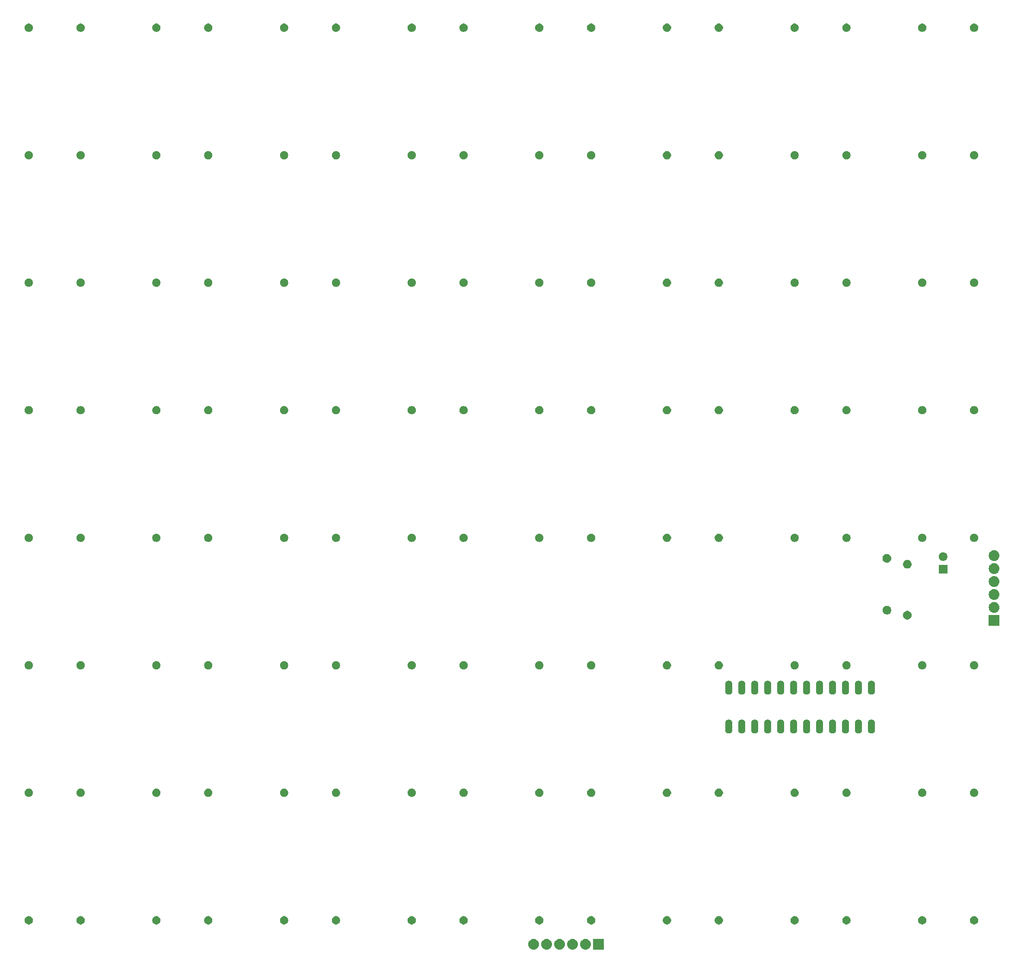
<source format=gbr>
G04 #@! TF.GenerationSoftware,KiCad,Pcbnew,5.0.2-bee76a0~70~ubuntu14.04.1*
G04 #@! TF.CreationDate,2020-01-26T01:40:04+01:00*
G04 #@! TF.ProjectId,wordclock_pcb,776f7264-636c-46f6-936b-5f7063622e6b,rev?*
G04 #@! TF.SameCoordinates,Original*
G04 #@! TF.FileFunction,Soldermask,Top*
G04 #@! TF.FilePolarity,Negative*
%FSLAX46Y46*%
G04 Gerber Fmt 4.6, Leading zero omitted, Abs format (unit mm)*
G04 Created by KiCad (PCBNEW 5.0.2-bee76a0~70~ubuntu14.04.1) date Sun 26 Jan 2020 01:40:04 AM CET*
%MOMM*%
%LPD*%
G01*
G04 APERTURE LIST*
%ADD10C,0.100000*%
G04 APERTURE END LIST*
D10*
G36*
X137550490Y-214550490D02*
X135449510Y-214550490D01*
X135449510Y-212449510D01*
X137550490Y-212449510D01*
X137550490Y-214550490D01*
X137550490Y-214550490D01*
G37*
G36*
X134165928Y-212464710D02*
X134165931Y-212464711D01*
X134165932Y-212464711D01*
X134363950Y-212524779D01*
X134363952Y-212524780D01*
X134363955Y-212524781D01*
X134546445Y-212622323D01*
X134706402Y-212753598D01*
X134837677Y-212913555D01*
X134935219Y-213096045D01*
X134995290Y-213294072D01*
X135015572Y-213500000D01*
X134995290Y-213705928D01*
X134935219Y-213903955D01*
X134837677Y-214086445D01*
X134706402Y-214246402D01*
X134546445Y-214377677D01*
X134363955Y-214475219D01*
X134363952Y-214475220D01*
X134363950Y-214475221D01*
X134165932Y-214535289D01*
X134165931Y-214535289D01*
X134165928Y-214535290D01*
X134011601Y-214550490D01*
X133908399Y-214550490D01*
X133754072Y-214535290D01*
X133754069Y-214535289D01*
X133754068Y-214535289D01*
X133556050Y-214475221D01*
X133556048Y-214475220D01*
X133556045Y-214475219D01*
X133373555Y-214377677D01*
X133213598Y-214246402D01*
X133082323Y-214086445D01*
X132984781Y-213903955D01*
X132924710Y-213705928D01*
X132904428Y-213500000D01*
X132924710Y-213294072D01*
X132984781Y-213096045D01*
X133082323Y-212913555D01*
X133213598Y-212753598D01*
X133373555Y-212622323D01*
X133556045Y-212524781D01*
X133556048Y-212524780D01*
X133556050Y-212524779D01*
X133754068Y-212464711D01*
X133754069Y-212464711D01*
X133754072Y-212464710D01*
X133908399Y-212449510D01*
X134011601Y-212449510D01*
X134165928Y-212464710D01*
X134165928Y-212464710D01*
G37*
G36*
X129085928Y-212464710D02*
X129085931Y-212464711D01*
X129085932Y-212464711D01*
X129283950Y-212524779D01*
X129283952Y-212524780D01*
X129283955Y-212524781D01*
X129466445Y-212622323D01*
X129626402Y-212753598D01*
X129757677Y-212913555D01*
X129855219Y-213096045D01*
X129915290Y-213294072D01*
X129935572Y-213500000D01*
X129915290Y-213705928D01*
X129855219Y-213903955D01*
X129757677Y-214086445D01*
X129626402Y-214246402D01*
X129466445Y-214377677D01*
X129283955Y-214475219D01*
X129283952Y-214475220D01*
X129283950Y-214475221D01*
X129085932Y-214535289D01*
X129085931Y-214535289D01*
X129085928Y-214535290D01*
X128931601Y-214550490D01*
X128828399Y-214550490D01*
X128674072Y-214535290D01*
X128674069Y-214535289D01*
X128674068Y-214535289D01*
X128476050Y-214475221D01*
X128476048Y-214475220D01*
X128476045Y-214475219D01*
X128293555Y-214377677D01*
X128133598Y-214246402D01*
X128002323Y-214086445D01*
X127904781Y-213903955D01*
X127844710Y-213705928D01*
X127824428Y-213500000D01*
X127844710Y-213294072D01*
X127904781Y-213096045D01*
X128002323Y-212913555D01*
X128133598Y-212753598D01*
X128293555Y-212622323D01*
X128476045Y-212524781D01*
X128476048Y-212524780D01*
X128476050Y-212524779D01*
X128674068Y-212464711D01*
X128674069Y-212464711D01*
X128674072Y-212464710D01*
X128828399Y-212449510D01*
X128931601Y-212449510D01*
X129085928Y-212464710D01*
X129085928Y-212464710D01*
G37*
G36*
X131625928Y-212464710D02*
X131625931Y-212464711D01*
X131625932Y-212464711D01*
X131823950Y-212524779D01*
X131823952Y-212524780D01*
X131823955Y-212524781D01*
X132006445Y-212622323D01*
X132166402Y-212753598D01*
X132297677Y-212913555D01*
X132395219Y-213096045D01*
X132455290Y-213294072D01*
X132475572Y-213500000D01*
X132455290Y-213705928D01*
X132395219Y-213903955D01*
X132297677Y-214086445D01*
X132166402Y-214246402D01*
X132006445Y-214377677D01*
X131823955Y-214475219D01*
X131823952Y-214475220D01*
X131823950Y-214475221D01*
X131625932Y-214535289D01*
X131625931Y-214535289D01*
X131625928Y-214535290D01*
X131471601Y-214550490D01*
X131368399Y-214550490D01*
X131214072Y-214535290D01*
X131214069Y-214535289D01*
X131214068Y-214535289D01*
X131016050Y-214475221D01*
X131016048Y-214475220D01*
X131016045Y-214475219D01*
X130833555Y-214377677D01*
X130673598Y-214246402D01*
X130542323Y-214086445D01*
X130444781Y-213903955D01*
X130384710Y-213705928D01*
X130364428Y-213500000D01*
X130384710Y-213294072D01*
X130444781Y-213096045D01*
X130542323Y-212913555D01*
X130673598Y-212753598D01*
X130833555Y-212622323D01*
X131016045Y-212524781D01*
X131016048Y-212524780D01*
X131016050Y-212524779D01*
X131214068Y-212464711D01*
X131214069Y-212464711D01*
X131214072Y-212464710D01*
X131368399Y-212449510D01*
X131471601Y-212449510D01*
X131625928Y-212464710D01*
X131625928Y-212464710D01*
G37*
G36*
X124005928Y-212464710D02*
X124005931Y-212464711D01*
X124005932Y-212464711D01*
X124203950Y-212524779D01*
X124203952Y-212524780D01*
X124203955Y-212524781D01*
X124386445Y-212622323D01*
X124546402Y-212753598D01*
X124677677Y-212913555D01*
X124775219Y-213096045D01*
X124835290Y-213294072D01*
X124855572Y-213500000D01*
X124835290Y-213705928D01*
X124775219Y-213903955D01*
X124677677Y-214086445D01*
X124546402Y-214246402D01*
X124386445Y-214377677D01*
X124203955Y-214475219D01*
X124203952Y-214475220D01*
X124203950Y-214475221D01*
X124005932Y-214535289D01*
X124005931Y-214535289D01*
X124005928Y-214535290D01*
X123851601Y-214550490D01*
X123748399Y-214550490D01*
X123594072Y-214535290D01*
X123594069Y-214535289D01*
X123594068Y-214535289D01*
X123396050Y-214475221D01*
X123396048Y-214475220D01*
X123396045Y-214475219D01*
X123213555Y-214377677D01*
X123053598Y-214246402D01*
X122922323Y-214086445D01*
X122824781Y-213903955D01*
X122764710Y-213705928D01*
X122744428Y-213500000D01*
X122764710Y-213294072D01*
X122824781Y-213096045D01*
X122922323Y-212913555D01*
X123053598Y-212753598D01*
X123213555Y-212622323D01*
X123396045Y-212524781D01*
X123396048Y-212524780D01*
X123396050Y-212524779D01*
X123594068Y-212464711D01*
X123594069Y-212464711D01*
X123594072Y-212464710D01*
X123748399Y-212449510D01*
X123851601Y-212449510D01*
X124005928Y-212464710D01*
X124005928Y-212464710D01*
G37*
G36*
X126545928Y-212464710D02*
X126545931Y-212464711D01*
X126545932Y-212464711D01*
X126743950Y-212524779D01*
X126743952Y-212524780D01*
X126743955Y-212524781D01*
X126926445Y-212622323D01*
X127086402Y-212753598D01*
X127217677Y-212913555D01*
X127315219Y-213096045D01*
X127375290Y-213294072D01*
X127395572Y-213500000D01*
X127375290Y-213705928D01*
X127315219Y-213903955D01*
X127217677Y-214086445D01*
X127086402Y-214246402D01*
X126926445Y-214377677D01*
X126743955Y-214475219D01*
X126743952Y-214475220D01*
X126743950Y-214475221D01*
X126545932Y-214535289D01*
X126545931Y-214535289D01*
X126545928Y-214535290D01*
X126391601Y-214550490D01*
X126288399Y-214550490D01*
X126134072Y-214535290D01*
X126134069Y-214535289D01*
X126134068Y-214535289D01*
X125936050Y-214475221D01*
X125936048Y-214475220D01*
X125936045Y-214475219D01*
X125753555Y-214377677D01*
X125593598Y-214246402D01*
X125462323Y-214086445D01*
X125364781Y-213903955D01*
X125304710Y-213705928D01*
X125284428Y-213500000D01*
X125304710Y-213294072D01*
X125364781Y-213096045D01*
X125462323Y-212913555D01*
X125593598Y-212753598D01*
X125753555Y-212622323D01*
X125936045Y-212524781D01*
X125936048Y-212524780D01*
X125936050Y-212524779D01*
X126134068Y-212464711D01*
X126134069Y-212464711D01*
X126134072Y-212464710D01*
X126288399Y-212449510D01*
X126391601Y-212449510D01*
X126545928Y-212464710D01*
X126545928Y-212464710D01*
G37*
G36*
X125157142Y-208028242D02*
X125305102Y-208089530D01*
X125438258Y-208178502D01*
X125551498Y-208291742D01*
X125640470Y-208424898D01*
X125701758Y-208572858D01*
X125733000Y-208729925D01*
X125733000Y-208890075D01*
X125701758Y-209047142D01*
X125640470Y-209195102D01*
X125551498Y-209328258D01*
X125438258Y-209441498D01*
X125305102Y-209530470D01*
X125157142Y-209591758D01*
X125000075Y-209623000D01*
X124839925Y-209623000D01*
X124682858Y-209591758D01*
X124534898Y-209530470D01*
X124401742Y-209441498D01*
X124288502Y-209328258D01*
X124199530Y-209195102D01*
X124138242Y-209047142D01*
X124107000Y-208890075D01*
X124107000Y-208729925D01*
X124138242Y-208572858D01*
X124199530Y-208424898D01*
X124288502Y-208291742D01*
X124401742Y-208178502D01*
X124534898Y-208089530D01*
X124682858Y-208028242D01*
X124839925Y-207997000D01*
X125000075Y-207997000D01*
X125157142Y-208028242D01*
X125157142Y-208028242D01*
G37*
G36*
X210317142Y-208028242D02*
X210465102Y-208089530D01*
X210598258Y-208178502D01*
X210711498Y-208291742D01*
X210800470Y-208424898D01*
X210861758Y-208572858D01*
X210893000Y-208729925D01*
X210893000Y-208890075D01*
X210861758Y-209047142D01*
X210800470Y-209195102D01*
X210711498Y-209328258D01*
X210598258Y-209441498D01*
X210465102Y-209530470D01*
X210317142Y-209591758D01*
X210160075Y-209623000D01*
X209999925Y-209623000D01*
X209842858Y-209591758D01*
X209694898Y-209530470D01*
X209561742Y-209441498D01*
X209448502Y-209328258D01*
X209359530Y-209195102D01*
X209298242Y-209047142D01*
X209267000Y-208890075D01*
X209267000Y-208729925D01*
X209298242Y-208572858D01*
X209359530Y-208424898D01*
X209448502Y-208291742D01*
X209561742Y-208178502D01*
X209694898Y-208089530D01*
X209842858Y-208028242D01*
X209999925Y-207997000D01*
X210160075Y-207997000D01*
X210317142Y-208028242D01*
X210317142Y-208028242D01*
G37*
G36*
X175157142Y-208028242D02*
X175305102Y-208089530D01*
X175438258Y-208178502D01*
X175551498Y-208291742D01*
X175640470Y-208424898D01*
X175701758Y-208572858D01*
X175733000Y-208729925D01*
X175733000Y-208890075D01*
X175701758Y-209047142D01*
X175640470Y-209195102D01*
X175551498Y-209328258D01*
X175438258Y-209441498D01*
X175305102Y-209530470D01*
X175157142Y-209591758D01*
X175000075Y-209623000D01*
X174839925Y-209623000D01*
X174682858Y-209591758D01*
X174534898Y-209530470D01*
X174401742Y-209441498D01*
X174288502Y-209328258D01*
X174199530Y-209195102D01*
X174138242Y-209047142D01*
X174107000Y-208890075D01*
X174107000Y-208729925D01*
X174138242Y-208572858D01*
X174199530Y-208424898D01*
X174288502Y-208291742D01*
X174401742Y-208178502D01*
X174534898Y-208089530D01*
X174682858Y-208028242D01*
X174839925Y-207997000D01*
X175000075Y-207997000D01*
X175157142Y-208028242D01*
X175157142Y-208028242D01*
G37*
G36*
X150157142Y-208028242D02*
X150305102Y-208089530D01*
X150438258Y-208178502D01*
X150551498Y-208291742D01*
X150640470Y-208424898D01*
X150701758Y-208572858D01*
X150733000Y-208729925D01*
X150733000Y-208890075D01*
X150701758Y-209047142D01*
X150640470Y-209195102D01*
X150551498Y-209328258D01*
X150438258Y-209441498D01*
X150305102Y-209530470D01*
X150157142Y-209591758D01*
X150000075Y-209623000D01*
X149839925Y-209623000D01*
X149682858Y-209591758D01*
X149534898Y-209530470D01*
X149401742Y-209441498D01*
X149288502Y-209328258D01*
X149199530Y-209195102D01*
X149138242Y-209047142D01*
X149107000Y-208890075D01*
X149107000Y-208729925D01*
X149138242Y-208572858D01*
X149199530Y-208424898D01*
X149288502Y-208291742D01*
X149401742Y-208178502D01*
X149534898Y-208089530D01*
X149682858Y-208028242D01*
X149839925Y-207997000D01*
X150000075Y-207997000D01*
X150157142Y-208028242D01*
X150157142Y-208028242D01*
G37*
G36*
X160317142Y-208028242D02*
X160465102Y-208089530D01*
X160598258Y-208178502D01*
X160711498Y-208291742D01*
X160800470Y-208424898D01*
X160861758Y-208572858D01*
X160893000Y-208729925D01*
X160893000Y-208890075D01*
X160861758Y-209047142D01*
X160800470Y-209195102D01*
X160711498Y-209328258D01*
X160598258Y-209441498D01*
X160465102Y-209530470D01*
X160317142Y-209591758D01*
X160160075Y-209623000D01*
X159999925Y-209623000D01*
X159842858Y-209591758D01*
X159694898Y-209530470D01*
X159561742Y-209441498D01*
X159448502Y-209328258D01*
X159359530Y-209195102D01*
X159298242Y-209047142D01*
X159267000Y-208890075D01*
X159267000Y-208729925D01*
X159298242Y-208572858D01*
X159359530Y-208424898D01*
X159448502Y-208291742D01*
X159561742Y-208178502D01*
X159694898Y-208089530D01*
X159842858Y-208028242D01*
X159999925Y-207997000D01*
X160160075Y-207997000D01*
X160317142Y-208028242D01*
X160317142Y-208028242D01*
G37*
G36*
X200157142Y-208028242D02*
X200305102Y-208089530D01*
X200438258Y-208178502D01*
X200551498Y-208291742D01*
X200640470Y-208424898D01*
X200701758Y-208572858D01*
X200733000Y-208729925D01*
X200733000Y-208890075D01*
X200701758Y-209047142D01*
X200640470Y-209195102D01*
X200551498Y-209328258D01*
X200438258Y-209441498D01*
X200305102Y-209530470D01*
X200157142Y-209591758D01*
X200000075Y-209623000D01*
X199839925Y-209623000D01*
X199682858Y-209591758D01*
X199534898Y-209530470D01*
X199401742Y-209441498D01*
X199288502Y-209328258D01*
X199199530Y-209195102D01*
X199138242Y-209047142D01*
X199107000Y-208890075D01*
X199107000Y-208729925D01*
X199138242Y-208572858D01*
X199199530Y-208424898D01*
X199288502Y-208291742D01*
X199401742Y-208178502D01*
X199534898Y-208089530D01*
X199682858Y-208028242D01*
X199839925Y-207997000D01*
X200000075Y-207997000D01*
X200157142Y-208028242D01*
X200157142Y-208028242D01*
G37*
G36*
X100157142Y-208028242D02*
X100305102Y-208089530D01*
X100438258Y-208178502D01*
X100551498Y-208291742D01*
X100640470Y-208424898D01*
X100701758Y-208572858D01*
X100733000Y-208729925D01*
X100733000Y-208890075D01*
X100701758Y-209047142D01*
X100640470Y-209195102D01*
X100551498Y-209328258D01*
X100438258Y-209441498D01*
X100305102Y-209530470D01*
X100157142Y-209591758D01*
X100000075Y-209623000D01*
X99839925Y-209623000D01*
X99682858Y-209591758D01*
X99534898Y-209530470D01*
X99401742Y-209441498D01*
X99288502Y-209328258D01*
X99199530Y-209195102D01*
X99138242Y-209047142D01*
X99107000Y-208890075D01*
X99107000Y-208729925D01*
X99138242Y-208572858D01*
X99199530Y-208424898D01*
X99288502Y-208291742D01*
X99401742Y-208178502D01*
X99534898Y-208089530D01*
X99682858Y-208028242D01*
X99839925Y-207997000D01*
X100000075Y-207997000D01*
X100157142Y-208028242D01*
X100157142Y-208028242D01*
G37*
G36*
X110317142Y-208028242D02*
X110465102Y-208089530D01*
X110598258Y-208178502D01*
X110711498Y-208291742D01*
X110800470Y-208424898D01*
X110861758Y-208572858D01*
X110893000Y-208729925D01*
X110893000Y-208890075D01*
X110861758Y-209047142D01*
X110800470Y-209195102D01*
X110711498Y-209328258D01*
X110598258Y-209441498D01*
X110465102Y-209530470D01*
X110317142Y-209591758D01*
X110160075Y-209623000D01*
X109999925Y-209623000D01*
X109842858Y-209591758D01*
X109694898Y-209530470D01*
X109561742Y-209441498D01*
X109448502Y-209328258D01*
X109359530Y-209195102D01*
X109298242Y-209047142D01*
X109267000Y-208890075D01*
X109267000Y-208729925D01*
X109298242Y-208572858D01*
X109359530Y-208424898D01*
X109448502Y-208291742D01*
X109561742Y-208178502D01*
X109694898Y-208089530D01*
X109842858Y-208028242D01*
X109999925Y-207997000D01*
X110160075Y-207997000D01*
X110317142Y-208028242D01*
X110317142Y-208028242D01*
G37*
G36*
X75157142Y-208028242D02*
X75305102Y-208089530D01*
X75438258Y-208178502D01*
X75551498Y-208291742D01*
X75640470Y-208424898D01*
X75701758Y-208572858D01*
X75733000Y-208729925D01*
X75733000Y-208890075D01*
X75701758Y-209047142D01*
X75640470Y-209195102D01*
X75551498Y-209328258D01*
X75438258Y-209441498D01*
X75305102Y-209530470D01*
X75157142Y-209591758D01*
X75000075Y-209623000D01*
X74839925Y-209623000D01*
X74682858Y-209591758D01*
X74534898Y-209530470D01*
X74401742Y-209441498D01*
X74288502Y-209328258D01*
X74199530Y-209195102D01*
X74138242Y-209047142D01*
X74107000Y-208890075D01*
X74107000Y-208729925D01*
X74138242Y-208572858D01*
X74199530Y-208424898D01*
X74288502Y-208291742D01*
X74401742Y-208178502D01*
X74534898Y-208089530D01*
X74682858Y-208028242D01*
X74839925Y-207997000D01*
X75000075Y-207997000D01*
X75157142Y-208028242D01*
X75157142Y-208028242D01*
G37*
G36*
X85317142Y-208028242D02*
X85465102Y-208089530D01*
X85598258Y-208178502D01*
X85711498Y-208291742D01*
X85800470Y-208424898D01*
X85861758Y-208572858D01*
X85893000Y-208729925D01*
X85893000Y-208890075D01*
X85861758Y-209047142D01*
X85800470Y-209195102D01*
X85711498Y-209328258D01*
X85598258Y-209441498D01*
X85465102Y-209530470D01*
X85317142Y-209591758D01*
X85160075Y-209623000D01*
X84999925Y-209623000D01*
X84842858Y-209591758D01*
X84694898Y-209530470D01*
X84561742Y-209441498D01*
X84448502Y-209328258D01*
X84359530Y-209195102D01*
X84298242Y-209047142D01*
X84267000Y-208890075D01*
X84267000Y-208729925D01*
X84298242Y-208572858D01*
X84359530Y-208424898D01*
X84448502Y-208291742D01*
X84561742Y-208178502D01*
X84694898Y-208089530D01*
X84842858Y-208028242D01*
X84999925Y-207997000D01*
X85160075Y-207997000D01*
X85317142Y-208028242D01*
X85317142Y-208028242D01*
G37*
G36*
X50157142Y-208028242D02*
X50305102Y-208089530D01*
X50438258Y-208178502D01*
X50551498Y-208291742D01*
X50640470Y-208424898D01*
X50701758Y-208572858D01*
X50733000Y-208729925D01*
X50733000Y-208890075D01*
X50701758Y-209047142D01*
X50640470Y-209195102D01*
X50551498Y-209328258D01*
X50438258Y-209441498D01*
X50305102Y-209530470D01*
X50157142Y-209591758D01*
X50000075Y-209623000D01*
X49839925Y-209623000D01*
X49682858Y-209591758D01*
X49534898Y-209530470D01*
X49401742Y-209441498D01*
X49288502Y-209328258D01*
X49199530Y-209195102D01*
X49138242Y-209047142D01*
X49107000Y-208890075D01*
X49107000Y-208729925D01*
X49138242Y-208572858D01*
X49199530Y-208424898D01*
X49288502Y-208291742D01*
X49401742Y-208178502D01*
X49534898Y-208089530D01*
X49682858Y-208028242D01*
X49839925Y-207997000D01*
X50000075Y-207997000D01*
X50157142Y-208028242D01*
X50157142Y-208028242D01*
G37*
G36*
X60317142Y-208028242D02*
X60465102Y-208089530D01*
X60598258Y-208178502D01*
X60711498Y-208291742D01*
X60800470Y-208424898D01*
X60861758Y-208572858D01*
X60893000Y-208729925D01*
X60893000Y-208890075D01*
X60861758Y-209047142D01*
X60800470Y-209195102D01*
X60711498Y-209328258D01*
X60598258Y-209441498D01*
X60465102Y-209530470D01*
X60317142Y-209591758D01*
X60160075Y-209623000D01*
X59999925Y-209623000D01*
X59842858Y-209591758D01*
X59694898Y-209530470D01*
X59561742Y-209441498D01*
X59448502Y-209328258D01*
X59359530Y-209195102D01*
X59298242Y-209047142D01*
X59267000Y-208890075D01*
X59267000Y-208729925D01*
X59298242Y-208572858D01*
X59359530Y-208424898D01*
X59448502Y-208291742D01*
X59561742Y-208178502D01*
X59694898Y-208089530D01*
X59842858Y-208028242D01*
X59999925Y-207997000D01*
X60160075Y-207997000D01*
X60317142Y-208028242D01*
X60317142Y-208028242D01*
G37*
G36*
X25157142Y-208028242D02*
X25305102Y-208089530D01*
X25438258Y-208178502D01*
X25551498Y-208291742D01*
X25640470Y-208424898D01*
X25701758Y-208572858D01*
X25733000Y-208729925D01*
X25733000Y-208890075D01*
X25701758Y-209047142D01*
X25640470Y-209195102D01*
X25551498Y-209328258D01*
X25438258Y-209441498D01*
X25305102Y-209530470D01*
X25157142Y-209591758D01*
X25000075Y-209623000D01*
X24839925Y-209623000D01*
X24682858Y-209591758D01*
X24534898Y-209530470D01*
X24401742Y-209441498D01*
X24288502Y-209328258D01*
X24199530Y-209195102D01*
X24138242Y-209047142D01*
X24107000Y-208890075D01*
X24107000Y-208729925D01*
X24138242Y-208572858D01*
X24199530Y-208424898D01*
X24288502Y-208291742D01*
X24401742Y-208178502D01*
X24534898Y-208089530D01*
X24682858Y-208028242D01*
X24839925Y-207997000D01*
X25000075Y-207997000D01*
X25157142Y-208028242D01*
X25157142Y-208028242D01*
G37*
G36*
X185317142Y-208028242D02*
X185465102Y-208089530D01*
X185598258Y-208178502D01*
X185711498Y-208291742D01*
X185800470Y-208424898D01*
X185861758Y-208572858D01*
X185893000Y-208729925D01*
X185893000Y-208890075D01*
X185861758Y-209047142D01*
X185800470Y-209195102D01*
X185711498Y-209328258D01*
X185598258Y-209441498D01*
X185465102Y-209530470D01*
X185317142Y-209591758D01*
X185160075Y-209623000D01*
X184999925Y-209623000D01*
X184842858Y-209591758D01*
X184694898Y-209530470D01*
X184561742Y-209441498D01*
X184448502Y-209328258D01*
X184359530Y-209195102D01*
X184298242Y-209047142D01*
X184267000Y-208890075D01*
X184267000Y-208729925D01*
X184298242Y-208572858D01*
X184359530Y-208424898D01*
X184448502Y-208291742D01*
X184561742Y-208178502D01*
X184694898Y-208089530D01*
X184842858Y-208028242D01*
X184999925Y-207997000D01*
X185160075Y-207997000D01*
X185317142Y-208028242D01*
X185317142Y-208028242D01*
G37*
G36*
X35317142Y-208028242D02*
X35465102Y-208089530D01*
X35598258Y-208178502D01*
X35711498Y-208291742D01*
X35800470Y-208424898D01*
X35861758Y-208572858D01*
X35893000Y-208729925D01*
X35893000Y-208890075D01*
X35861758Y-209047142D01*
X35800470Y-209195102D01*
X35711498Y-209328258D01*
X35598258Y-209441498D01*
X35465102Y-209530470D01*
X35317142Y-209591758D01*
X35160075Y-209623000D01*
X34999925Y-209623000D01*
X34842858Y-209591758D01*
X34694898Y-209530470D01*
X34561742Y-209441498D01*
X34448502Y-209328258D01*
X34359530Y-209195102D01*
X34298242Y-209047142D01*
X34267000Y-208890075D01*
X34267000Y-208729925D01*
X34298242Y-208572858D01*
X34359530Y-208424898D01*
X34448502Y-208291742D01*
X34561742Y-208178502D01*
X34694898Y-208089530D01*
X34842858Y-208028242D01*
X34999925Y-207997000D01*
X35160075Y-207997000D01*
X35317142Y-208028242D01*
X35317142Y-208028242D01*
G37*
G36*
X135317142Y-208028242D02*
X135465102Y-208089530D01*
X135598258Y-208178502D01*
X135711498Y-208291742D01*
X135800470Y-208424898D01*
X135861758Y-208572858D01*
X135893000Y-208729925D01*
X135893000Y-208890075D01*
X135861758Y-209047142D01*
X135800470Y-209195102D01*
X135711498Y-209328258D01*
X135598258Y-209441498D01*
X135465102Y-209530470D01*
X135317142Y-209591758D01*
X135160075Y-209623000D01*
X134999925Y-209623000D01*
X134842858Y-209591758D01*
X134694898Y-209530470D01*
X134561742Y-209441498D01*
X134448502Y-209328258D01*
X134359530Y-209195102D01*
X134298242Y-209047142D01*
X134267000Y-208890075D01*
X134267000Y-208729925D01*
X134298242Y-208572858D01*
X134359530Y-208424898D01*
X134448502Y-208291742D01*
X134561742Y-208178502D01*
X134694898Y-208089530D01*
X134842858Y-208028242D01*
X134999925Y-207997000D01*
X135160075Y-207997000D01*
X135317142Y-208028242D01*
X135317142Y-208028242D01*
G37*
G36*
X25157142Y-183028242D02*
X25305102Y-183089530D01*
X25438258Y-183178502D01*
X25551498Y-183291742D01*
X25640470Y-183424898D01*
X25701758Y-183572858D01*
X25733000Y-183729925D01*
X25733000Y-183890075D01*
X25701758Y-184047142D01*
X25640470Y-184195102D01*
X25551498Y-184328258D01*
X25438258Y-184441498D01*
X25305102Y-184530470D01*
X25157142Y-184591758D01*
X25000075Y-184623000D01*
X24839925Y-184623000D01*
X24682858Y-184591758D01*
X24534898Y-184530470D01*
X24401742Y-184441498D01*
X24288502Y-184328258D01*
X24199530Y-184195102D01*
X24138242Y-184047142D01*
X24107000Y-183890075D01*
X24107000Y-183729925D01*
X24138242Y-183572858D01*
X24199530Y-183424898D01*
X24288502Y-183291742D01*
X24401742Y-183178502D01*
X24534898Y-183089530D01*
X24682858Y-183028242D01*
X24839925Y-182997000D01*
X25000075Y-182997000D01*
X25157142Y-183028242D01*
X25157142Y-183028242D01*
G37*
G36*
X135317142Y-183028242D02*
X135465102Y-183089530D01*
X135598258Y-183178502D01*
X135711498Y-183291742D01*
X135800470Y-183424898D01*
X135861758Y-183572858D01*
X135893000Y-183729925D01*
X135893000Y-183890075D01*
X135861758Y-184047142D01*
X135800470Y-184195102D01*
X135711498Y-184328258D01*
X135598258Y-184441498D01*
X135465102Y-184530470D01*
X135317142Y-184591758D01*
X135160075Y-184623000D01*
X134999925Y-184623000D01*
X134842858Y-184591758D01*
X134694898Y-184530470D01*
X134561742Y-184441498D01*
X134448502Y-184328258D01*
X134359530Y-184195102D01*
X134298242Y-184047142D01*
X134267000Y-183890075D01*
X134267000Y-183729925D01*
X134298242Y-183572858D01*
X134359530Y-183424898D01*
X134448502Y-183291742D01*
X134561742Y-183178502D01*
X134694898Y-183089530D01*
X134842858Y-183028242D01*
X134999925Y-182997000D01*
X135160075Y-182997000D01*
X135317142Y-183028242D01*
X135317142Y-183028242D01*
G37*
G36*
X125157142Y-183028242D02*
X125305102Y-183089530D01*
X125438258Y-183178502D01*
X125551498Y-183291742D01*
X125640470Y-183424898D01*
X125701758Y-183572858D01*
X125733000Y-183729925D01*
X125733000Y-183890075D01*
X125701758Y-184047142D01*
X125640470Y-184195102D01*
X125551498Y-184328258D01*
X125438258Y-184441498D01*
X125305102Y-184530470D01*
X125157142Y-184591758D01*
X125000075Y-184623000D01*
X124839925Y-184623000D01*
X124682858Y-184591758D01*
X124534898Y-184530470D01*
X124401742Y-184441498D01*
X124288502Y-184328258D01*
X124199530Y-184195102D01*
X124138242Y-184047142D01*
X124107000Y-183890075D01*
X124107000Y-183729925D01*
X124138242Y-183572858D01*
X124199530Y-183424898D01*
X124288502Y-183291742D01*
X124401742Y-183178502D01*
X124534898Y-183089530D01*
X124682858Y-183028242D01*
X124839925Y-182997000D01*
X125000075Y-182997000D01*
X125157142Y-183028242D01*
X125157142Y-183028242D01*
G37*
G36*
X160317142Y-183028242D02*
X160465102Y-183089530D01*
X160598258Y-183178502D01*
X160711498Y-183291742D01*
X160800470Y-183424898D01*
X160861758Y-183572858D01*
X160893000Y-183729925D01*
X160893000Y-183890075D01*
X160861758Y-184047142D01*
X160800470Y-184195102D01*
X160711498Y-184328258D01*
X160598258Y-184441498D01*
X160465102Y-184530470D01*
X160317142Y-184591758D01*
X160160075Y-184623000D01*
X159999925Y-184623000D01*
X159842858Y-184591758D01*
X159694898Y-184530470D01*
X159561742Y-184441498D01*
X159448502Y-184328258D01*
X159359530Y-184195102D01*
X159298242Y-184047142D01*
X159267000Y-183890075D01*
X159267000Y-183729925D01*
X159298242Y-183572858D01*
X159359530Y-183424898D01*
X159448502Y-183291742D01*
X159561742Y-183178502D01*
X159694898Y-183089530D01*
X159842858Y-183028242D01*
X159999925Y-182997000D01*
X160160075Y-182997000D01*
X160317142Y-183028242D01*
X160317142Y-183028242D01*
G37*
G36*
X150157142Y-183028242D02*
X150305102Y-183089530D01*
X150438258Y-183178502D01*
X150551498Y-183291742D01*
X150640470Y-183424898D01*
X150701758Y-183572858D01*
X150733000Y-183729925D01*
X150733000Y-183890075D01*
X150701758Y-184047142D01*
X150640470Y-184195102D01*
X150551498Y-184328258D01*
X150438258Y-184441498D01*
X150305102Y-184530470D01*
X150157142Y-184591758D01*
X150000075Y-184623000D01*
X149839925Y-184623000D01*
X149682858Y-184591758D01*
X149534898Y-184530470D01*
X149401742Y-184441498D01*
X149288502Y-184328258D01*
X149199530Y-184195102D01*
X149138242Y-184047142D01*
X149107000Y-183890075D01*
X149107000Y-183729925D01*
X149138242Y-183572858D01*
X149199530Y-183424898D01*
X149288502Y-183291742D01*
X149401742Y-183178502D01*
X149534898Y-183089530D01*
X149682858Y-183028242D01*
X149839925Y-182997000D01*
X150000075Y-182997000D01*
X150157142Y-183028242D01*
X150157142Y-183028242D01*
G37*
G36*
X185317142Y-183028242D02*
X185465102Y-183089530D01*
X185598258Y-183178502D01*
X185711498Y-183291742D01*
X185800470Y-183424898D01*
X185861758Y-183572858D01*
X185893000Y-183729925D01*
X185893000Y-183890075D01*
X185861758Y-184047142D01*
X185800470Y-184195102D01*
X185711498Y-184328258D01*
X185598258Y-184441498D01*
X185465102Y-184530470D01*
X185317142Y-184591758D01*
X185160075Y-184623000D01*
X184999925Y-184623000D01*
X184842858Y-184591758D01*
X184694898Y-184530470D01*
X184561742Y-184441498D01*
X184448502Y-184328258D01*
X184359530Y-184195102D01*
X184298242Y-184047142D01*
X184267000Y-183890075D01*
X184267000Y-183729925D01*
X184298242Y-183572858D01*
X184359530Y-183424898D01*
X184448502Y-183291742D01*
X184561742Y-183178502D01*
X184694898Y-183089530D01*
X184842858Y-183028242D01*
X184999925Y-182997000D01*
X185160075Y-182997000D01*
X185317142Y-183028242D01*
X185317142Y-183028242D01*
G37*
G36*
X175157142Y-183028242D02*
X175305102Y-183089530D01*
X175438258Y-183178502D01*
X175551498Y-183291742D01*
X175640470Y-183424898D01*
X175701758Y-183572858D01*
X175733000Y-183729925D01*
X175733000Y-183890075D01*
X175701758Y-184047142D01*
X175640470Y-184195102D01*
X175551498Y-184328258D01*
X175438258Y-184441498D01*
X175305102Y-184530470D01*
X175157142Y-184591758D01*
X175000075Y-184623000D01*
X174839925Y-184623000D01*
X174682858Y-184591758D01*
X174534898Y-184530470D01*
X174401742Y-184441498D01*
X174288502Y-184328258D01*
X174199530Y-184195102D01*
X174138242Y-184047142D01*
X174107000Y-183890075D01*
X174107000Y-183729925D01*
X174138242Y-183572858D01*
X174199530Y-183424898D01*
X174288502Y-183291742D01*
X174401742Y-183178502D01*
X174534898Y-183089530D01*
X174682858Y-183028242D01*
X174839925Y-182997000D01*
X175000075Y-182997000D01*
X175157142Y-183028242D01*
X175157142Y-183028242D01*
G37*
G36*
X210317142Y-183028242D02*
X210465102Y-183089530D01*
X210598258Y-183178502D01*
X210711498Y-183291742D01*
X210800470Y-183424898D01*
X210861758Y-183572858D01*
X210893000Y-183729925D01*
X210893000Y-183890075D01*
X210861758Y-184047142D01*
X210800470Y-184195102D01*
X210711498Y-184328258D01*
X210598258Y-184441498D01*
X210465102Y-184530470D01*
X210317142Y-184591758D01*
X210160075Y-184623000D01*
X209999925Y-184623000D01*
X209842858Y-184591758D01*
X209694898Y-184530470D01*
X209561742Y-184441498D01*
X209448502Y-184328258D01*
X209359530Y-184195102D01*
X209298242Y-184047142D01*
X209267000Y-183890075D01*
X209267000Y-183729925D01*
X209298242Y-183572858D01*
X209359530Y-183424898D01*
X209448502Y-183291742D01*
X209561742Y-183178502D01*
X209694898Y-183089530D01*
X209842858Y-183028242D01*
X209999925Y-182997000D01*
X210160075Y-182997000D01*
X210317142Y-183028242D01*
X210317142Y-183028242D01*
G37*
G36*
X200157142Y-183028242D02*
X200305102Y-183089530D01*
X200438258Y-183178502D01*
X200551498Y-183291742D01*
X200640470Y-183424898D01*
X200701758Y-183572858D01*
X200733000Y-183729925D01*
X200733000Y-183890075D01*
X200701758Y-184047142D01*
X200640470Y-184195102D01*
X200551498Y-184328258D01*
X200438258Y-184441498D01*
X200305102Y-184530470D01*
X200157142Y-184591758D01*
X200000075Y-184623000D01*
X199839925Y-184623000D01*
X199682858Y-184591758D01*
X199534898Y-184530470D01*
X199401742Y-184441498D01*
X199288502Y-184328258D01*
X199199530Y-184195102D01*
X199138242Y-184047142D01*
X199107000Y-183890075D01*
X199107000Y-183729925D01*
X199138242Y-183572858D01*
X199199530Y-183424898D01*
X199288502Y-183291742D01*
X199401742Y-183178502D01*
X199534898Y-183089530D01*
X199682858Y-183028242D01*
X199839925Y-182997000D01*
X200000075Y-182997000D01*
X200157142Y-183028242D01*
X200157142Y-183028242D01*
G37*
G36*
X110317142Y-183028242D02*
X110465102Y-183089530D01*
X110598258Y-183178502D01*
X110711498Y-183291742D01*
X110800470Y-183424898D01*
X110861758Y-183572858D01*
X110893000Y-183729925D01*
X110893000Y-183890075D01*
X110861758Y-184047142D01*
X110800470Y-184195102D01*
X110711498Y-184328258D01*
X110598258Y-184441498D01*
X110465102Y-184530470D01*
X110317142Y-184591758D01*
X110160075Y-184623000D01*
X109999925Y-184623000D01*
X109842858Y-184591758D01*
X109694898Y-184530470D01*
X109561742Y-184441498D01*
X109448502Y-184328258D01*
X109359530Y-184195102D01*
X109298242Y-184047142D01*
X109267000Y-183890075D01*
X109267000Y-183729925D01*
X109298242Y-183572858D01*
X109359530Y-183424898D01*
X109448502Y-183291742D01*
X109561742Y-183178502D01*
X109694898Y-183089530D01*
X109842858Y-183028242D01*
X109999925Y-182997000D01*
X110160075Y-182997000D01*
X110317142Y-183028242D01*
X110317142Y-183028242D01*
G37*
G36*
X75157142Y-183028242D02*
X75305102Y-183089530D01*
X75438258Y-183178502D01*
X75551498Y-183291742D01*
X75640470Y-183424898D01*
X75701758Y-183572858D01*
X75733000Y-183729925D01*
X75733000Y-183890075D01*
X75701758Y-184047142D01*
X75640470Y-184195102D01*
X75551498Y-184328258D01*
X75438258Y-184441498D01*
X75305102Y-184530470D01*
X75157142Y-184591758D01*
X75000075Y-184623000D01*
X74839925Y-184623000D01*
X74682858Y-184591758D01*
X74534898Y-184530470D01*
X74401742Y-184441498D01*
X74288502Y-184328258D01*
X74199530Y-184195102D01*
X74138242Y-184047142D01*
X74107000Y-183890075D01*
X74107000Y-183729925D01*
X74138242Y-183572858D01*
X74199530Y-183424898D01*
X74288502Y-183291742D01*
X74401742Y-183178502D01*
X74534898Y-183089530D01*
X74682858Y-183028242D01*
X74839925Y-182997000D01*
X75000075Y-182997000D01*
X75157142Y-183028242D01*
X75157142Y-183028242D01*
G37*
G36*
X85317142Y-183028242D02*
X85465102Y-183089530D01*
X85598258Y-183178502D01*
X85711498Y-183291742D01*
X85800470Y-183424898D01*
X85861758Y-183572858D01*
X85893000Y-183729925D01*
X85893000Y-183890075D01*
X85861758Y-184047142D01*
X85800470Y-184195102D01*
X85711498Y-184328258D01*
X85598258Y-184441498D01*
X85465102Y-184530470D01*
X85317142Y-184591758D01*
X85160075Y-184623000D01*
X84999925Y-184623000D01*
X84842858Y-184591758D01*
X84694898Y-184530470D01*
X84561742Y-184441498D01*
X84448502Y-184328258D01*
X84359530Y-184195102D01*
X84298242Y-184047142D01*
X84267000Y-183890075D01*
X84267000Y-183729925D01*
X84298242Y-183572858D01*
X84359530Y-183424898D01*
X84448502Y-183291742D01*
X84561742Y-183178502D01*
X84694898Y-183089530D01*
X84842858Y-183028242D01*
X84999925Y-182997000D01*
X85160075Y-182997000D01*
X85317142Y-183028242D01*
X85317142Y-183028242D01*
G37*
G36*
X50157142Y-183028242D02*
X50305102Y-183089530D01*
X50438258Y-183178502D01*
X50551498Y-183291742D01*
X50640470Y-183424898D01*
X50701758Y-183572858D01*
X50733000Y-183729925D01*
X50733000Y-183890075D01*
X50701758Y-184047142D01*
X50640470Y-184195102D01*
X50551498Y-184328258D01*
X50438258Y-184441498D01*
X50305102Y-184530470D01*
X50157142Y-184591758D01*
X50000075Y-184623000D01*
X49839925Y-184623000D01*
X49682858Y-184591758D01*
X49534898Y-184530470D01*
X49401742Y-184441498D01*
X49288502Y-184328258D01*
X49199530Y-184195102D01*
X49138242Y-184047142D01*
X49107000Y-183890075D01*
X49107000Y-183729925D01*
X49138242Y-183572858D01*
X49199530Y-183424898D01*
X49288502Y-183291742D01*
X49401742Y-183178502D01*
X49534898Y-183089530D01*
X49682858Y-183028242D01*
X49839925Y-182997000D01*
X50000075Y-182997000D01*
X50157142Y-183028242D01*
X50157142Y-183028242D01*
G37*
G36*
X60317142Y-183028242D02*
X60465102Y-183089530D01*
X60598258Y-183178502D01*
X60711498Y-183291742D01*
X60800470Y-183424898D01*
X60861758Y-183572858D01*
X60893000Y-183729925D01*
X60893000Y-183890075D01*
X60861758Y-184047142D01*
X60800470Y-184195102D01*
X60711498Y-184328258D01*
X60598258Y-184441498D01*
X60465102Y-184530470D01*
X60317142Y-184591758D01*
X60160075Y-184623000D01*
X59999925Y-184623000D01*
X59842858Y-184591758D01*
X59694898Y-184530470D01*
X59561742Y-184441498D01*
X59448502Y-184328258D01*
X59359530Y-184195102D01*
X59298242Y-184047142D01*
X59267000Y-183890075D01*
X59267000Y-183729925D01*
X59298242Y-183572858D01*
X59359530Y-183424898D01*
X59448502Y-183291742D01*
X59561742Y-183178502D01*
X59694898Y-183089530D01*
X59842858Y-183028242D01*
X59999925Y-182997000D01*
X60160075Y-182997000D01*
X60317142Y-183028242D01*
X60317142Y-183028242D01*
G37*
G36*
X100157142Y-183028242D02*
X100305102Y-183089530D01*
X100438258Y-183178502D01*
X100551498Y-183291742D01*
X100640470Y-183424898D01*
X100701758Y-183572858D01*
X100733000Y-183729925D01*
X100733000Y-183890075D01*
X100701758Y-184047142D01*
X100640470Y-184195102D01*
X100551498Y-184328258D01*
X100438258Y-184441498D01*
X100305102Y-184530470D01*
X100157142Y-184591758D01*
X100000075Y-184623000D01*
X99839925Y-184623000D01*
X99682858Y-184591758D01*
X99534898Y-184530470D01*
X99401742Y-184441498D01*
X99288502Y-184328258D01*
X99199530Y-184195102D01*
X99138242Y-184047142D01*
X99107000Y-183890075D01*
X99107000Y-183729925D01*
X99138242Y-183572858D01*
X99199530Y-183424898D01*
X99288502Y-183291742D01*
X99401742Y-183178502D01*
X99534898Y-183089530D01*
X99682858Y-183028242D01*
X99839925Y-182997000D01*
X100000075Y-182997000D01*
X100157142Y-183028242D01*
X100157142Y-183028242D01*
G37*
G36*
X35317142Y-183028242D02*
X35465102Y-183089530D01*
X35598258Y-183178502D01*
X35711498Y-183291742D01*
X35800470Y-183424898D01*
X35861758Y-183572858D01*
X35893000Y-183729925D01*
X35893000Y-183890075D01*
X35861758Y-184047142D01*
X35800470Y-184195102D01*
X35711498Y-184328258D01*
X35598258Y-184441498D01*
X35465102Y-184530470D01*
X35317142Y-184591758D01*
X35160075Y-184623000D01*
X34999925Y-184623000D01*
X34842858Y-184591758D01*
X34694898Y-184530470D01*
X34561742Y-184441498D01*
X34448502Y-184328258D01*
X34359530Y-184195102D01*
X34298242Y-184047142D01*
X34267000Y-183890075D01*
X34267000Y-183729925D01*
X34298242Y-183572858D01*
X34359530Y-183424898D01*
X34448502Y-183291742D01*
X34561742Y-183178502D01*
X34694898Y-183089530D01*
X34842858Y-183028242D01*
X34999925Y-182997000D01*
X35160075Y-182997000D01*
X35317142Y-183028242D01*
X35317142Y-183028242D01*
G37*
G36*
X174869458Y-169448493D02*
X175003557Y-169489172D01*
X175127144Y-169555231D01*
X175235469Y-169644130D01*
X175324369Y-169752455D01*
X175390428Y-169876042D01*
X175431107Y-170010141D01*
X175441400Y-170114651D01*
X175441400Y-171505349D01*
X175431107Y-171609859D01*
X175390428Y-171743958D01*
X175324369Y-171867545D01*
X175235470Y-171975870D01*
X175127145Y-172064769D01*
X175003558Y-172130828D01*
X174869459Y-172171507D01*
X174730000Y-172185242D01*
X174590542Y-172171507D01*
X174456443Y-172130828D01*
X174332856Y-172064769D01*
X174224531Y-171975870D01*
X174135632Y-171867545D01*
X174069573Y-171743958D01*
X174028894Y-171609859D01*
X174018601Y-171505349D01*
X174018600Y-170114652D01*
X174028893Y-170010142D01*
X174069572Y-169876043D01*
X174135631Y-169752456D01*
X174224530Y-169644131D01*
X174332855Y-169555231D01*
X174456442Y-169489172D01*
X174590541Y-169448493D01*
X174730000Y-169434758D01*
X174869458Y-169448493D01*
X174869458Y-169448493D01*
G37*
G36*
X187569458Y-169448493D02*
X187703557Y-169489172D01*
X187827144Y-169555231D01*
X187935469Y-169644130D01*
X188024369Y-169752455D01*
X188090428Y-169876042D01*
X188131107Y-170010141D01*
X188141400Y-170114651D01*
X188141400Y-171505349D01*
X188131107Y-171609859D01*
X188090428Y-171743958D01*
X188024369Y-171867545D01*
X187935470Y-171975870D01*
X187827145Y-172064769D01*
X187703558Y-172130828D01*
X187569459Y-172171507D01*
X187430000Y-172185242D01*
X187290542Y-172171507D01*
X187156443Y-172130828D01*
X187032856Y-172064769D01*
X186924531Y-171975870D01*
X186835632Y-171867545D01*
X186769573Y-171743958D01*
X186728894Y-171609859D01*
X186718601Y-171505349D01*
X186718600Y-170114652D01*
X186728893Y-170010142D01*
X186769572Y-169876043D01*
X186835631Y-169752456D01*
X186924530Y-169644131D01*
X187032855Y-169555231D01*
X187156442Y-169489172D01*
X187290541Y-169448493D01*
X187430000Y-169434758D01*
X187569458Y-169448493D01*
X187569458Y-169448493D01*
G37*
G36*
X185029458Y-169448493D02*
X185163557Y-169489172D01*
X185287144Y-169555231D01*
X185395469Y-169644130D01*
X185484369Y-169752455D01*
X185550428Y-169876042D01*
X185591107Y-170010141D01*
X185601400Y-170114651D01*
X185601400Y-171505349D01*
X185591107Y-171609859D01*
X185550428Y-171743958D01*
X185484369Y-171867545D01*
X185395470Y-171975870D01*
X185287145Y-172064769D01*
X185163558Y-172130828D01*
X185029459Y-172171507D01*
X184890000Y-172185242D01*
X184750542Y-172171507D01*
X184616443Y-172130828D01*
X184492856Y-172064769D01*
X184384531Y-171975870D01*
X184295632Y-171867545D01*
X184229573Y-171743958D01*
X184188894Y-171609859D01*
X184178601Y-171505349D01*
X184178600Y-170114652D01*
X184188893Y-170010142D01*
X184229572Y-169876043D01*
X184295631Y-169752456D01*
X184384530Y-169644131D01*
X184492855Y-169555231D01*
X184616442Y-169489172D01*
X184750541Y-169448493D01*
X184890000Y-169434758D01*
X185029458Y-169448493D01*
X185029458Y-169448493D01*
G37*
G36*
X182489458Y-169448493D02*
X182623557Y-169489172D01*
X182747144Y-169555231D01*
X182855469Y-169644130D01*
X182944369Y-169752455D01*
X183010428Y-169876042D01*
X183051107Y-170010141D01*
X183061400Y-170114651D01*
X183061400Y-171505349D01*
X183051107Y-171609859D01*
X183010428Y-171743958D01*
X182944369Y-171867545D01*
X182855470Y-171975870D01*
X182747145Y-172064769D01*
X182623558Y-172130828D01*
X182489459Y-172171507D01*
X182350000Y-172185242D01*
X182210542Y-172171507D01*
X182076443Y-172130828D01*
X181952856Y-172064769D01*
X181844531Y-171975870D01*
X181755632Y-171867545D01*
X181689573Y-171743958D01*
X181648894Y-171609859D01*
X181638601Y-171505349D01*
X181638600Y-170114652D01*
X181648893Y-170010142D01*
X181689572Y-169876043D01*
X181755631Y-169752456D01*
X181844530Y-169644131D01*
X181952855Y-169555231D01*
X182076442Y-169489172D01*
X182210541Y-169448493D01*
X182350000Y-169434758D01*
X182489458Y-169448493D01*
X182489458Y-169448493D01*
G37*
G36*
X172329458Y-169448493D02*
X172463557Y-169489172D01*
X172587144Y-169555231D01*
X172695469Y-169644130D01*
X172784369Y-169752455D01*
X172850428Y-169876042D01*
X172891107Y-170010141D01*
X172901400Y-170114651D01*
X172901400Y-171505349D01*
X172891107Y-171609859D01*
X172850428Y-171743958D01*
X172784369Y-171867545D01*
X172695470Y-171975870D01*
X172587145Y-172064769D01*
X172463558Y-172130828D01*
X172329459Y-172171507D01*
X172190000Y-172185242D01*
X172050542Y-172171507D01*
X171916443Y-172130828D01*
X171792856Y-172064769D01*
X171684531Y-171975870D01*
X171595632Y-171867545D01*
X171529573Y-171743958D01*
X171488894Y-171609859D01*
X171478601Y-171505349D01*
X171478600Y-170114652D01*
X171488893Y-170010142D01*
X171529572Y-169876043D01*
X171595631Y-169752456D01*
X171684530Y-169644131D01*
X171792855Y-169555231D01*
X171916442Y-169489172D01*
X172050541Y-169448493D01*
X172190000Y-169434758D01*
X172329458Y-169448493D01*
X172329458Y-169448493D01*
G37*
G36*
X169789458Y-169448493D02*
X169923557Y-169489172D01*
X170047144Y-169555231D01*
X170155469Y-169644130D01*
X170244369Y-169752455D01*
X170310428Y-169876042D01*
X170351107Y-170010141D01*
X170361400Y-170114651D01*
X170361400Y-171505349D01*
X170351107Y-171609859D01*
X170310428Y-171743958D01*
X170244369Y-171867545D01*
X170155470Y-171975870D01*
X170047145Y-172064769D01*
X169923558Y-172130828D01*
X169789459Y-172171507D01*
X169650000Y-172185242D01*
X169510542Y-172171507D01*
X169376443Y-172130828D01*
X169252856Y-172064769D01*
X169144531Y-171975870D01*
X169055632Y-171867545D01*
X168989573Y-171743958D01*
X168948894Y-171609859D01*
X168938601Y-171505349D01*
X168938600Y-170114652D01*
X168948893Y-170010142D01*
X168989572Y-169876043D01*
X169055631Y-169752456D01*
X169144530Y-169644131D01*
X169252855Y-169555231D01*
X169376442Y-169489172D01*
X169510541Y-169448493D01*
X169650000Y-169434758D01*
X169789458Y-169448493D01*
X169789458Y-169448493D01*
G37*
G36*
X179949458Y-169448493D02*
X180083557Y-169489172D01*
X180207144Y-169555231D01*
X180315469Y-169644130D01*
X180404369Y-169752455D01*
X180470428Y-169876042D01*
X180511107Y-170010141D01*
X180521400Y-170114651D01*
X180521400Y-171505349D01*
X180511107Y-171609859D01*
X180470428Y-171743958D01*
X180404369Y-171867545D01*
X180315470Y-171975870D01*
X180207145Y-172064769D01*
X180083558Y-172130828D01*
X179949459Y-172171507D01*
X179810000Y-172185242D01*
X179670542Y-172171507D01*
X179536443Y-172130828D01*
X179412856Y-172064769D01*
X179304531Y-171975870D01*
X179215632Y-171867545D01*
X179149573Y-171743958D01*
X179108894Y-171609859D01*
X179098601Y-171505349D01*
X179098600Y-170114652D01*
X179108893Y-170010142D01*
X179149572Y-169876043D01*
X179215631Y-169752456D01*
X179304530Y-169644131D01*
X179412855Y-169555231D01*
X179536442Y-169489172D01*
X179670541Y-169448493D01*
X179810000Y-169434758D01*
X179949458Y-169448493D01*
X179949458Y-169448493D01*
G37*
G36*
X177409458Y-169448493D02*
X177543557Y-169489172D01*
X177667144Y-169555231D01*
X177775469Y-169644130D01*
X177864369Y-169752455D01*
X177930428Y-169876042D01*
X177971107Y-170010141D01*
X177981400Y-170114651D01*
X177981400Y-171505349D01*
X177971107Y-171609859D01*
X177930428Y-171743958D01*
X177864369Y-171867545D01*
X177775470Y-171975870D01*
X177667145Y-172064769D01*
X177543558Y-172130828D01*
X177409459Y-172171507D01*
X177270000Y-172185242D01*
X177130542Y-172171507D01*
X176996443Y-172130828D01*
X176872856Y-172064769D01*
X176764531Y-171975870D01*
X176675632Y-171867545D01*
X176609573Y-171743958D01*
X176568894Y-171609859D01*
X176558601Y-171505349D01*
X176558600Y-170114652D01*
X176568893Y-170010142D01*
X176609572Y-169876043D01*
X176675631Y-169752456D01*
X176764530Y-169644131D01*
X176872855Y-169555231D01*
X176996442Y-169489172D01*
X177130541Y-169448493D01*
X177270000Y-169434758D01*
X177409458Y-169448493D01*
X177409458Y-169448493D01*
G37*
G36*
X164709458Y-169448493D02*
X164843557Y-169489172D01*
X164967144Y-169555231D01*
X165075469Y-169644130D01*
X165164369Y-169752455D01*
X165230428Y-169876042D01*
X165271107Y-170010141D01*
X165281400Y-170114651D01*
X165281400Y-171505349D01*
X165271107Y-171609859D01*
X165230428Y-171743958D01*
X165164369Y-171867545D01*
X165075470Y-171975870D01*
X164967145Y-172064769D01*
X164843558Y-172130828D01*
X164709459Y-172171507D01*
X164570000Y-172185242D01*
X164430542Y-172171507D01*
X164296443Y-172130828D01*
X164172856Y-172064769D01*
X164064531Y-171975870D01*
X163975632Y-171867545D01*
X163909573Y-171743958D01*
X163868894Y-171609859D01*
X163858601Y-171505349D01*
X163858600Y-170114652D01*
X163868893Y-170010142D01*
X163909572Y-169876043D01*
X163975631Y-169752456D01*
X164064530Y-169644131D01*
X164172855Y-169555231D01*
X164296442Y-169489172D01*
X164430541Y-169448493D01*
X164570000Y-169434758D01*
X164709458Y-169448493D01*
X164709458Y-169448493D01*
G37*
G36*
X190109458Y-169448493D02*
X190243557Y-169489172D01*
X190367144Y-169555231D01*
X190475469Y-169644130D01*
X190564369Y-169752455D01*
X190630428Y-169876042D01*
X190671107Y-170010141D01*
X190681400Y-170114651D01*
X190681400Y-171505349D01*
X190671107Y-171609859D01*
X190630428Y-171743958D01*
X190564369Y-171867545D01*
X190475470Y-171975870D01*
X190367145Y-172064769D01*
X190243558Y-172130828D01*
X190109459Y-172171507D01*
X189970000Y-172185242D01*
X189830542Y-172171507D01*
X189696443Y-172130828D01*
X189572856Y-172064769D01*
X189464531Y-171975870D01*
X189375632Y-171867545D01*
X189309573Y-171743958D01*
X189268894Y-171609859D01*
X189258601Y-171505349D01*
X189258600Y-170114652D01*
X189268893Y-170010142D01*
X189309572Y-169876043D01*
X189375631Y-169752456D01*
X189464530Y-169644131D01*
X189572855Y-169555231D01*
X189696442Y-169489172D01*
X189830541Y-169448493D01*
X189970000Y-169434758D01*
X190109458Y-169448493D01*
X190109458Y-169448493D01*
G37*
G36*
X162169458Y-169448493D02*
X162303557Y-169489172D01*
X162427144Y-169555231D01*
X162535469Y-169644130D01*
X162624369Y-169752455D01*
X162690428Y-169876042D01*
X162731107Y-170010141D01*
X162741400Y-170114651D01*
X162741400Y-171505349D01*
X162731107Y-171609859D01*
X162690428Y-171743958D01*
X162624369Y-171867545D01*
X162535470Y-171975870D01*
X162427145Y-172064769D01*
X162303558Y-172130828D01*
X162169459Y-172171507D01*
X162030000Y-172185242D01*
X161890542Y-172171507D01*
X161756443Y-172130828D01*
X161632856Y-172064769D01*
X161524531Y-171975870D01*
X161435632Y-171867545D01*
X161369573Y-171743958D01*
X161328894Y-171609859D01*
X161318601Y-171505349D01*
X161318600Y-170114652D01*
X161328893Y-170010142D01*
X161369572Y-169876043D01*
X161435631Y-169752456D01*
X161524530Y-169644131D01*
X161632855Y-169555231D01*
X161756442Y-169489172D01*
X161890541Y-169448493D01*
X162030000Y-169434758D01*
X162169458Y-169448493D01*
X162169458Y-169448493D01*
G37*
G36*
X167249458Y-169448493D02*
X167383557Y-169489172D01*
X167507144Y-169555231D01*
X167615469Y-169644130D01*
X167704369Y-169752455D01*
X167770428Y-169876042D01*
X167811107Y-170010141D01*
X167821400Y-170114651D01*
X167821400Y-171505349D01*
X167811107Y-171609859D01*
X167770428Y-171743958D01*
X167704369Y-171867545D01*
X167615470Y-171975870D01*
X167507145Y-172064769D01*
X167383558Y-172130828D01*
X167249459Y-172171507D01*
X167110000Y-172185242D01*
X166970542Y-172171507D01*
X166836443Y-172130828D01*
X166712856Y-172064769D01*
X166604531Y-171975870D01*
X166515632Y-171867545D01*
X166449573Y-171743958D01*
X166408894Y-171609859D01*
X166398601Y-171505349D01*
X166398600Y-170114652D01*
X166408893Y-170010142D01*
X166449572Y-169876043D01*
X166515631Y-169752456D01*
X166604530Y-169644131D01*
X166712855Y-169555231D01*
X166836442Y-169489172D01*
X166970541Y-169448493D01*
X167110000Y-169434758D01*
X167249458Y-169448493D01*
X167249458Y-169448493D01*
G37*
G36*
X169789458Y-161828493D02*
X169923557Y-161869172D01*
X170047144Y-161935231D01*
X170155469Y-162024130D01*
X170244369Y-162132455D01*
X170310428Y-162256042D01*
X170351107Y-162390141D01*
X170361400Y-162494651D01*
X170361400Y-163885349D01*
X170351107Y-163989859D01*
X170310428Y-164123958D01*
X170244369Y-164247545D01*
X170155470Y-164355870D01*
X170047145Y-164444769D01*
X169923558Y-164510828D01*
X169789459Y-164551507D01*
X169650000Y-164565242D01*
X169510542Y-164551507D01*
X169376443Y-164510828D01*
X169252856Y-164444769D01*
X169144531Y-164355870D01*
X169055632Y-164247545D01*
X168989573Y-164123958D01*
X168948894Y-163989859D01*
X168938601Y-163885349D01*
X168938600Y-162494652D01*
X168948893Y-162390142D01*
X168989572Y-162256043D01*
X169055631Y-162132456D01*
X169144530Y-162024131D01*
X169252855Y-161935231D01*
X169376442Y-161869172D01*
X169510541Y-161828493D01*
X169650000Y-161814758D01*
X169789458Y-161828493D01*
X169789458Y-161828493D01*
G37*
G36*
X182489458Y-161828493D02*
X182623557Y-161869172D01*
X182747144Y-161935231D01*
X182855469Y-162024130D01*
X182944369Y-162132455D01*
X183010428Y-162256042D01*
X183051107Y-162390141D01*
X183061400Y-162494651D01*
X183061400Y-163885349D01*
X183051107Y-163989859D01*
X183010428Y-164123958D01*
X182944369Y-164247545D01*
X182855470Y-164355870D01*
X182747145Y-164444769D01*
X182623558Y-164510828D01*
X182489459Y-164551507D01*
X182350000Y-164565242D01*
X182210542Y-164551507D01*
X182076443Y-164510828D01*
X181952856Y-164444769D01*
X181844531Y-164355870D01*
X181755632Y-164247545D01*
X181689573Y-164123958D01*
X181648894Y-163989859D01*
X181638601Y-163885349D01*
X181638600Y-162494652D01*
X181648893Y-162390142D01*
X181689572Y-162256043D01*
X181755631Y-162132456D01*
X181844530Y-162024131D01*
X181952855Y-161935231D01*
X182076442Y-161869172D01*
X182210541Y-161828493D01*
X182350000Y-161814758D01*
X182489458Y-161828493D01*
X182489458Y-161828493D01*
G37*
G36*
X179949458Y-161828493D02*
X180083557Y-161869172D01*
X180207144Y-161935231D01*
X180315469Y-162024130D01*
X180404369Y-162132455D01*
X180470428Y-162256042D01*
X180511107Y-162390141D01*
X180521400Y-162494651D01*
X180521400Y-163885349D01*
X180511107Y-163989859D01*
X180470428Y-164123958D01*
X180404369Y-164247545D01*
X180315470Y-164355870D01*
X180207145Y-164444769D01*
X180083558Y-164510828D01*
X179949459Y-164551507D01*
X179810000Y-164565242D01*
X179670542Y-164551507D01*
X179536443Y-164510828D01*
X179412856Y-164444769D01*
X179304531Y-164355870D01*
X179215632Y-164247545D01*
X179149573Y-164123958D01*
X179108894Y-163989859D01*
X179098601Y-163885349D01*
X179098600Y-162494652D01*
X179108893Y-162390142D01*
X179149572Y-162256043D01*
X179215631Y-162132456D01*
X179304530Y-162024131D01*
X179412855Y-161935231D01*
X179536442Y-161869172D01*
X179670541Y-161828493D01*
X179810000Y-161814758D01*
X179949458Y-161828493D01*
X179949458Y-161828493D01*
G37*
G36*
X174869458Y-161828493D02*
X175003557Y-161869172D01*
X175127144Y-161935231D01*
X175235469Y-162024130D01*
X175324369Y-162132455D01*
X175390428Y-162256042D01*
X175431107Y-162390141D01*
X175441400Y-162494651D01*
X175441400Y-163885349D01*
X175431107Y-163989859D01*
X175390428Y-164123958D01*
X175324369Y-164247545D01*
X175235470Y-164355870D01*
X175127145Y-164444769D01*
X175003558Y-164510828D01*
X174869459Y-164551507D01*
X174730000Y-164565242D01*
X174590542Y-164551507D01*
X174456443Y-164510828D01*
X174332856Y-164444769D01*
X174224531Y-164355870D01*
X174135632Y-164247545D01*
X174069573Y-164123958D01*
X174028894Y-163989859D01*
X174018601Y-163885349D01*
X174018600Y-162494652D01*
X174028893Y-162390142D01*
X174069572Y-162256043D01*
X174135631Y-162132456D01*
X174224530Y-162024131D01*
X174332855Y-161935231D01*
X174456442Y-161869172D01*
X174590541Y-161828493D01*
X174730000Y-161814758D01*
X174869458Y-161828493D01*
X174869458Y-161828493D01*
G37*
G36*
X172329458Y-161828493D02*
X172463557Y-161869172D01*
X172587144Y-161935231D01*
X172695469Y-162024130D01*
X172784369Y-162132455D01*
X172850428Y-162256042D01*
X172891107Y-162390141D01*
X172901400Y-162494651D01*
X172901400Y-163885349D01*
X172891107Y-163989859D01*
X172850428Y-164123958D01*
X172784369Y-164247545D01*
X172695470Y-164355870D01*
X172587145Y-164444769D01*
X172463558Y-164510828D01*
X172329459Y-164551507D01*
X172190000Y-164565242D01*
X172050542Y-164551507D01*
X171916443Y-164510828D01*
X171792856Y-164444769D01*
X171684531Y-164355870D01*
X171595632Y-164247545D01*
X171529573Y-164123958D01*
X171488894Y-163989859D01*
X171478601Y-163885349D01*
X171478600Y-162494652D01*
X171488893Y-162390142D01*
X171529572Y-162256043D01*
X171595631Y-162132456D01*
X171684530Y-162024131D01*
X171792855Y-161935231D01*
X171916442Y-161869172D01*
X172050541Y-161828493D01*
X172190000Y-161814758D01*
X172329458Y-161828493D01*
X172329458Y-161828493D01*
G37*
G36*
X167249458Y-161828493D02*
X167383557Y-161869172D01*
X167507144Y-161935231D01*
X167615469Y-162024130D01*
X167704369Y-162132455D01*
X167770428Y-162256042D01*
X167811107Y-162390141D01*
X167821400Y-162494651D01*
X167821400Y-163885349D01*
X167811107Y-163989859D01*
X167770428Y-164123958D01*
X167704369Y-164247545D01*
X167615470Y-164355870D01*
X167507145Y-164444769D01*
X167383558Y-164510828D01*
X167249459Y-164551507D01*
X167110000Y-164565242D01*
X166970542Y-164551507D01*
X166836443Y-164510828D01*
X166712856Y-164444769D01*
X166604531Y-164355870D01*
X166515632Y-164247545D01*
X166449573Y-164123958D01*
X166408894Y-163989859D01*
X166398601Y-163885349D01*
X166398600Y-162494652D01*
X166408893Y-162390142D01*
X166449572Y-162256043D01*
X166515631Y-162132456D01*
X166604530Y-162024131D01*
X166712855Y-161935231D01*
X166836442Y-161869172D01*
X166970541Y-161828493D01*
X167110000Y-161814758D01*
X167249458Y-161828493D01*
X167249458Y-161828493D01*
G37*
G36*
X185029458Y-161828493D02*
X185163557Y-161869172D01*
X185287144Y-161935231D01*
X185395469Y-162024130D01*
X185484369Y-162132455D01*
X185550428Y-162256042D01*
X185591107Y-162390141D01*
X185601400Y-162494651D01*
X185601400Y-163885349D01*
X185591107Y-163989859D01*
X185550428Y-164123958D01*
X185484369Y-164247545D01*
X185395470Y-164355870D01*
X185287145Y-164444769D01*
X185163558Y-164510828D01*
X185029459Y-164551507D01*
X184890000Y-164565242D01*
X184750542Y-164551507D01*
X184616443Y-164510828D01*
X184492856Y-164444769D01*
X184384531Y-164355870D01*
X184295632Y-164247545D01*
X184229573Y-164123958D01*
X184188894Y-163989859D01*
X184178601Y-163885349D01*
X184178600Y-162494652D01*
X184188893Y-162390142D01*
X184229572Y-162256043D01*
X184295631Y-162132456D01*
X184384530Y-162024131D01*
X184492855Y-161935231D01*
X184616442Y-161869172D01*
X184750541Y-161828493D01*
X184890000Y-161814758D01*
X185029458Y-161828493D01*
X185029458Y-161828493D01*
G37*
G36*
X187569458Y-161828493D02*
X187703557Y-161869172D01*
X187827144Y-161935231D01*
X187935469Y-162024130D01*
X188024369Y-162132455D01*
X188090428Y-162256042D01*
X188131107Y-162390141D01*
X188141400Y-162494651D01*
X188141400Y-163885349D01*
X188131107Y-163989859D01*
X188090428Y-164123958D01*
X188024369Y-164247545D01*
X187935470Y-164355870D01*
X187827145Y-164444769D01*
X187703558Y-164510828D01*
X187569459Y-164551507D01*
X187430000Y-164565242D01*
X187290542Y-164551507D01*
X187156443Y-164510828D01*
X187032856Y-164444769D01*
X186924531Y-164355870D01*
X186835632Y-164247545D01*
X186769573Y-164123958D01*
X186728894Y-163989859D01*
X186718601Y-163885349D01*
X186718600Y-162494652D01*
X186728893Y-162390142D01*
X186769572Y-162256043D01*
X186835631Y-162132456D01*
X186924530Y-162024131D01*
X187032855Y-161935231D01*
X187156442Y-161869172D01*
X187290541Y-161828493D01*
X187430000Y-161814758D01*
X187569458Y-161828493D01*
X187569458Y-161828493D01*
G37*
G36*
X190109458Y-161828493D02*
X190243557Y-161869172D01*
X190367144Y-161935231D01*
X190475469Y-162024130D01*
X190564369Y-162132455D01*
X190630428Y-162256042D01*
X190671107Y-162390141D01*
X190681400Y-162494651D01*
X190681400Y-163885349D01*
X190671107Y-163989859D01*
X190630428Y-164123958D01*
X190564369Y-164247545D01*
X190475470Y-164355870D01*
X190367145Y-164444769D01*
X190243558Y-164510828D01*
X190109459Y-164551507D01*
X189970000Y-164565242D01*
X189830542Y-164551507D01*
X189696443Y-164510828D01*
X189572856Y-164444769D01*
X189464531Y-164355870D01*
X189375632Y-164247545D01*
X189309573Y-164123958D01*
X189268894Y-163989859D01*
X189258601Y-163885349D01*
X189258600Y-162494652D01*
X189268893Y-162390142D01*
X189309572Y-162256043D01*
X189375631Y-162132456D01*
X189464530Y-162024131D01*
X189572855Y-161935231D01*
X189696442Y-161869172D01*
X189830541Y-161828493D01*
X189970000Y-161814758D01*
X190109458Y-161828493D01*
X190109458Y-161828493D01*
G37*
G36*
X162169458Y-161828493D02*
X162303557Y-161869172D01*
X162427144Y-161935231D01*
X162535469Y-162024130D01*
X162624369Y-162132455D01*
X162690428Y-162256042D01*
X162731107Y-162390141D01*
X162741400Y-162494651D01*
X162741400Y-163885349D01*
X162731107Y-163989859D01*
X162690428Y-164123958D01*
X162624369Y-164247545D01*
X162535470Y-164355870D01*
X162427145Y-164444769D01*
X162303558Y-164510828D01*
X162169459Y-164551507D01*
X162030000Y-164565242D01*
X161890542Y-164551507D01*
X161756443Y-164510828D01*
X161632856Y-164444769D01*
X161524531Y-164355870D01*
X161435632Y-164247545D01*
X161369573Y-164123958D01*
X161328894Y-163989859D01*
X161318601Y-163885349D01*
X161318600Y-162494652D01*
X161328893Y-162390142D01*
X161369572Y-162256043D01*
X161435631Y-162132456D01*
X161524530Y-162024131D01*
X161632855Y-161935231D01*
X161756442Y-161869172D01*
X161890541Y-161828493D01*
X162030000Y-161814758D01*
X162169458Y-161828493D01*
X162169458Y-161828493D01*
G37*
G36*
X177409458Y-161828493D02*
X177543557Y-161869172D01*
X177667144Y-161935231D01*
X177775469Y-162024130D01*
X177864369Y-162132455D01*
X177930428Y-162256042D01*
X177971107Y-162390141D01*
X177981400Y-162494651D01*
X177981400Y-163885349D01*
X177971107Y-163989859D01*
X177930428Y-164123958D01*
X177864369Y-164247545D01*
X177775470Y-164355870D01*
X177667145Y-164444769D01*
X177543558Y-164510828D01*
X177409459Y-164551507D01*
X177270000Y-164565242D01*
X177130542Y-164551507D01*
X176996443Y-164510828D01*
X176872856Y-164444769D01*
X176764531Y-164355870D01*
X176675632Y-164247545D01*
X176609573Y-164123958D01*
X176568894Y-163989859D01*
X176558601Y-163885349D01*
X176558600Y-162494652D01*
X176568893Y-162390142D01*
X176609572Y-162256043D01*
X176675631Y-162132456D01*
X176764530Y-162024131D01*
X176872855Y-161935231D01*
X176996442Y-161869172D01*
X177130541Y-161828493D01*
X177270000Y-161814758D01*
X177409458Y-161828493D01*
X177409458Y-161828493D01*
G37*
G36*
X164709458Y-161828493D02*
X164843557Y-161869172D01*
X164967144Y-161935231D01*
X165075469Y-162024130D01*
X165164369Y-162132455D01*
X165230428Y-162256042D01*
X165271107Y-162390141D01*
X165281400Y-162494651D01*
X165281400Y-163885349D01*
X165271107Y-163989859D01*
X165230428Y-164123958D01*
X165164369Y-164247545D01*
X165075470Y-164355870D01*
X164967145Y-164444769D01*
X164843558Y-164510828D01*
X164709459Y-164551507D01*
X164570000Y-164565242D01*
X164430542Y-164551507D01*
X164296443Y-164510828D01*
X164172856Y-164444769D01*
X164064531Y-164355870D01*
X163975632Y-164247545D01*
X163909573Y-164123958D01*
X163868894Y-163989859D01*
X163858601Y-163885349D01*
X163858600Y-162494652D01*
X163868893Y-162390142D01*
X163909572Y-162256043D01*
X163975631Y-162132456D01*
X164064530Y-162024131D01*
X164172855Y-161935231D01*
X164296442Y-161869172D01*
X164430541Y-161828493D01*
X164570000Y-161814758D01*
X164709458Y-161828493D01*
X164709458Y-161828493D01*
G37*
G36*
X210317142Y-158028242D02*
X210465102Y-158089530D01*
X210598258Y-158178502D01*
X210711498Y-158291742D01*
X210800470Y-158424898D01*
X210861758Y-158572858D01*
X210893000Y-158729925D01*
X210893000Y-158890075D01*
X210861758Y-159047142D01*
X210800470Y-159195102D01*
X210711498Y-159328258D01*
X210598258Y-159441498D01*
X210465102Y-159530470D01*
X210317142Y-159591758D01*
X210160075Y-159623000D01*
X209999925Y-159623000D01*
X209842858Y-159591758D01*
X209694898Y-159530470D01*
X209561742Y-159441498D01*
X209448502Y-159328258D01*
X209359530Y-159195102D01*
X209298242Y-159047142D01*
X209267000Y-158890075D01*
X209267000Y-158729925D01*
X209298242Y-158572858D01*
X209359530Y-158424898D01*
X209448502Y-158291742D01*
X209561742Y-158178502D01*
X209694898Y-158089530D01*
X209842858Y-158028242D01*
X209999925Y-157997000D01*
X210160075Y-157997000D01*
X210317142Y-158028242D01*
X210317142Y-158028242D01*
G37*
G36*
X110317142Y-158028242D02*
X110465102Y-158089530D01*
X110598258Y-158178502D01*
X110711498Y-158291742D01*
X110800470Y-158424898D01*
X110861758Y-158572858D01*
X110893000Y-158729925D01*
X110893000Y-158890075D01*
X110861758Y-159047142D01*
X110800470Y-159195102D01*
X110711498Y-159328258D01*
X110598258Y-159441498D01*
X110465102Y-159530470D01*
X110317142Y-159591758D01*
X110160075Y-159623000D01*
X109999925Y-159623000D01*
X109842858Y-159591758D01*
X109694898Y-159530470D01*
X109561742Y-159441498D01*
X109448502Y-159328258D01*
X109359530Y-159195102D01*
X109298242Y-159047142D01*
X109267000Y-158890075D01*
X109267000Y-158729925D01*
X109298242Y-158572858D01*
X109359530Y-158424898D01*
X109448502Y-158291742D01*
X109561742Y-158178502D01*
X109694898Y-158089530D01*
X109842858Y-158028242D01*
X109999925Y-157997000D01*
X110160075Y-157997000D01*
X110317142Y-158028242D01*
X110317142Y-158028242D01*
G37*
G36*
X135317142Y-158028242D02*
X135465102Y-158089530D01*
X135598258Y-158178502D01*
X135711498Y-158291742D01*
X135800470Y-158424898D01*
X135861758Y-158572858D01*
X135893000Y-158729925D01*
X135893000Y-158890075D01*
X135861758Y-159047142D01*
X135800470Y-159195102D01*
X135711498Y-159328258D01*
X135598258Y-159441498D01*
X135465102Y-159530470D01*
X135317142Y-159591758D01*
X135160075Y-159623000D01*
X134999925Y-159623000D01*
X134842858Y-159591758D01*
X134694898Y-159530470D01*
X134561742Y-159441498D01*
X134448502Y-159328258D01*
X134359530Y-159195102D01*
X134298242Y-159047142D01*
X134267000Y-158890075D01*
X134267000Y-158729925D01*
X134298242Y-158572858D01*
X134359530Y-158424898D01*
X134448502Y-158291742D01*
X134561742Y-158178502D01*
X134694898Y-158089530D01*
X134842858Y-158028242D01*
X134999925Y-157997000D01*
X135160075Y-157997000D01*
X135317142Y-158028242D01*
X135317142Y-158028242D01*
G37*
G36*
X125157142Y-158028242D02*
X125305102Y-158089530D01*
X125438258Y-158178502D01*
X125551498Y-158291742D01*
X125640470Y-158424898D01*
X125701758Y-158572858D01*
X125733000Y-158729925D01*
X125733000Y-158890075D01*
X125701758Y-159047142D01*
X125640470Y-159195102D01*
X125551498Y-159328258D01*
X125438258Y-159441498D01*
X125305102Y-159530470D01*
X125157142Y-159591758D01*
X125000075Y-159623000D01*
X124839925Y-159623000D01*
X124682858Y-159591758D01*
X124534898Y-159530470D01*
X124401742Y-159441498D01*
X124288502Y-159328258D01*
X124199530Y-159195102D01*
X124138242Y-159047142D01*
X124107000Y-158890075D01*
X124107000Y-158729925D01*
X124138242Y-158572858D01*
X124199530Y-158424898D01*
X124288502Y-158291742D01*
X124401742Y-158178502D01*
X124534898Y-158089530D01*
X124682858Y-158028242D01*
X124839925Y-157997000D01*
X125000075Y-157997000D01*
X125157142Y-158028242D01*
X125157142Y-158028242D01*
G37*
G36*
X160317142Y-158028242D02*
X160465102Y-158089530D01*
X160598258Y-158178502D01*
X160711498Y-158291742D01*
X160800470Y-158424898D01*
X160861758Y-158572858D01*
X160893000Y-158729925D01*
X160893000Y-158890075D01*
X160861758Y-159047142D01*
X160800470Y-159195102D01*
X160711498Y-159328258D01*
X160598258Y-159441498D01*
X160465102Y-159530470D01*
X160317142Y-159591758D01*
X160160075Y-159623000D01*
X159999925Y-159623000D01*
X159842858Y-159591758D01*
X159694898Y-159530470D01*
X159561742Y-159441498D01*
X159448502Y-159328258D01*
X159359530Y-159195102D01*
X159298242Y-159047142D01*
X159267000Y-158890075D01*
X159267000Y-158729925D01*
X159298242Y-158572858D01*
X159359530Y-158424898D01*
X159448502Y-158291742D01*
X159561742Y-158178502D01*
X159694898Y-158089530D01*
X159842858Y-158028242D01*
X159999925Y-157997000D01*
X160160075Y-157997000D01*
X160317142Y-158028242D01*
X160317142Y-158028242D01*
G37*
G36*
X150157142Y-158028242D02*
X150305102Y-158089530D01*
X150438258Y-158178502D01*
X150551498Y-158291742D01*
X150640470Y-158424898D01*
X150701758Y-158572858D01*
X150733000Y-158729925D01*
X150733000Y-158890075D01*
X150701758Y-159047142D01*
X150640470Y-159195102D01*
X150551498Y-159328258D01*
X150438258Y-159441498D01*
X150305102Y-159530470D01*
X150157142Y-159591758D01*
X150000075Y-159623000D01*
X149839925Y-159623000D01*
X149682858Y-159591758D01*
X149534898Y-159530470D01*
X149401742Y-159441498D01*
X149288502Y-159328258D01*
X149199530Y-159195102D01*
X149138242Y-159047142D01*
X149107000Y-158890075D01*
X149107000Y-158729925D01*
X149138242Y-158572858D01*
X149199530Y-158424898D01*
X149288502Y-158291742D01*
X149401742Y-158178502D01*
X149534898Y-158089530D01*
X149682858Y-158028242D01*
X149839925Y-157997000D01*
X150000075Y-157997000D01*
X150157142Y-158028242D01*
X150157142Y-158028242D01*
G37*
G36*
X185317142Y-158028242D02*
X185465102Y-158089530D01*
X185598258Y-158178502D01*
X185711498Y-158291742D01*
X185800470Y-158424898D01*
X185861758Y-158572858D01*
X185893000Y-158729925D01*
X185893000Y-158890075D01*
X185861758Y-159047142D01*
X185800470Y-159195102D01*
X185711498Y-159328258D01*
X185598258Y-159441498D01*
X185465102Y-159530470D01*
X185317142Y-159591758D01*
X185160075Y-159623000D01*
X184999925Y-159623000D01*
X184842858Y-159591758D01*
X184694898Y-159530470D01*
X184561742Y-159441498D01*
X184448502Y-159328258D01*
X184359530Y-159195102D01*
X184298242Y-159047142D01*
X184267000Y-158890075D01*
X184267000Y-158729925D01*
X184298242Y-158572858D01*
X184359530Y-158424898D01*
X184448502Y-158291742D01*
X184561742Y-158178502D01*
X184694898Y-158089530D01*
X184842858Y-158028242D01*
X184999925Y-157997000D01*
X185160075Y-157997000D01*
X185317142Y-158028242D01*
X185317142Y-158028242D01*
G37*
G36*
X175157142Y-158028242D02*
X175305102Y-158089530D01*
X175438258Y-158178502D01*
X175551498Y-158291742D01*
X175640470Y-158424898D01*
X175701758Y-158572858D01*
X175733000Y-158729925D01*
X175733000Y-158890075D01*
X175701758Y-159047142D01*
X175640470Y-159195102D01*
X175551498Y-159328258D01*
X175438258Y-159441498D01*
X175305102Y-159530470D01*
X175157142Y-159591758D01*
X175000075Y-159623000D01*
X174839925Y-159623000D01*
X174682858Y-159591758D01*
X174534898Y-159530470D01*
X174401742Y-159441498D01*
X174288502Y-159328258D01*
X174199530Y-159195102D01*
X174138242Y-159047142D01*
X174107000Y-158890075D01*
X174107000Y-158729925D01*
X174138242Y-158572858D01*
X174199530Y-158424898D01*
X174288502Y-158291742D01*
X174401742Y-158178502D01*
X174534898Y-158089530D01*
X174682858Y-158028242D01*
X174839925Y-157997000D01*
X175000075Y-157997000D01*
X175157142Y-158028242D01*
X175157142Y-158028242D01*
G37*
G36*
X100157142Y-158028242D02*
X100305102Y-158089530D01*
X100438258Y-158178502D01*
X100551498Y-158291742D01*
X100640470Y-158424898D01*
X100701758Y-158572858D01*
X100733000Y-158729925D01*
X100733000Y-158890075D01*
X100701758Y-159047142D01*
X100640470Y-159195102D01*
X100551498Y-159328258D01*
X100438258Y-159441498D01*
X100305102Y-159530470D01*
X100157142Y-159591758D01*
X100000075Y-159623000D01*
X99839925Y-159623000D01*
X99682858Y-159591758D01*
X99534898Y-159530470D01*
X99401742Y-159441498D01*
X99288502Y-159328258D01*
X99199530Y-159195102D01*
X99138242Y-159047142D01*
X99107000Y-158890075D01*
X99107000Y-158729925D01*
X99138242Y-158572858D01*
X99199530Y-158424898D01*
X99288502Y-158291742D01*
X99401742Y-158178502D01*
X99534898Y-158089530D01*
X99682858Y-158028242D01*
X99839925Y-157997000D01*
X100000075Y-157997000D01*
X100157142Y-158028242D01*
X100157142Y-158028242D01*
G37*
G36*
X85317142Y-158028242D02*
X85465102Y-158089530D01*
X85598258Y-158178502D01*
X85711498Y-158291742D01*
X85800470Y-158424898D01*
X85861758Y-158572858D01*
X85893000Y-158729925D01*
X85893000Y-158890075D01*
X85861758Y-159047142D01*
X85800470Y-159195102D01*
X85711498Y-159328258D01*
X85598258Y-159441498D01*
X85465102Y-159530470D01*
X85317142Y-159591758D01*
X85160075Y-159623000D01*
X84999925Y-159623000D01*
X84842858Y-159591758D01*
X84694898Y-159530470D01*
X84561742Y-159441498D01*
X84448502Y-159328258D01*
X84359530Y-159195102D01*
X84298242Y-159047142D01*
X84267000Y-158890075D01*
X84267000Y-158729925D01*
X84298242Y-158572858D01*
X84359530Y-158424898D01*
X84448502Y-158291742D01*
X84561742Y-158178502D01*
X84694898Y-158089530D01*
X84842858Y-158028242D01*
X84999925Y-157997000D01*
X85160075Y-157997000D01*
X85317142Y-158028242D01*
X85317142Y-158028242D01*
G37*
G36*
X75157142Y-158028242D02*
X75305102Y-158089530D01*
X75438258Y-158178502D01*
X75551498Y-158291742D01*
X75640470Y-158424898D01*
X75701758Y-158572858D01*
X75733000Y-158729925D01*
X75733000Y-158890075D01*
X75701758Y-159047142D01*
X75640470Y-159195102D01*
X75551498Y-159328258D01*
X75438258Y-159441498D01*
X75305102Y-159530470D01*
X75157142Y-159591758D01*
X75000075Y-159623000D01*
X74839925Y-159623000D01*
X74682858Y-159591758D01*
X74534898Y-159530470D01*
X74401742Y-159441498D01*
X74288502Y-159328258D01*
X74199530Y-159195102D01*
X74138242Y-159047142D01*
X74107000Y-158890075D01*
X74107000Y-158729925D01*
X74138242Y-158572858D01*
X74199530Y-158424898D01*
X74288502Y-158291742D01*
X74401742Y-158178502D01*
X74534898Y-158089530D01*
X74682858Y-158028242D01*
X74839925Y-157997000D01*
X75000075Y-157997000D01*
X75157142Y-158028242D01*
X75157142Y-158028242D01*
G37*
G36*
X60317142Y-158028242D02*
X60465102Y-158089530D01*
X60598258Y-158178502D01*
X60711498Y-158291742D01*
X60800470Y-158424898D01*
X60861758Y-158572858D01*
X60893000Y-158729925D01*
X60893000Y-158890075D01*
X60861758Y-159047142D01*
X60800470Y-159195102D01*
X60711498Y-159328258D01*
X60598258Y-159441498D01*
X60465102Y-159530470D01*
X60317142Y-159591758D01*
X60160075Y-159623000D01*
X59999925Y-159623000D01*
X59842858Y-159591758D01*
X59694898Y-159530470D01*
X59561742Y-159441498D01*
X59448502Y-159328258D01*
X59359530Y-159195102D01*
X59298242Y-159047142D01*
X59267000Y-158890075D01*
X59267000Y-158729925D01*
X59298242Y-158572858D01*
X59359530Y-158424898D01*
X59448502Y-158291742D01*
X59561742Y-158178502D01*
X59694898Y-158089530D01*
X59842858Y-158028242D01*
X59999925Y-157997000D01*
X60160075Y-157997000D01*
X60317142Y-158028242D01*
X60317142Y-158028242D01*
G37*
G36*
X50157142Y-158028242D02*
X50305102Y-158089530D01*
X50438258Y-158178502D01*
X50551498Y-158291742D01*
X50640470Y-158424898D01*
X50701758Y-158572858D01*
X50733000Y-158729925D01*
X50733000Y-158890075D01*
X50701758Y-159047142D01*
X50640470Y-159195102D01*
X50551498Y-159328258D01*
X50438258Y-159441498D01*
X50305102Y-159530470D01*
X50157142Y-159591758D01*
X50000075Y-159623000D01*
X49839925Y-159623000D01*
X49682858Y-159591758D01*
X49534898Y-159530470D01*
X49401742Y-159441498D01*
X49288502Y-159328258D01*
X49199530Y-159195102D01*
X49138242Y-159047142D01*
X49107000Y-158890075D01*
X49107000Y-158729925D01*
X49138242Y-158572858D01*
X49199530Y-158424898D01*
X49288502Y-158291742D01*
X49401742Y-158178502D01*
X49534898Y-158089530D01*
X49682858Y-158028242D01*
X49839925Y-157997000D01*
X50000075Y-157997000D01*
X50157142Y-158028242D01*
X50157142Y-158028242D01*
G37*
G36*
X200157142Y-158028242D02*
X200305102Y-158089530D01*
X200438258Y-158178502D01*
X200551498Y-158291742D01*
X200640470Y-158424898D01*
X200701758Y-158572858D01*
X200733000Y-158729925D01*
X200733000Y-158890075D01*
X200701758Y-159047142D01*
X200640470Y-159195102D01*
X200551498Y-159328258D01*
X200438258Y-159441498D01*
X200305102Y-159530470D01*
X200157142Y-159591758D01*
X200000075Y-159623000D01*
X199839925Y-159623000D01*
X199682858Y-159591758D01*
X199534898Y-159530470D01*
X199401742Y-159441498D01*
X199288502Y-159328258D01*
X199199530Y-159195102D01*
X199138242Y-159047142D01*
X199107000Y-158890075D01*
X199107000Y-158729925D01*
X199138242Y-158572858D01*
X199199530Y-158424898D01*
X199288502Y-158291742D01*
X199401742Y-158178502D01*
X199534898Y-158089530D01*
X199682858Y-158028242D01*
X199839925Y-157997000D01*
X200000075Y-157997000D01*
X200157142Y-158028242D01*
X200157142Y-158028242D01*
G37*
G36*
X35317142Y-158028242D02*
X35465102Y-158089530D01*
X35598258Y-158178502D01*
X35711498Y-158291742D01*
X35800470Y-158424898D01*
X35861758Y-158572858D01*
X35893000Y-158729925D01*
X35893000Y-158890075D01*
X35861758Y-159047142D01*
X35800470Y-159195102D01*
X35711498Y-159328258D01*
X35598258Y-159441498D01*
X35465102Y-159530470D01*
X35317142Y-159591758D01*
X35160075Y-159623000D01*
X34999925Y-159623000D01*
X34842858Y-159591758D01*
X34694898Y-159530470D01*
X34561742Y-159441498D01*
X34448502Y-159328258D01*
X34359530Y-159195102D01*
X34298242Y-159047142D01*
X34267000Y-158890075D01*
X34267000Y-158729925D01*
X34298242Y-158572858D01*
X34359530Y-158424898D01*
X34448502Y-158291742D01*
X34561742Y-158178502D01*
X34694898Y-158089530D01*
X34842858Y-158028242D01*
X34999925Y-157997000D01*
X35160075Y-157997000D01*
X35317142Y-158028242D01*
X35317142Y-158028242D01*
G37*
G36*
X25157142Y-158028242D02*
X25305102Y-158089530D01*
X25438258Y-158178502D01*
X25551498Y-158291742D01*
X25640470Y-158424898D01*
X25701758Y-158572858D01*
X25733000Y-158729925D01*
X25733000Y-158890075D01*
X25701758Y-159047142D01*
X25640470Y-159195102D01*
X25551498Y-159328258D01*
X25438258Y-159441498D01*
X25305102Y-159530470D01*
X25157142Y-159591758D01*
X25000075Y-159623000D01*
X24839925Y-159623000D01*
X24682858Y-159591758D01*
X24534898Y-159530470D01*
X24401742Y-159441498D01*
X24288502Y-159328258D01*
X24199530Y-159195102D01*
X24138242Y-159047142D01*
X24107000Y-158890075D01*
X24107000Y-158729925D01*
X24138242Y-158572858D01*
X24199530Y-158424898D01*
X24288502Y-158291742D01*
X24401742Y-158178502D01*
X24534898Y-158089530D01*
X24682858Y-158028242D01*
X24839925Y-157997000D01*
X25000075Y-157997000D01*
X25157142Y-158028242D01*
X25157142Y-158028242D01*
G37*
G36*
X215050490Y-151050490D02*
X212949510Y-151050490D01*
X212949510Y-148949510D01*
X215050490Y-148949510D01*
X215050490Y-151050490D01*
X215050490Y-151050490D01*
G37*
G36*
X197248228Y-148181703D02*
X197403100Y-148245853D01*
X197542481Y-148338985D01*
X197661015Y-148457519D01*
X197754147Y-148596900D01*
X197818297Y-148751772D01*
X197851000Y-148916184D01*
X197851000Y-149083816D01*
X197818297Y-149248228D01*
X197754147Y-149403100D01*
X197661015Y-149542481D01*
X197542481Y-149661015D01*
X197403100Y-149754147D01*
X197248228Y-149818297D01*
X197083816Y-149851000D01*
X196916184Y-149851000D01*
X196751772Y-149818297D01*
X196596900Y-149754147D01*
X196457519Y-149661015D01*
X196338985Y-149542481D01*
X196245853Y-149403100D01*
X196181703Y-149248228D01*
X196149000Y-149083816D01*
X196149000Y-148916184D01*
X196181703Y-148751772D01*
X196245853Y-148596900D01*
X196338985Y-148457519D01*
X196457519Y-148338985D01*
X196596900Y-148245853D01*
X196751772Y-148181703D01*
X196916184Y-148149000D01*
X197083816Y-148149000D01*
X197248228Y-148181703D01*
X197248228Y-148181703D01*
G37*
G36*
X193248228Y-147181703D02*
X193403100Y-147245853D01*
X193542481Y-147338985D01*
X193661015Y-147457519D01*
X193754147Y-147596900D01*
X193818297Y-147751772D01*
X193851000Y-147916184D01*
X193851000Y-148083816D01*
X193818297Y-148248228D01*
X193754147Y-148403100D01*
X193661015Y-148542481D01*
X193542481Y-148661015D01*
X193403100Y-148754147D01*
X193248228Y-148818297D01*
X193083816Y-148851000D01*
X192916184Y-148851000D01*
X192751772Y-148818297D01*
X192596900Y-148754147D01*
X192457519Y-148661015D01*
X192338985Y-148542481D01*
X192245853Y-148403100D01*
X192181703Y-148248228D01*
X192149000Y-148083816D01*
X192149000Y-147916184D01*
X192181703Y-147751772D01*
X192245853Y-147596900D01*
X192338985Y-147457519D01*
X192457519Y-147338985D01*
X192596900Y-147245853D01*
X192751772Y-147181703D01*
X192916184Y-147149000D01*
X193083816Y-147149000D01*
X193248228Y-147181703D01*
X193248228Y-147181703D01*
G37*
G36*
X214205928Y-146424710D02*
X214205931Y-146424711D01*
X214205932Y-146424711D01*
X214403950Y-146484779D01*
X214403952Y-146484780D01*
X214403955Y-146484781D01*
X214586445Y-146582323D01*
X214746402Y-146713598D01*
X214877677Y-146873555D01*
X214975219Y-147056045D01*
X214975220Y-147056048D01*
X214975221Y-147056050D01*
X215032797Y-147245853D01*
X215035290Y-147254072D01*
X215055572Y-147460000D01*
X215035290Y-147665928D01*
X215035289Y-147665931D01*
X215035289Y-147665932D01*
X215009250Y-147751772D01*
X214975219Y-147863955D01*
X214877677Y-148046445D01*
X214746402Y-148206402D01*
X214586445Y-148337677D01*
X214403955Y-148435219D01*
X214403952Y-148435220D01*
X214403950Y-148435221D01*
X214205932Y-148495289D01*
X214205931Y-148495289D01*
X214205928Y-148495290D01*
X214051601Y-148510490D01*
X213948399Y-148510490D01*
X213794072Y-148495290D01*
X213794069Y-148495289D01*
X213794068Y-148495289D01*
X213596050Y-148435221D01*
X213596048Y-148435220D01*
X213596045Y-148435219D01*
X213413555Y-148337677D01*
X213253598Y-148206402D01*
X213122323Y-148046445D01*
X213024781Y-147863955D01*
X212990751Y-147751772D01*
X212964711Y-147665932D01*
X212964711Y-147665931D01*
X212964710Y-147665928D01*
X212944428Y-147460000D01*
X212964710Y-147254072D01*
X212967203Y-147245853D01*
X213024779Y-147056050D01*
X213024780Y-147056048D01*
X213024781Y-147056045D01*
X213122323Y-146873555D01*
X213253598Y-146713598D01*
X213413555Y-146582323D01*
X213596045Y-146484781D01*
X213596048Y-146484780D01*
X213596050Y-146484779D01*
X213794068Y-146424711D01*
X213794069Y-146424711D01*
X213794072Y-146424710D01*
X213948399Y-146409510D01*
X214051601Y-146409510D01*
X214205928Y-146424710D01*
X214205928Y-146424710D01*
G37*
G36*
X214205928Y-143884710D02*
X214205931Y-143884711D01*
X214205932Y-143884711D01*
X214403950Y-143944779D01*
X214403952Y-143944780D01*
X214403955Y-143944781D01*
X214586445Y-144042323D01*
X214746402Y-144173598D01*
X214877677Y-144333555D01*
X214975219Y-144516045D01*
X215035290Y-144714072D01*
X215055572Y-144920000D01*
X215035290Y-145125928D01*
X214975219Y-145323955D01*
X214877677Y-145506445D01*
X214746402Y-145666402D01*
X214586445Y-145797677D01*
X214403955Y-145895219D01*
X214403952Y-145895220D01*
X214403950Y-145895221D01*
X214205932Y-145955289D01*
X214205931Y-145955289D01*
X214205928Y-145955290D01*
X214051601Y-145970490D01*
X213948399Y-145970490D01*
X213794072Y-145955290D01*
X213794069Y-145955289D01*
X213794068Y-145955289D01*
X213596050Y-145895221D01*
X213596048Y-145895220D01*
X213596045Y-145895219D01*
X213413555Y-145797677D01*
X213253598Y-145666402D01*
X213122323Y-145506445D01*
X213024781Y-145323955D01*
X212964710Y-145125928D01*
X212944428Y-144920000D01*
X212964710Y-144714072D01*
X213024781Y-144516045D01*
X213122323Y-144333555D01*
X213253598Y-144173598D01*
X213413555Y-144042323D01*
X213596045Y-143944781D01*
X213596048Y-143944780D01*
X213596050Y-143944779D01*
X213794068Y-143884711D01*
X213794069Y-143884711D01*
X213794072Y-143884710D01*
X213948399Y-143869510D01*
X214051601Y-143869510D01*
X214205928Y-143884710D01*
X214205928Y-143884710D01*
G37*
G36*
X214205928Y-141344710D02*
X214205931Y-141344711D01*
X214205932Y-141344711D01*
X214403950Y-141404779D01*
X214403952Y-141404780D01*
X214403955Y-141404781D01*
X214586445Y-141502323D01*
X214746402Y-141633598D01*
X214877677Y-141793555D01*
X214975219Y-141976045D01*
X215035290Y-142174072D01*
X215055572Y-142380000D01*
X215035290Y-142585928D01*
X214975219Y-142783955D01*
X214877677Y-142966445D01*
X214746402Y-143126402D01*
X214586445Y-143257677D01*
X214403955Y-143355219D01*
X214403952Y-143355220D01*
X214403950Y-143355221D01*
X214205932Y-143415289D01*
X214205931Y-143415289D01*
X214205928Y-143415290D01*
X214051601Y-143430490D01*
X213948399Y-143430490D01*
X213794072Y-143415290D01*
X213794069Y-143415289D01*
X213794068Y-143415289D01*
X213596050Y-143355221D01*
X213596048Y-143355220D01*
X213596045Y-143355219D01*
X213413555Y-143257677D01*
X213253598Y-143126402D01*
X213122323Y-142966445D01*
X213024781Y-142783955D01*
X212964710Y-142585928D01*
X212944428Y-142380000D01*
X212964710Y-142174072D01*
X213024781Y-141976045D01*
X213122323Y-141793555D01*
X213253598Y-141633598D01*
X213413555Y-141502323D01*
X213596045Y-141404781D01*
X213596048Y-141404780D01*
X213596050Y-141404779D01*
X213794068Y-141344711D01*
X213794069Y-141344711D01*
X213794072Y-141344710D01*
X213948399Y-141329510D01*
X214051601Y-141329510D01*
X214205928Y-141344710D01*
X214205928Y-141344710D01*
G37*
G36*
X214205928Y-138804710D02*
X214205931Y-138804711D01*
X214205932Y-138804711D01*
X214403950Y-138864779D01*
X214403952Y-138864780D01*
X214403955Y-138864781D01*
X214586445Y-138962323D01*
X214746402Y-139093598D01*
X214877677Y-139253555D01*
X214975219Y-139436045D01*
X215035290Y-139634072D01*
X215055572Y-139840000D01*
X215035290Y-140045928D01*
X214975219Y-140243955D01*
X214877677Y-140426445D01*
X214746402Y-140586402D01*
X214586445Y-140717677D01*
X214403955Y-140815219D01*
X214403952Y-140815220D01*
X214403950Y-140815221D01*
X214205932Y-140875289D01*
X214205931Y-140875289D01*
X214205928Y-140875290D01*
X214051601Y-140890490D01*
X213948399Y-140890490D01*
X213794072Y-140875290D01*
X213794069Y-140875289D01*
X213794068Y-140875289D01*
X213596050Y-140815221D01*
X213596048Y-140815220D01*
X213596045Y-140815219D01*
X213413555Y-140717677D01*
X213253598Y-140586402D01*
X213122323Y-140426445D01*
X213024781Y-140243955D01*
X212964710Y-140045928D01*
X212944428Y-139840000D01*
X212964710Y-139634072D01*
X213024781Y-139436045D01*
X213122323Y-139253555D01*
X213253598Y-139093598D01*
X213413555Y-138962323D01*
X213596045Y-138864781D01*
X213596048Y-138864780D01*
X213596050Y-138864779D01*
X213794068Y-138804711D01*
X213794069Y-138804711D01*
X213794072Y-138804710D01*
X213948399Y-138789510D01*
X214051601Y-138789510D01*
X214205928Y-138804710D01*
X214205928Y-138804710D01*
G37*
G36*
X204851000Y-140851000D02*
X203149000Y-140851000D01*
X203149000Y-139149000D01*
X204851000Y-139149000D01*
X204851000Y-140851000D01*
X204851000Y-140851000D01*
G37*
G36*
X197166821Y-138161313D02*
X197166824Y-138161314D01*
X197166825Y-138161314D01*
X197327239Y-138209975D01*
X197327241Y-138209976D01*
X197327244Y-138209977D01*
X197475078Y-138288995D01*
X197604659Y-138395341D01*
X197711005Y-138524922D01*
X197790023Y-138672756D01*
X197790024Y-138672759D01*
X197790025Y-138672761D01*
X197838686Y-138833175D01*
X197838687Y-138833179D01*
X197855117Y-139000000D01*
X197838687Y-139166821D01*
X197838686Y-139166824D01*
X197838686Y-139166825D01*
X197812377Y-139253555D01*
X197790023Y-139327244D01*
X197711005Y-139475078D01*
X197604659Y-139604659D01*
X197475078Y-139711005D01*
X197327244Y-139790023D01*
X197327241Y-139790024D01*
X197327239Y-139790025D01*
X197166825Y-139838686D01*
X197166824Y-139838686D01*
X197166821Y-139838687D01*
X197041804Y-139851000D01*
X196958196Y-139851000D01*
X196833179Y-139838687D01*
X196833176Y-139838686D01*
X196833175Y-139838686D01*
X196672761Y-139790025D01*
X196672759Y-139790024D01*
X196672756Y-139790023D01*
X196524922Y-139711005D01*
X196395341Y-139604659D01*
X196288995Y-139475078D01*
X196209977Y-139327244D01*
X196187624Y-139253555D01*
X196161314Y-139166825D01*
X196161314Y-139166824D01*
X196161313Y-139166821D01*
X196144883Y-139000000D01*
X196161313Y-138833179D01*
X196161314Y-138833175D01*
X196209975Y-138672761D01*
X196209976Y-138672759D01*
X196209977Y-138672756D01*
X196288995Y-138524922D01*
X196395341Y-138395341D01*
X196524922Y-138288995D01*
X196672756Y-138209977D01*
X196672759Y-138209976D01*
X196672761Y-138209975D01*
X196833175Y-138161314D01*
X196833176Y-138161314D01*
X196833179Y-138161313D01*
X196958196Y-138149000D01*
X197041804Y-138149000D01*
X197166821Y-138161313D01*
X197166821Y-138161313D01*
G37*
G36*
X193166821Y-137001313D02*
X193166824Y-137001314D01*
X193166825Y-137001314D01*
X193327239Y-137049975D01*
X193327241Y-137049976D01*
X193327244Y-137049977D01*
X193475078Y-137128995D01*
X193604659Y-137235341D01*
X193711005Y-137364922D01*
X193790023Y-137512756D01*
X193838687Y-137673179D01*
X193855117Y-137840000D01*
X193838687Y-138006821D01*
X193838686Y-138006824D01*
X193838686Y-138006825D01*
X193791823Y-138161313D01*
X193790023Y-138167244D01*
X193711005Y-138315078D01*
X193604659Y-138444659D01*
X193475078Y-138551005D01*
X193327244Y-138630023D01*
X193327241Y-138630024D01*
X193327239Y-138630025D01*
X193166825Y-138678686D01*
X193166824Y-138678686D01*
X193166821Y-138678687D01*
X193041804Y-138691000D01*
X192958196Y-138691000D01*
X192833179Y-138678687D01*
X192833176Y-138678686D01*
X192833175Y-138678686D01*
X192672761Y-138630025D01*
X192672759Y-138630024D01*
X192672756Y-138630023D01*
X192524922Y-138551005D01*
X192395341Y-138444659D01*
X192288995Y-138315078D01*
X192209977Y-138167244D01*
X192208178Y-138161313D01*
X192161314Y-138006825D01*
X192161314Y-138006824D01*
X192161313Y-138006821D01*
X192144883Y-137840000D01*
X192161313Y-137673179D01*
X192209977Y-137512756D01*
X192288995Y-137364922D01*
X192395341Y-137235341D01*
X192524922Y-137128995D01*
X192672756Y-137049977D01*
X192672759Y-137049976D01*
X192672761Y-137049975D01*
X192833175Y-137001314D01*
X192833176Y-137001314D01*
X192833179Y-137001313D01*
X192958196Y-136989000D01*
X193041804Y-136989000D01*
X193166821Y-137001313D01*
X193166821Y-137001313D01*
G37*
G36*
X204248228Y-136681703D02*
X204403100Y-136745853D01*
X204542481Y-136838985D01*
X204661015Y-136957519D01*
X204754147Y-137096900D01*
X204818297Y-137251772D01*
X204851000Y-137416184D01*
X204851000Y-137583816D01*
X204818297Y-137748228D01*
X204754147Y-137903100D01*
X204661015Y-138042481D01*
X204542481Y-138161015D01*
X204403100Y-138254147D01*
X204248228Y-138318297D01*
X204083816Y-138351000D01*
X203916184Y-138351000D01*
X203751772Y-138318297D01*
X203596900Y-138254147D01*
X203457519Y-138161015D01*
X203338985Y-138042481D01*
X203245853Y-137903100D01*
X203181703Y-137748228D01*
X203149000Y-137583816D01*
X203149000Y-137416184D01*
X203181703Y-137251772D01*
X203245853Y-137096900D01*
X203338985Y-136957519D01*
X203457519Y-136838985D01*
X203596900Y-136745853D01*
X203751772Y-136681703D01*
X203916184Y-136649000D01*
X204083816Y-136649000D01*
X204248228Y-136681703D01*
X204248228Y-136681703D01*
G37*
G36*
X214205928Y-136264710D02*
X214205931Y-136264711D01*
X214205932Y-136264711D01*
X214403950Y-136324779D01*
X214403952Y-136324780D01*
X214403955Y-136324781D01*
X214586445Y-136422323D01*
X214746402Y-136553598D01*
X214877677Y-136713555D01*
X214975219Y-136896045D01*
X214975220Y-136896048D01*
X214975221Y-136896050D01*
X215021914Y-137049977D01*
X215035290Y-137094072D01*
X215055572Y-137300000D01*
X215035290Y-137505928D01*
X214975219Y-137703955D01*
X214877677Y-137886445D01*
X214746402Y-138046402D01*
X214586445Y-138177677D01*
X214403955Y-138275219D01*
X214403952Y-138275220D01*
X214403950Y-138275221D01*
X214205932Y-138335289D01*
X214205931Y-138335289D01*
X214205928Y-138335290D01*
X214051601Y-138350490D01*
X213948399Y-138350490D01*
X213794072Y-138335290D01*
X213794069Y-138335289D01*
X213794068Y-138335289D01*
X213596050Y-138275221D01*
X213596048Y-138275220D01*
X213596045Y-138275219D01*
X213413555Y-138177677D01*
X213253598Y-138046402D01*
X213122323Y-137886445D01*
X213024781Y-137703955D01*
X212964710Y-137505928D01*
X212944428Y-137300000D01*
X212964710Y-137094072D01*
X212978086Y-137049977D01*
X213024779Y-136896050D01*
X213024780Y-136896048D01*
X213024781Y-136896045D01*
X213122323Y-136713555D01*
X213253598Y-136553598D01*
X213413555Y-136422323D01*
X213596045Y-136324781D01*
X213596048Y-136324780D01*
X213596050Y-136324779D01*
X213794068Y-136264711D01*
X213794069Y-136264711D01*
X213794072Y-136264710D01*
X213948399Y-136249510D01*
X214051601Y-136249510D01*
X214205928Y-136264710D01*
X214205928Y-136264710D01*
G37*
G36*
X125157142Y-133028242D02*
X125305102Y-133089530D01*
X125438258Y-133178502D01*
X125551498Y-133291742D01*
X125640470Y-133424898D01*
X125701758Y-133572858D01*
X125733000Y-133729925D01*
X125733000Y-133890075D01*
X125701758Y-134047142D01*
X125640470Y-134195102D01*
X125551498Y-134328258D01*
X125438258Y-134441498D01*
X125305102Y-134530470D01*
X125157142Y-134591758D01*
X125000075Y-134623000D01*
X124839925Y-134623000D01*
X124682858Y-134591758D01*
X124534898Y-134530470D01*
X124401742Y-134441498D01*
X124288502Y-134328258D01*
X124199530Y-134195102D01*
X124138242Y-134047142D01*
X124107000Y-133890075D01*
X124107000Y-133729925D01*
X124138242Y-133572858D01*
X124199530Y-133424898D01*
X124288502Y-133291742D01*
X124401742Y-133178502D01*
X124534898Y-133089530D01*
X124682858Y-133028242D01*
X124839925Y-132997000D01*
X125000075Y-132997000D01*
X125157142Y-133028242D01*
X125157142Y-133028242D01*
G37*
G36*
X200157142Y-133028242D02*
X200305102Y-133089530D01*
X200438258Y-133178502D01*
X200551498Y-133291742D01*
X200640470Y-133424898D01*
X200701758Y-133572858D01*
X200733000Y-133729925D01*
X200733000Y-133890075D01*
X200701758Y-134047142D01*
X200640470Y-134195102D01*
X200551498Y-134328258D01*
X200438258Y-134441498D01*
X200305102Y-134530470D01*
X200157142Y-134591758D01*
X200000075Y-134623000D01*
X199839925Y-134623000D01*
X199682858Y-134591758D01*
X199534898Y-134530470D01*
X199401742Y-134441498D01*
X199288502Y-134328258D01*
X199199530Y-134195102D01*
X199138242Y-134047142D01*
X199107000Y-133890075D01*
X199107000Y-133729925D01*
X199138242Y-133572858D01*
X199199530Y-133424898D01*
X199288502Y-133291742D01*
X199401742Y-133178502D01*
X199534898Y-133089530D01*
X199682858Y-133028242D01*
X199839925Y-132997000D01*
X200000075Y-132997000D01*
X200157142Y-133028242D01*
X200157142Y-133028242D01*
G37*
G36*
X210317142Y-133028242D02*
X210465102Y-133089530D01*
X210598258Y-133178502D01*
X210711498Y-133291742D01*
X210800470Y-133424898D01*
X210861758Y-133572858D01*
X210893000Y-133729925D01*
X210893000Y-133890075D01*
X210861758Y-134047142D01*
X210800470Y-134195102D01*
X210711498Y-134328258D01*
X210598258Y-134441498D01*
X210465102Y-134530470D01*
X210317142Y-134591758D01*
X210160075Y-134623000D01*
X209999925Y-134623000D01*
X209842858Y-134591758D01*
X209694898Y-134530470D01*
X209561742Y-134441498D01*
X209448502Y-134328258D01*
X209359530Y-134195102D01*
X209298242Y-134047142D01*
X209267000Y-133890075D01*
X209267000Y-133729925D01*
X209298242Y-133572858D01*
X209359530Y-133424898D01*
X209448502Y-133291742D01*
X209561742Y-133178502D01*
X209694898Y-133089530D01*
X209842858Y-133028242D01*
X209999925Y-132997000D01*
X210160075Y-132997000D01*
X210317142Y-133028242D01*
X210317142Y-133028242D01*
G37*
G36*
X185317142Y-133028242D02*
X185465102Y-133089530D01*
X185598258Y-133178502D01*
X185711498Y-133291742D01*
X185800470Y-133424898D01*
X185861758Y-133572858D01*
X185893000Y-133729925D01*
X185893000Y-133890075D01*
X185861758Y-134047142D01*
X185800470Y-134195102D01*
X185711498Y-134328258D01*
X185598258Y-134441498D01*
X185465102Y-134530470D01*
X185317142Y-134591758D01*
X185160075Y-134623000D01*
X184999925Y-134623000D01*
X184842858Y-134591758D01*
X184694898Y-134530470D01*
X184561742Y-134441498D01*
X184448502Y-134328258D01*
X184359530Y-134195102D01*
X184298242Y-134047142D01*
X184267000Y-133890075D01*
X184267000Y-133729925D01*
X184298242Y-133572858D01*
X184359530Y-133424898D01*
X184448502Y-133291742D01*
X184561742Y-133178502D01*
X184694898Y-133089530D01*
X184842858Y-133028242D01*
X184999925Y-132997000D01*
X185160075Y-132997000D01*
X185317142Y-133028242D01*
X185317142Y-133028242D01*
G37*
G36*
X150157142Y-133028242D02*
X150305102Y-133089530D01*
X150438258Y-133178502D01*
X150551498Y-133291742D01*
X150640470Y-133424898D01*
X150701758Y-133572858D01*
X150733000Y-133729925D01*
X150733000Y-133890075D01*
X150701758Y-134047142D01*
X150640470Y-134195102D01*
X150551498Y-134328258D01*
X150438258Y-134441498D01*
X150305102Y-134530470D01*
X150157142Y-134591758D01*
X150000075Y-134623000D01*
X149839925Y-134623000D01*
X149682858Y-134591758D01*
X149534898Y-134530470D01*
X149401742Y-134441498D01*
X149288502Y-134328258D01*
X149199530Y-134195102D01*
X149138242Y-134047142D01*
X149107000Y-133890075D01*
X149107000Y-133729925D01*
X149138242Y-133572858D01*
X149199530Y-133424898D01*
X149288502Y-133291742D01*
X149401742Y-133178502D01*
X149534898Y-133089530D01*
X149682858Y-133028242D01*
X149839925Y-132997000D01*
X150000075Y-132997000D01*
X150157142Y-133028242D01*
X150157142Y-133028242D01*
G37*
G36*
X160317142Y-133028242D02*
X160465102Y-133089530D01*
X160598258Y-133178502D01*
X160711498Y-133291742D01*
X160800470Y-133424898D01*
X160861758Y-133572858D01*
X160893000Y-133729925D01*
X160893000Y-133890075D01*
X160861758Y-134047142D01*
X160800470Y-134195102D01*
X160711498Y-134328258D01*
X160598258Y-134441498D01*
X160465102Y-134530470D01*
X160317142Y-134591758D01*
X160160075Y-134623000D01*
X159999925Y-134623000D01*
X159842858Y-134591758D01*
X159694898Y-134530470D01*
X159561742Y-134441498D01*
X159448502Y-134328258D01*
X159359530Y-134195102D01*
X159298242Y-134047142D01*
X159267000Y-133890075D01*
X159267000Y-133729925D01*
X159298242Y-133572858D01*
X159359530Y-133424898D01*
X159448502Y-133291742D01*
X159561742Y-133178502D01*
X159694898Y-133089530D01*
X159842858Y-133028242D01*
X159999925Y-132997000D01*
X160160075Y-132997000D01*
X160317142Y-133028242D01*
X160317142Y-133028242D01*
G37*
G36*
X135317142Y-133028242D02*
X135465102Y-133089530D01*
X135598258Y-133178502D01*
X135711498Y-133291742D01*
X135800470Y-133424898D01*
X135861758Y-133572858D01*
X135893000Y-133729925D01*
X135893000Y-133890075D01*
X135861758Y-134047142D01*
X135800470Y-134195102D01*
X135711498Y-134328258D01*
X135598258Y-134441498D01*
X135465102Y-134530470D01*
X135317142Y-134591758D01*
X135160075Y-134623000D01*
X134999925Y-134623000D01*
X134842858Y-134591758D01*
X134694898Y-134530470D01*
X134561742Y-134441498D01*
X134448502Y-134328258D01*
X134359530Y-134195102D01*
X134298242Y-134047142D01*
X134267000Y-133890075D01*
X134267000Y-133729925D01*
X134298242Y-133572858D01*
X134359530Y-133424898D01*
X134448502Y-133291742D01*
X134561742Y-133178502D01*
X134694898Y-133089530D01*
X134842858Y-133028242D01*
X134999925Y-132997000D01*
X135160075Y-132997000D01*
X135317142Y-133028242D01*
X135317142Y-133028242D01*
G37*
G36*
X100157142Y-133028242D02*
X100305102Y-133089530D01*
X100438258Y-133178502D01*
X100551498Y-133291742D01*
X100640470Y-133424898D01*
X100701758Y-133572858D01*
X100733000Y-133729925D01*
X100733000Y-133890075D01*
X100701758Y-134047142D01*
X100640470Y-134195102D01*
X100551498Y-134328258D01*
X100438258Y-134441498D01*
X100305102Y-134530470D01*
X100157142Y-134591758D01*
X100000075Y-134623000D01*
X99839925Y-134623000D01*
X99682858Y-134591758D01*
X99534898Y-134530470D01*
X99401742Y-134441498D01*
X99288502Y-134328258D01*
X99199530Y-134195102D01*
X99138242Y-134047142D01*
X99107000Y-133890075D01*
X99107000Y-133729925D01*
X99138242Y-133572858D01*
X99199530Y-133424898D01*
X99288502Y-133291742D01*
X99401742Y-133178502D01*
X99534898Y-133089530D01*
X99682858Y-133028242D01*
X99839925Y-132997000D01*
X100000075Y-132997000D01*
X100157142Y-133028242D01*
X100157142Y-133028242D01*
G37*
G36*
X110317142Y-133028242D02*
X110465102Y-133089530D01*
X110598258Y-133178502D01*
X110711498Y-133291742D01*
X110800470Y-133424898D01*
X110861758Y-133572858D01*
X110893000Y-133729925D01*
X110893000Y-133890075D01*
X110861758Y-134047142D01*
X110800470Y-134195102D01*
X110711498Y-134328258D01*
X110598258Y-134441498D01*
X110465102Y-134530470D01*
X110317142Y-134591758D01*
X110160075Y-134623000D01*
X109999925Y-134623000D01*
X109842858Y-134591758D01*
X109694898Y-134530470D01*
X109561742Y-134441498D01*
X109448502Y-134328258D01*
X109359530Y-134195102D01*
X109298242Y-134047142D01*
X109267000Y-133890075D01*
X109267000Y-133729925D01*
X109298242Y-133572858D01*
X109359530Y-133424898D01*
X109448502Y-133291742D01*
X109561742Y-133178502D01*
X109694898Y-133089530D01*
X109842858Y-133028242D01*
X109999925Y-132997000D01*
X110160075Y-132997000D01*
X110317142Y-133028242D01*
X110317142Y-133028242D01*
G37*
G36*
X75157142Y-133028242D02*
X75305102Y-133089530D01*
X75438258Y-133178502D01*
X75551498Y-133291742D01*
X75640470Y-133424898D01*
X75701758Y-133572858D01*
X75733000Y-133729925D01*
X75733000Y-133890075D01*
X75701758Y-134047142D01*
X75640470Y-134195102D01*
X75551498Y-134328258D01*
X75438258Y-134441498D01*
X75305102Y-134530470D01*
X75157142Y-134591758D01*
X75000075Y-134623000D01*
X74839925Y-134623000D01*
X74682858Y-134591758D01*
X74534898Y-134530470D01*
X74401742Y-134441498D01*
X74288502Y-134328258D01*
X74199530Y-134195102D01*
X74138242Y-134047142D01*
X74107000Y-133890075D01*
X74107000Y-133729925D01*
X74138242Y-133572858D01*
X74199530Y-133424898D01*
X74288502Y-133291742D01*
X74401742Y-133178502D01*
X74534898Y-133089530D01*
X74682858Y-133028242D01*
X74839925Y-132997000D01*
X75000075Y-132997000D01*
X75157142Y-133028242D01*
X75157142Y-133028242D01*
G37*
G36*
X85317142Y-133028242D02*
X85465102Y-133089530D01*
X85598258Y-133178502D01*
X85711498Y-133291742D01*
X85800470Y-133424898D01*
X85861758Y-133572858D01*
X85893000Y-133729925D01*
X85893000Y-133890075D01*
X85861758Y-134047142D01*
X85800470Y-134195102D01*
X85711498Y-134328258D01*
X85598258Y-134441498D01*
X85465102Y-134530470D01*
X85317142Y-134591758D01*
X85160075Y-134623000D01*
X84999925Y-134623000D01*
X84842858Y-134591758D01*
X84694898Y-134530470D01*
X84561742Y-134441498D01*
X84448502Y-134328258D01*
X84359530Y-134195102D01*
X84298242Y-134047142D01*
X84267000Y-133890075D01*
X84267000Y-133729925D01*
X84298242Y-133572858D01*
X84359530Y-133424898D01*
X84448502Y-133291742D01*
X84561742Y-133178502D01*
X84694898Y-133089530D01*
X84842858Y-133028242D01*
X84999925Y-132997000D01*
X85160075Y-132997000D01*
X85317142Y-133028242D01*
X85317142Y-133028242D01*
G37*
G36*
X50157142Y-133028242D02*
X50305102Y-133089530D01*
X50438258Y-133178502D01*
X50551498Y-133291742D01*
X50640470Y-133424898D01*
X50701758Y-133572858D01*
X50733000Y-133729925D01*
X50733000Y-133890075D01*
X50701758Y-134047142D01*
X50640470Y-134195102D01*
X50551498Y-134328258D01*
X50438258Y-134441498D01*
X50305102Y-134530470D01*
X50157142Y-134591758D01*
X50000075Y-134623000D01*
X49839925Y-134623000D01*
X49682858Y-134591758D01*
X49534898Y-134530470D01*
X49401742Y-134441498D01*
X49288502Y-134328258D01*
X49199530Y-134195102D01*
X49138242Y-134047142D01*
X49107000Y-133890075D01*
X49107000Y-133729925D01*
X49138242Y-133572858D01*
X49199530Y-133424898D01*
X49288502Y-133291742D01*
X49401742Y-133178502D01*
X49534898Y-133089530D01*
X49682858Y-133028242D01*
X49839925Y-132997000D01*
X50000075Y-132997000D01*
X50157142Y-133028242D01*
X50157142Y-133028242D01*
G37*
G36*
X60317142Y-133028242D02*
X60465102Y-133089530D01*
X60598258Y-133178502D01*
X60711498Y-133291742D01*
X60800470Y-133424898D01*
X60861758Y-133572858D01*
X60893000Y-133729925D01*
X60893000Y-133890075D01*
X60861758Y-134047142D01*
X60800470Y-134195102D01*
X60711498Y-134328258D01*
X60598258Y-134441498D01*
X60465102Y-134530470D01*
X60317142Y-134591758D01*
X60160075Y-134623000D01*
X59999925Y-134623000D01*
X59842858Y-134591758D01*
X59694898Y-134530470D01*
X59561742Y-134441498D01*
X59448502Y-134328258D01*
X59359530Y-134195102D01*
X59298242Y-134047142D01*
X59267000Y-133890075D01*
X59267000Y-133729925D01*
X59298242Y-133572858D01*
X59359530Y-133424898D01*
X59448502Y-133291742D01*
X59561742Y-133178502D01*
X59694898Y-133089530D01*
X59842858Y-133028242D01*
X59999925Y-132997000D01*
X60160075Y-132997000D01*
X60317142Y-133028242D01*
X60317142Y-133028242D01*
G37*
G36*
X25157142Y-133028242D02*
X25305102Y-133089530D01*
X25438258Y-133178502D01*
X25551498Y-133291742D01*
X25640470Y-133424898D01*
X25701758Y-133572858D01*
X25733000Y-133729925D01*
X25733000Y-133890075D01*
X25701758Y-134047142D01*
X25640470Y-134195102D01*
X25551498Y-134328258D01*
X25438258Y-134441498D01*
X25305102Y-134530470D01*
X25157142Y-134591758D01*
X25000075Y-134623000D01*
X24839925Y-134623000D01*
X24682858Y-134591758D01*
X24534898Y-134530470D01*
X24401742Y-134441498D01*
X24288502Y-134328258D01*
X24199530Y-134195102D01*
X24138242Y-134047142D01*
X24107000Y-133890075D01*
X24107000Y-133729925D01*
X24138242Y-133572858D01*
X24199530Y-133424898D01*
X24288502Y-133291742D01*
X24401742Y-133178502D01*
X24534898Y-133089530D01*
X24682858Y-133028242D01*
X24839925Y-132997000D01*
X25000075Y-132997000D01*
X25157142Y-133028242D01*
X25157142Y-133028242D01*
G37*
G36*
X35317142Y-133028242D02*
X35465102Y-133089530D01*
X35598258Y-133178502D01*
X35711498Y-133291742D01*
X35800470Y-133424898D01*
X35861758Y-133572858D01*
X35893000Y-133729925D01*
X35893000Y-133890075D01*
X35861758Y-134047142D01*
X35800470Y-134195102D01*
X35711498Y-134328258D01*
X35598258Y-134441498D01*
X35465102Y-134530470D01*
X35317142Y-134591758D01*
X35160075Y-134623000D01*
X34999925Y-134623000D01*
X34842858Y-134591758D01*
X34694898Y-134530470D01*
X34561742Y-134441498D01*
X34448502Y-134328258D01*
X34359530Y-134195102D01*
X34298242Y-134047142D01*
X34267000Y-133890075D01*
X34267000Y-133729925D01*
X34298242Y-133572858D01*
X34359530Y-133424898D01*
X34448502Y-133291742D01*
X34561742Y-133178502D01*
X34694898Y-133089530D01*
X34842858Y-133028242D01*
X34999925Y-132997000D01*
X35160075Y-132997000D01*
X35317142Y-133028242D01*
X35317142Y-133028242D01*
G37*
G36*
X175157142Y-133028242D02*
X175305102Y-133089530D01*
X175438258Y-133178502D01*
X175551498Y-133291742D01*
X175640470Y-133424898D01*
X175701758Y-133572858D01*
X175733000Y-133729925D01*
X175733000Y-133890075D01*
X175701758Y-134047142D01*
X175640470Y-134195102D01*
X175551498Y-134328258D01*
X175438258Y-134441498D01*
X175305102Y-134530470D01*
X175157142Y-134591758D01*
X175000075Y-134623000D01*
X174839925Y-134623000D01*
X174682858Y-134591758D01*
X174534898Y-134530470D01*
X174401742Y-134441498D01*
X174288502Y-134328258D01*
X174199530Y-134195102D01*
X174138242Y-134047142D01*
X174107000Y-133890075D01*
X174107000Y-133729925D01*
X174138242Y-133572858D01*
X174199530Y-133424898D01*
X174288502Y-133291742D01*
X174401742Y-133178502D01*
X174534898Y-133089530D01*
X174682858Y-133028242D01*
X174839925Y-132997000D01*
X175000075Y-132997000D01*
X175157142Y-133028242D01*
X175157142Y-133028242D01*
G37*
G36*
X210317142Y-108028242D02*
X210465102Y-108089530D01*
X210598258Y-108178502D01*
X210711498Y-108291742D01*
X210800470Y-108424898D01*
X210861758Y-108572858D01*
X210893000Y-108729925D01*
X210893000Y-108890075D01*
X210861758Y-109047142D01*
X210800470Y-109195102D01*
X210711498Y-109328258D01*
X210598258Y-109441498D01*
X210465102Y-109530470D01*
X210317142Y-109591758D01*
X210160075Y-109623000D01*
X209999925Y-109623000D01*
X209842858Y-109591758D01*
X209694898Y-109530470D01*
X209561742Y-109441498D01*
X209448502Y-109328258D01*
X209359530Y-109195102D01*
X209298242Y-109047142D01*
X209267000Y-108890075D01*
X209267000Y-108729925D01*
X209298242Y-108572858D01*
X209359530Y-108424898D01*
X209448502Y-108291742D01*
X209561742Y-108178502D01*
X209694898Y-108089530D01*
X209842858Y-108028242D01*
X209999925Y-107997000D01*
X210160075Y-107997000D01*
X210317142Y-108028242D01*
X210317142Y-108028242D01*
G37*
G36*
X35317142Y-108028242D02*
X35465102Y-108089530D01*
X35598258Y-108178502D01*
X35711498Y-108291742D01*
X35800470Y-108424898D01*
X35861758Y-108572858D01*
X35893000Y-108729925D01*
X35893000Y-108890075D01*
X35861758Y-109047142D01*
X35800470Y-109195102D01*
X35711498Y-109328258D01*
X35598258Y-109441498D01*
X35465102Y-109530470D01*
X35317142Y-109591758D01*
X35160075Y-109623000D01*
X34999925Y-109623000D01*
X34842858Y-109591758D01*
X34694898Y-109530470D01*
X34561742Y-109441498D01*
X34448502Y-109328258D01*
X34359530Y-109195102D01*
X34298242Y-109047142D01*
X34267000Y-108890075D01*
X34267000Y-108729925D01*
X34298242Y-108572858D01*
X34359530Y-108424898D01*
X34448502Y-108291742D01*
X34561742Y-108178502D01*
X34694898Y-108089530D01*
X34842858Y-108028242D01*
X34999925Y-107997000D01*
X35160075Y-107997000D01*
X35317142Y-108028242D01*
X35317142Y-108028242D01*
G37*
G36*
X50157142Y-108028242D02*
X50305102Y-108089530D01*
X50438258Y-108178502D01*
X50551498Y-108291742D01*
X50640470Y-108424898D01*
X50701758Y-108572858D01*
X50733000Y-108729925D01*
X50733000Y-108890075D01*
X50701758Y-109047142D01*
X50640470Y-109195102D01*
X50551498Y-109328258D01*
X50438258Y-109441498D01*
X50305102Y-109530470D01*
X50157142Y-109591758D01*
X50000075Y-109623000D01*
X49839925Y-109623000D01*
X49682858Y-109591758D01*
X49534898Y-109530470D01*
X49401742Y-109441498D01*
X49288502Y-109328258D01*
X49199530Y-109195102D01*
X49138242Y-109047142D01*
X49107000Y-108890075D01*
X49107000Y-108729925D01*
X49138242Y-108572858D01*
X49199530Y-108424898D01*
X49288502Y-108291742D01*
X49401742Y-108178502D01*
X49534898Y-108089530D01*
X49682858Y-108028242D01*
X49839925Y-107997000D01*
X50000075Y-107997000D01*
X50157142Y-108028242D01*
X50157142Y-108028242D01*
G37*
G36*
X60317142Y-108028242D02*
X60465102Y-108089530D01*
X60598258Y-108178502D01*
X60711498Y-108291742D01*
X60800470Y-108424898D01*
X60861758Y-108572858D01*
X60893000Y-108729925D01*
X60893000Y-108890075D01*
X60861758Y-109047142D01*
X60800470Y-109195102D01*
X60711498Y-109328258D01*
X60598258Y-109441498D01*
X60465102Y-109530470D01*
X60317142Y-109591758D01*
X60160075Y-109623000D01*
X59999925Y-109623000D01*
X59842858Y-109591758D01*
X59694898Y-109530470D01*
X59561742Y-109441498D01*
X59448502Y-109328258D01*
X59359530Y-109195102D01*
X59298242Y-109047142D01*
X59267000Y-108890075D01*
X59267000Y-108729925D01*
X59298242Y-108572858D01*
X59359530Y-108424898D01*
X59448502Y-108291742D01*
X59561742Y-108178502D01*
X59694898Y-108089530D01*
X59842858Y-108028242D01*
X59999925Y-107997000D01*
X60160075Y-107997000D01*
X60317142Y-108028242D01*
X60317142Y-108028242D01*
G37*
G36*
X75157142Y-108028242D02*
X75305102Y-108089530D01*
X75438258Y-108178502D01*
X75551498Y-108291742D01*
X75640470Y-108424898D01*
X75701758Y-108572858D01*
X75733000Y-108729925D01*
X75733000Y-108890075D01*
X75701758Y-109047142D01*
X75640470Y-109195102D01*
X75551498Y-109328258D01*
X75438258Y-109441498D01*
X75305102Y-109530470D01*
X75157142Y-109591758D01*
X75000075Y-109623000D01*
X74839925Y-109623000D01*
X74682858Y-109591758D01*
X74534898Y-109530470D01*
X74401742Y-109441498D01*
X74288502Y-109328258D01*
X74199530Y-109195102D01*
X74138242Y-109047142D01*
X74107000Y-108890075D01*
X74107000Y-108729925D01*
X74138242Y-108572858D01*
X74199530Y-108424898D01*
X74288502Y-108291742D01*
X74401742Y-108178502D01*
X74534898Y-108089530D01*
X74682858Y-108028242D01*
X74839925Y-107997000D01*
X75000075Y-107997000D01*
X75157142Y-108028242D01*
X75157142Y-108028242D01*
G37*
G36*
X85317142Y-108028242D02*
X85465102Y-108089530D01*
X85598258Y-108178502D01*
X85711498Y-108291742D01*
X85800470Y-108424898D01*
X85861758Y-108572858D01*
X85893000Y-108729925D01*
X85893000Y-108890075D01*
X85861758Y-109047142D01*
X85800470Y-109195102D01*
X85711498Y-109328258D01*
X85598258Y-109441498D01*
X85465102Y-109530470D01*
X85317142Y-109591758D01*
X85160075Y-109623000D01*
X84999925Y-109623000D01*
X84842858Y-109591758D01*
X84694898Y-109530470D01*
X84561742Y-109441498D01*
X84448502Y-109328258D01*
X84359530Y-109195102D01*
X84298242Y-109047142D01*
X84267000Y-108890075D01*
X84267000Y-108729925D01*
X84298242Y-108572858D01*
X84359530Y-108424898D01*
X84448502Y-108291742D01*
X84561742Y-108178502D01*
X84694898Y-108089530D01*
X84842858Y-108028242D01*
X84999925Y-107997000D01*
X85160075Y-107997000D01*
X85317142Y-108028242D01*
X85317142Y-108028242D01*
G37*
G36*
X100157142Y-108028242D02*
X100305102Y-108089530D01*
X100438258Y-108178502D01*
X100551498Y-108291742D01*
X100640470Y-108424898D01*
X100701758Y-108572858D01*
X100733000Y-108729925D01*
X100733000Y-108890075D01*
X100701758Y-109047142D01*
X100640470Y-109195102D01*
X100551498Y-109328258D01*
X100438258Y-109441498D01*
X100305102Y-109530470D01*
X100157142Y-109591758D01*
X100000075Y-109623000D01*
X99839925Y-109623000D01*
X99682858Y-109591758D01*
X99534898Y-109530470D01*
X99401742Y-109441498D01*
X99288502Y-109328258D01*
X99199530Y-109195102D01*
X99138242Y-109047142D01*
X99107000Y-108890075D01*
X99107000Y-108729925D01*
X99138242Y-108572858D01*
X99199530Y-108424898D01*
X99288502Y-108291742D01*
X99401742Y-108178502D01*
X99534898Y-108089530D01*
X99682858Y-108028242D01*
X99839925Y-107997000D01*
X100000075Y-107997000D01*
X100157142Y-108028242D01*
X100157142Y-108028242D01*
G37*
G36*
X110317142Y-108028242D02*
X110465102Y-108089530D01*
X110598258Y-108178502D01*
X110711498Y-108291742D01*
X110800470Y-108424898D01*
X110861758Y-108572858D01*
X110893000Y-108729925D01*
X110893000Y-108890075D01*
X110861758Y-109047142D01*
X110800470Y-109195102D01*
X110711498Y-109328258D01*
X110598258Y-109441498D01*
X110465102Y-109530470D01*
X110317142Y-109591758D01*
X110160075Y-109623000D01*
X109999925Y-109623000D01*
X109842858Y-109591758D01*
X109694898Y-109530470D01*
X109561742Y-109441498D01*
X109448502Y-109328258D01*
X109359530Y-109195102D01*
X109298242Y-109047142D01*
X109267000Y-108890075D01*
X109267000Y-108729925D01*
X109298242Y-108572858D01*
X109359530Y-108424898D01*
X109448502Y-108291742D01*
X109561742Y-108178502D01*
X109694898Y-108089530D01*
X109842858Y-108028242D01*
X109999925Y-107997000D01*
X110160075Y-107997000D01*
X110317142Y-108028242D01*
X110317142Y-108028242D01*
G37*
G36*
X125157142Y-108028242D02*
X125305102Y-108089530D01*
X125438258Y-108178502D01*
X125551498Y-108291742D01*
X125640470Y-108424898D01*
X125701758Y-108572858D01*
X125733000Y-108729925D01*
X125733000Y-108890075D01*
X125701758Y-109047142D01*
X125640470Y-109195102D01*
X125551498Y-109328258D01*
X125438258Y-109441498D01*
X125305102Y-109530470D01*
X125157142Y-109591758D01*
X125000075Y-109623000D01*
X124839925Y-109623000D01*
X124682858Y-109591758D01*
X124534898Y-109530470D01*
X124401742Y-109441498D01*
X124288502Y-109328258D01*
X124199530Y-109195102D01*
X124138242Y-109047142D01*
X124107000Y-108890075D01*
X124107000Y-108729925D01*
X124138242Y-108572858D01*
X124199530Y-108424898D01*
X124288502Y-108291742D01*
X124401742Y-108178502D01*
X124534898Y-108089530D01*
X124682858Y-108028242D01*
X124839925Y-107997000D01*
X125000075Y-107997000D01*
X125157142Y-108028242D01*
X125157142Y-108028242D01*
G37*
G36*
X135317142Y-108028242D02*
X135465102Y-108089530D01*
X135598258Y-108178502D01*
X135711498Y-108291742D01*
X135800470Y-108424898D01*
X135861758Y-108572858D01*
X135893000Y-108729925D01*
X135893000Y-108890075D01*
X135861758Y-109047142D01*
X135800470Y-109195102D01*
X135711498Y-109328258D01*
X135598258Y-109441498D01*
X135465102Y-109530470D01*
X135317142Y-109591758D01*
X135160075Y-109623000D01*
X134999925Y-109623000D01*
X134842858Y-109591758D01*
X134694898Y-109530470D01*
X134561742Y-109441498D01*
X134448502Y-109328258D01*
X134359530Y-109195102D01*
X134298242Y-109047142D01*
X134267000Y-108890075D01*
X134267000Y-108729925D01*
X134298242Y-108572858D01*
X134359530Y-108424898D01*
X134448502Y-108291742D01*
X134561742Y-108178502D01*
X134694898Y-108089530D01*
X134842858Y-108028242D01*
X134999925Y-107997000D01*
X135160075Y-107997000D01*
X135317142Y-108028242D01*
X135317142Y-108028242D01*
G37*
G36*
X150157142Y-108028242D02*
X150305102Y-108089530D01*
X150438258Y-108178502D01*
X150551498Y-108291742D01*
X150640470Y-108424898D01*
X150701758Y-108572858D01*
X150733000Y-108729925D01*
X150733000Y-108890075D01*
X150701758Y-109047142D01*
X150640470Y-109195102D01*
X150551498Y-109328258D01*
X150438258Y-109441498D01*
X150305102Y-109530470D01*
X150157142Y-109591758D01*
X150000075Y-109623000D01*
X149839925Y-109623000D01*
X149682858Y-109591758D01*
X149534898Y-109530470D01*
X149401742Y-109441498D01*
X149288502Y-109328258D01*
X149199530Y-109195102D01*
X149138242Y-109047142D01*
X149107000Y-108890075D01*
X149107000Y-108729925D01*
X149138242Y-108572858D01*
X149199530Y-108424898D01*
X149288502Y-108291742D01*
X149401742Y-108178502D01*
X149534898Y-108089530D01*
X149682858Y-108028242D01*
X149839925Y-107997000D01*
X150000075Y-107997000D01*
X150157142Y-108028242D01*
X150157142Y-108028242D01*
G37*
G36*
X25157142Y-108028242D02*
X25305102Y-108089530D01*
X25438258Y-108178502D01*
X25551498Y-108291742D01*
X25640470Y-108424898D01*
X25701758Y-108572858D01*
X25733000Y-108729925D01*
X25733000Y-108890075D01*
X25701758Y-109047142D01*
X25640470Y-109195102D01*
X25551498Y-109328258D01*
X25438258Y-109441498D01*
X25305102Y-109530470D01*
X25157142Y-109591758D01*
X25000075Y-109623000D01*
X24839925Y-109623000D01*
X24682858Y-109591758D01*
X24534898Y-109530470D01*
X24401742Y-109441498D01*
X24288502Y-109328258D01*
X24199530Y-109195102D01*
X24138242Y-109047142D01*
X24107000Y-108890075D01*
X24107000Y-108729925D01*
X24138242Y-108572858D01*
X24199530Y-108424898D01*
X24288502Y-108291742D01*
X24401742Y-108178502D01*
X24534898Y-108089530D01*
X24682858Y-108028242D01*
X24839925Y-107997000D01*
X25000075Y-107997000D01*
X25157142Y-108028242D01*
X25157142Y-108028242D01*
G37*
G36*
X185317142Y-108028242D02*
X185465102Y-108089530D01*
X185598258Y-108178502D01*
X185711498Y-108291742D01*
X185800470Y-108424898D01*
X185861758Y-108572858D01*
X185893000Y-108729925D01*
X185893000Y-108890075D01*
X185861758Y-109047142D01*
X185800470Y-109195102D01*
X185711498Y-109328258D01*
X185598258Y-109441498D01*
X185465102Y-109530470D01*
X185317142Y-109591758D01*
X185160075Y-109623000D01*
X184999925Y-109623000D01*
X184842858Y-109591758D01*
X184694898Y-109530470D01*
X184561742Y-109441498D01*
X184448502Y-109328258D01*
X184359530Y-109195102D01*
X184298242Y-109047142D01*
X184267000Y-108890075D01*
X184267000Y-108729925D01*
X184298242Y-108572858D01*
X184359530Y-108424898D01*
X184448502Y-108291742D01*
X184561742Y-108178502D01*
X184694898Y-108089530D01*
X184842858Y-108028242D01*
X184999925Y-107997000D01*
X185160075Y-107997000D01*
X185317142Y-108028242D01*
X185317142Y-108028242D01*
G37*
G36*
X200157142Y-108028242D02*
X200305102Y-108089530D01*
X200438258Y-108178502D01*
X200551498Y-108291742D01*
X200640470Y-108424898D01*
X200701758Y-108572858D01*
X200733000Y-108729925D01*
X200733000Y-108890075D01*
X200701758Y-109047142D01*
X200640470Y-109195102D01*
X200551498Y-109328258D01*
X200438258Y-109441498D01*
X200305102Y-109530470D01*
X200157142Y-109591758D01*
X200000075Y-109623000D01*
X199839925Y-109623000D01*
X199682858Y-109591758D01*
X199534898Y-109530470D01*
X199401742Y-109441498D01*
X199288502Y-109328258D01*
X199199530Y-109195102D01*
X199138242Y-109047142D01*
X199107000Y-108890075D01*
X199107000Y-108729925D01*
X199138242Y-108572858D01*
X199199530Y-108424898D01*
X199288502Y-108291742D01*
X199401742Y-108178502D01*
X199534898Y-108089530D01*
X199682858Y-108028242D01*
X199839925Y-107997000D01*
X200000075Y-107997000D01*
X200157142Y-108028242D01*
X200157142Y-108028242D01*
G37*
G36*
X175157142Y-108028242D02*
X175305102Y-108089530D01*
X175438258Y-108178502D01*
X175551498Y-108291742D01*
X175640470Y-108424898D01*
X175701758Y-108572858D01*
X175733000Y-108729925D01*
X175733000Y-108890075D01*
X175701758Y-109047142D01*
X175640470Y-109195102D01*
X175551498Y-109328258D01*
X175438258Y-109441498D01*
X175305102Y-109530470D01*
X175157142Y-109591758D01*
X175000075Y-109623000D01*
X174839925Y-109623000D01*
X174682858Y-109591758D01*
X174534898Y-109530470D01*
X174401742Y-109441498D01*
X174288502Y-109328258D01*
X174199530Y-109195102D01*
X174138242Y-109047142D01*
X174107000Y-108890075D01*
X174107000Y-108729925D01*
X174138242Y-108572858D01*
X174199530Y-108424898D01*
X174288502Y-108291742D01*
X174401742Y-108178502D01*
X174534898Y-108089530D01*
X174682858Y-108028242D01*
X174839925Y-107997000D01*
X175000075Y-107997000D01*
X175157142Y-108028242D01*
X175157142Y-108028242D01*
G37*
G36*
X160317142Y-108028242D02*
X160465102Y-108089530D01*
X160598258Y-108178502D01*
X160711498Y-108291742D01*
X160800470Y-108424898D01*
X160861758Y-108572858D01*
X160893000Y-108729925D01*
X160893000Y-108890075D01*
X160861758Y-109047142D01*
X160800470Y-109195102D01*
X160711498Y-109328258D01*
X160598258Y-109441498D01*
X160465102Y-109530470D01*
X160317142Y-109591758D01*
X160160075Y-109623000D01*
X159999925Y-109623000D01*
X159842858Y-109591758D01*
X159694898Y-109530470D01*
X159561742Y-109441498D01*
X159448502Y-109328258D01*
X159359530Y-109195102D01*
X159298242Y-109047142D01*
X159267000Y-108890075D01*
X159267000Y-108729925D01*
X159298242Y-108572858D01*
X159359530Y-108424898D01*
X159448502Y-108291742D01*
X159561742Y-108178502D01*
X159694898Y-108089530D01*
X159842858Y-108028242D01*
X159999925Y-107997000D01*
X160160075Y-107997000D01*
X160317142Y-108028242D01*
X160317142Y-108028242D01*
G37*
G36*
X135317142Y-83028242D02*
X135465102Y-83089530D01*
X135598258Y-83178502D01*
X135711498Y-83291742D01*
X135800470Y-83424898D01*
X135861758Y-83572858D01*
X135893000Y-83729925D01*
X135893000Y-83890075D01*
X135861758Y-84047142D01*
X135800470Y-84195102D01*
X135711498Y-84328258D01*
X135598258Y-84441498D01*
X135465102Y-84530470D01*
X135317142Y-84591758D01*
X135160075Y-84623000D01*
X134999925Y-84623000D01*
X134842858Y-84591758D01*
X134694898Y-84530470D01*
X134561742Y-84441498D01*
X134448502Y-84328258D01*
X134359530Y-84195102D01*
X134298242Y-84047142D01*
X134267000Y-83890075D01*
X134267000Y-83729925D01*
X134298242Y-83572858D01*
X134359530Y-83424898D01*
X134448502Y-83291742D01*
X134561742Y-83178502D01*
X134694898Y-83089530D01*
X134842858Y-83028242D01*
X134999925Y-82997000D01*
X135160075Y-82997000D01*
X135317142Y-83028242D01*
X135317142Y-83028242D01*
G37*
G36*
X25157142Y-83028242D02*
X25305102Y-83089530D01*
X25438258Y-83178502D01*
X25551498Y-83291742D01*
X25640470Y-83424898D01*
X25701758Y-83572858D01*
X25733000Y-83729925D01*
X25733000Y-83890075D01*
X25701758Y-84047142D01*
X25640470Y-84195102D01*
X25551498Y-84328258D01*
X25438258Y-84441498D01*
X25305102Y-84530470D01*
X25157142Y-84591758D01*
X25000075Y-84623000D01*
X24839925Y-84623000D01*
X24682858Y-84591758D01*
X24534898Y-84530470D01*
X24401742Y-84441498D01*
X24288502Y-84328258D01*
X24199530Y-84195102D01*
X24138242Y-84047142D01*
X24107000Y-83890075D01*
X24107000Y-83729925D01*
X24138242Y-83572858D01*
X24199530Y-83424898D01*
X24288502Y-83291742D01*
X24401742Y-83178502D01*
X24534898Y-83089530D01*
X24682858Y-83028242D01*
X24839925Y-82997000D01*
X25000075Y-82997000D01*
X25157142Y-83028242D01*
X25157142Y-83028242D01*
G37*
G36*
X35317142Y-83028242D02*
X35465102Y-83089530D01*
X35598258Y-83178502D01*
X35711498Y-83291742D01*
X35800470Y-83424898D01*
X35861758Y-83572858D01*
X35893000Y-83729925D01*
X35893000Y-83890075D01*
X35861758Y-84047142D01*
X35800470Y-84195102D01*
X35711498Y-84328258D01*
X35598258Y-84441498D01*
X35465102Y-84530470D01*
X35317142Y-84591758D01*
X35160075Y-84623000D01*
X34999925Y-84623000D01*
X34842858Y-84591758D01*
X34694898Y-84530470D01*
X34561742Y-84441498D01*
X34448502Y-84328258D01*
X34359530Y-84195102D01*
X34298242Y-84047142D01*
X34267000Y-83890075D01*
X34267000Y-83729925D01*
X34298242Y-83572858D01*
X34359530Y-83424898D01*
X34448502Y-83291742D01*
X34561742Y-83178502D01*
X34694898Y-83089530D01*
X34842858Y-83028242D01*
X34999925Y-82997000D01*
X35160075Y-82997000D01*
X35317142Y-83028242D01*
X35317142Y-83028242D01*
G37*
G36*
X50157142Y-83028242D02*
X50305102Y-83089530D01*
X50438258Y-83178502D01*
X50551498Y-83291742D01*
X50640470Y-83424898D01*
X50701758Y-83572858D01*
X50733000Y-83729925D01*
X50733000Y-83890075D01*
X50701758Y-84047142D01*
X50640470Y-84195102D01*
X50551498Y-84328258D01*
X50438258Y-84441498D01*
X50305102Y-84530470D01*
X50157142Y-84591758D01*
X50000075Y-84623000D01*
X49839925Y-84623000D01*
X49682858Y-84591758D01*
X49534898Y-84530470D01*
X49401742Y-84441498D01*
X49288502Y-84328258D01*
X49199530Y-84195102D01*
X49138242Y-84047142D01*
X49107000Y-83890075D01*
X49107000Y-83729925D01*
X49138242Y-83572858D01*
X49199530Y-83424898D01*
X49288502Y-83291742D01*
X49401742Y-83178502D01*
X49534898Y-83089530D01*
X49682858Y-83028242D01*
X49839925Y-82997000D01*
X50000075Y-82997000D01*
X50157142Y-83028242D01*
X50157142Y-83028242D01*
G37*
G36*
X60317142Y-83028242D02*
X60465102Y-83089530D01*
X60598258Y-83178502D01*
X60711498Y-83291742D01*
X60800470Y-83424898D01*
X60861758Y-83572858D01*
X60893000Y-83729925D01*
X60893000Y-83890075D01*
X60861758Y-84047142D01*
X60800470Y-84195102D01*
X60711498Y-84328258D01*
X60598258Y-84441498D01*
X60465102Y-84530470D01*
X60317142Y-84591758D01*
X60160075Y-84623000D01*
X59999925Y-84623000D01*
X59842858Y-84591758D01*
X59694898Y-84530470D01*
X59561742Y-84441498D01*
X59448502Y-84328258D01*
X59359530Y-84195102D01*
X59298242Y-84047142D01*
X59267000Y-83890075D01*
X59267000Y-83729925D01*
X59298242Y-83572858D01*
X59359530Y-83424898D01*
X59448502Y-83291742D01*
X59561742Y-83178502D01*
X59694898Y-83089530D01*
X59842858Y-83028242D01*
X59999925Y-82997000D01*
X60160075Y-82997000D01*
X60317142Y-83028242D01*
X60317142Y-83028242D01*
G37*
G36*
X75157142Y-83028242D02*
X75305102Y-83089530D01*
X75438258Y-83178502D01*
X75551498Y-83291742D01*
X75640470Y-83424898D01*
X75701758Y-83572858D01*
X75733000Y-83729925D01*
X75733000Y-83890075D01*
X75701758Y-84047142D01*
X75640470Y-84195102D01*
X75551498Y-84328258D01*
X75438258Y-84441498D01*
X75305102Y-84530470D01*
X75157142Y-84591758D01*
X75000075Y-84623000D01*
X74839925Y-84623000D01*
X74682858Y-84591758D01*
X74534898Y-84530470D01*
X74401742Y-84441498D01*
X74288502Y-84328258D01*
X74199530Y-84195102D01*
X74138242Y-84047142D01*
X74107000Y-83890075D01*
X74107000Y-83729925D01*
X74138242Y-83572858D01*
X74199530Y-83424898D01*
X74288502Y-83291742D01*
X74401742Y-83178502D01*
X74534898Y-83089530D01*
X74682858Y-83028242D01*
X74839925Y-82997000D01*
X75000075Y-82997000D01*
X75157142Y-83028242D01*
X75157142Y-83028242D01*
G37*
G36*
X85317142Y-83028242D02*
X85465102Y-83089530D01*
X85598258Y-83178502D01*
X85711498Y-83291742D01*
X85800470Y-83424898D01*
X85861758Y-83572858D01*
X85893000Y-83729925D01*
X85893000Y-83890075D01*
X85861758Y-84047142D01*
X85800470Y-84195102D01*
X85711498Y-84328258D01*
X85598258Y-84441498D01*
X85465102Y-84530470D01*
X85317142Y-84591758D01*
X85160075Y-84623000D01*
X84999925Y-84623000D01*
X84842858Y-84591758D01*
X84694898Y-84530470D01*
X84561742Y-84441498D01*
X84448502Y-84328258D01*
X84359530Y-84195102D01*
X84298242Y-84047142D01*
X84267000Y-83890075D01*
X84267000Y-83729925D01*
X84298242Y-83572858D01*
X84359530Y-83424898D01*
X84448502Y-83291742D01*
X84561742Y-83178502D01*
X84694898Y-83089530D01*
X84842858Y-83028242D01*
X84999925Y-82997000D01*
X85160075Y-82997000D01*
X85317142Y-83028242D01*
X85317142Y-83028242D01*
G37*
G36*
X100157142Y-83028242D02*
X100305102Y-83089530D01*
X100438258Y-83178502D01*
X100551498Y-83291742D01*
X100640470Y-83424898D01*
X100701758Y-83572858D01*
X100733000Y-83729925D01*
X100733000Y-83890075D01*
X100701758Y-84047142D01*
X100640470Y-84195102D01*
X100551498Y-84328258D01*
X100438258Y-84441498D01*
X100305102Y-84530470D01*
X100157142Y-84591758D01*
X100000075Y-84623000D01*
X99839925Y-84623000D01*
X99682858Y-84591758D01*
X99534898Y-84530470D01*
X99401742Y-84441498D01*
X99288502Y-84328258D01*
X99199530Y-84195102D01*
X99138242Y-84047142D01*
X99107000Y-83890075D01*
X99107000Y-83729925D01*
X99138242Y-83572858D01*
X99199530Y-83424898D01*
X99288502Y-83291742D01*
X99401742Y-83178502D01*
X99534898Y-83089530D01*
X99682858Y-83028242D01*
X99839925Y-82997000D01*
X100000075Y-82997000D01*
X100157142Y-83028242D01*
X100157142Y-83028242D01*
G37*
G36*
X210317142Y-83028242D02*
X210465102Y-83089530D01*
X210598258Y-83178502D01*
X210711498Y-83291742D01*
X210800470Y-83424898D01*
X210861758Y-83572858D01*
X210893000Y-83729925D01*
X210893000Y-83890075D01*
X210861758Y-84047142D01*
X210800470Y-84195102D01*
X210711498Y-84328258D01*
X210598258Y-84441498D01*
X210465102Y-84530470D01*
X210317142Y-84591758D01*
X210160075Y-84623000D01*
X209999925Y-84623000D01*
X209842858Y-84591758D01*
X209694898Y-84530470D01*
X209561742Y-84441498D01*
X209448502Y-84328258D01*
X209359530Y-84195102D01*
X209298242Y-84047142D01*
X209267000Y-83890075D01*
X209267000Y-83729925D01*
X209298242Y-83572858D01*
X209359530Y-83424898D01*
X209448502Y-83291742D01*
X209561742Y-83178502D01*
X209694898Y-83089530D01*
X209842858Y-83028242D01*
X209999925Y-82997000D01*
X210160075Y-82997000D01*
X210317142Y-83028242D01*
X210317142Y-83028242D01*
G37*
G36*
X125157142Y-83028242D02*
X125305102Y-83089530D01*
X125438258Y-83178502D01*
X125551498Y-83291742D01*
X125640470Y-83424898D01*
X125701758Y-83572858D01*
X125733000Y-83729925D01*
X125733000Y-83890075D01*
X125701758Y-84047142D01*
X125640470Y-84195102D01*
X125551498Y-84328258D01*
X125438258Y-84441498D01*
X125305102Y-84530470D01*
X125157142Y-84591758D01*
X125000075Y-84623000D01*
X124839925Y-84623000D01*
X124682858Y-84591758D01*
X124534898Y-84530470D01*
X124401742Y-84441498D01*
X124288502Y-84328258D01*
X124199530Y-84195102D01*
X124138242Y-84047142D01*
X124107000Y-83890075D01*
X124107000Y-83729925D01*
X124138242Y-83572858D01*
X124199530Y-83424898D01*
X124288502Y-83291742D01*
X124401742Y-83178502D01*
X124534898Y-83089530D01*
X124682858Y-83028242D01*
X124839925Y-82997000D01*
X125000075Y-82997000D01*
X125157142Y-83028242D01*
X125157142Y-83028242D01*
G37*
G36*
X160317142Y-83028242D02*
X160465102Y-83089530D01*
X160598258Y-83178502D01*
X160711498Y-83291742D01*
X160800470Y-83424898D01*
X160861758Y-83572858D01*
X160893000Y-83729925D01*
X160893000Y-83890075D01*
X160861758Y-84047142D01*
X160800470Y-84195102D01*
X160711498Y-84328258D01*
X160598258Y-84441498D01*
X160465102Y-84530470D01*
X160317142Y-84591758D01*
X160160075Y-84623000D01*
X159999925Y-84623000D01*
X159842858Y-84591758D01*
X159694898Y-84530470D01*
X159561742Y-84441498D01*
X159448502Y-84328258D01*
X159359530Y-84195102D01*
X159298242Y-84047142D01*
X159267000Y-83890075D01*
X159267000Y-83729925D01*
X159298242Y-83572858D01*
X159359530Y-83424898D01*
X159448502Y-83291742D01*
X159561742Y-83178502D01*
X159694898Y-83089530D01*
X159842858Y-83028242D01*
X159999925Y-82997000D01*
X160160075Y-82997000D01*
X160317142Y-83028242D01*
X160317142Y-83028242D01*
G37*
G36*
X150157142Y-83028242D02*
X150305102Y-83089530D01*
X150438258Y-83178502D01*
X150551498Y-83291742D01*
X150640470Y-83424898D01*
X150701758Y-83572858D01*
X150733000Y-83729925D01*
X150733000Y-83890075D01*
X150701758Y-84047142D01*
X150640470Y-84195102D01*
X150551498Y-84328258D01*
X150438258Y-84441498D01*
X150305102Y-84530470D01*
X150157142Y-84591758D01*
X150000075Y-84623000D01*
X149839925Y-84623000D01*
X149682858Y-84591758D01*
X149534898Y-84530470D01*
X149401742Y-84441498D01*
X149288502Y-84328258D01*
X149199530Y-84195102D01*
X149138242Y-84047142D01*
X149107000Y-83890075D01*
X149107000Y-83729925D01*
X149138242Y-83572858D01*
X149199530Y-83424898D01*
X149288502Y-83291742D01*
X149401742Y-83178502D01*
X149534898Y-83089530D01*
X149682858Y-83028242D01*
X149839925Y-82997000D01*
X150000075Y-82997000D01*
X150157142Y-83028242D01*
X150157142Y-83028242D01*
G37*
G36*
X175157142Y-83028242D02*
X175305102Y-83089530D01*
X175438258Y-83178502D01*
X175551498Y-83291742D01*
X175640470Y-83424898D01*
X175701758Y-83572858D01*
X175733000Y-83729925D01*
X175733000Y-83890075D01*
X175701758Y-84047142D01*
X175640470Y-84195102D01*
X175551498Y-84328258D01*
X175438258Y-84441498D01*
X175305102Y-84530470D01*
X175157142Y-84591758D01*
X175000075Y-84623000D01*
X174839925Y-84623000D01*
X174682858Y-84591758D01*
X174534898Y-84530470D01*
X174401742Y-84441498D01*
X174288502Y-84328258D01*
X174199530Y-84195102D01*
X174138242Y-84047142D01*
X174107000Y-83890075D01*
X174107000Y-83729925D01*
X174138242Y-83572858D01*
X174199530Y-83424898D01*
X174288502Y-83291742D01*
X174401742Y-83178502D01*
X174534898Y-83089530D01*
X174682858Y-83028242D01*
X174839925Y-82997000D01*
X175000075Y-82997000D01*
X175157142Y-83028242D01*
X175157142Y-83028242D01*
G37*
G36*
X110317142Y-83028242D02*
X110465102Y-83089530D01*
X110598258Y-83178502D01*
X110711498Y-83291742D01*
X110800470Y-83424898D01*
X110861758Y-83572858D01*
X110893000Y-83729925D01*
X110893000Y-83890075D01*
X110861758Y-84047142D01*
X110800470Y-84195102D01*
X110711498Y-84328258D01*
X110598258Y-84441498D01*
X110465102Y-84530470D01*
X110317142Y-84591758D01*
X110160075Y-84623000D01*
X109999925Y-84623000D01*
X109842858Y-84591758D01*
X109694898Y-84530470D01*
X109561742Y-84441498D01*
X109448502Y-84328258D01*
X109359530Y-84195102D01*
X109298242Y-84047142D01*
X109267000Y-83890075D01*
X109267000Y-83729925D01*
X109298242Y-83572858D01*
X109359530Y-83424898D01*
X109448502Y-83291742D01*
X109561742Y-83178502D01*
X109694898Y-83089530D01*
X109842858Y-83028242D01*
X109999925Y-82997000D01*
X110160075Y-82997000D01*
X110317142Y-83028242D01*
X110317142Y-83028242D01*
G37*
G36*
X185317142Y-83028242D02*
X185465102Y-83089530D01*
X185598258Y-83178502D01*
X185711498Y-83291742D01*
X185800470Y-83424898D01*
X185861758Y-83572858D01*
X185893000Y-83729925D01*
X185893000Y-83890075D01*
X185861758Y-84047142D01*
X185800470Y-84195102D01*
X185711498Y-84328258D01*
X185598258Y-84441498D01*
X185465102Y-84530470D01*
X185317142Y-84591758D01*
X185160075Y-84623000D01*
X184999925Y-84623000D01*
X184842858Y-84591758D01*
X184694898Y-84530470D01*
X184561742Y-84441498D01*
X184448502Y-84328258D01*
X184359530Y-84195102D01*
X184298242Y-84047142D01*
X184267000Y-83890075D01*
X184267000Y-83729925D01*
X184298242Y-83572858D01*
X184359530Y-83424898D01*
X184448502Y-83291742D01*
X184561742Y-83178502D01*
X184694898Y-83089530D01*
X184842858Y-83028242D01*
X184999925Y-82997000D01*
X185160075Y-82997000D01*
X185317142Y-83028242D01*
X185317142Y-83028242D01*
G37*
G36*
X200157142Y-83028242D02*
X200305102Y-83089530D01*
X200438258Y-83178502D01*
X200551498Y-83291742D01*
X200640470Y-83424898D01*
X200701758Y-83572858D01*
X200733000Y-83729925D01*
X200733000Y-83890075D01*
X200701758Y-84047142D01*
X200640470Y-84195102D01*
X200551498Y-84328258D01*
X200438258Y-84441498D01*
X200305102Y-84530470D01*
X200157142Y-84591758D01*
X200000075Y-84623000D01*
X199839925Y-84623000D01*
X199682858Y-84591758D01*
X199534898Y-84530470D01*
X199401742Y-84441498D01*
X199288502Y-84328258D01*
X199199530Y-84195102D01*
X199138242Y-84047142D01*
X199107000Y-83890075D01*
X199107000Y-83729925D01*
X199138242Y-83572858D01*
X199199530Y-83424898D01*
X199288502Y-83291742D01*
X199401742Y-83178502D01*
X199534898Y-83089530D01*
X199682858Y-83028242D01*
X199839925Y-82997000D01*
X200000075Y-82997000D01*
X200157142Y-83028242D01*
X200157142Y-83028242D01*
G37*
G36*
X50157142Y-58028242D02*
X50305102Y-58089530D01*
X50438258Y-58178502D01*
X50551498Y-58291742D01*
X50640470Y-58424898D01*
X50701758Y-58572858D01*
X50733000Y-58729925D01*
X50733000Y-58890075D01*
X50701758Y-59047142D01*
X50640470Y-59195102D01*
X50551498Y-59328258D01*
X50438258Y-59441498D01*
X50305102Y-59530470D01*
X50157142Y-59591758D01*
X50000075Y-59623000D01*
X49839925Y-59623000D01*
X49682858Y-59591758D01*
X49534898Y-59530470D01*
X49401742Y-59441498D01*
X49288502Y-59328258D01*
X49199530Y-59195102D01*
X49138242Y-59047142D01*
X49107000Y-58890075D01*
X49107000Y-58729925D01*
X49138242Y-58572858D01*
X49199530Y-58424898D01*
X49288502Y-58291742D01*
X49401742Y-58178502D01*
X49534898Y-58089530D01*
X49682858Y-58028242D01*
X49839925Y-57997000D01*
X50000075Y-57997000D01*
X50157142Y-58028242D01*
X50157142Y-58028242D01*
G37*
G36*
X35317142Y-58028242D02*
X35465102Y-58089530D01*
X35598258Y-58178502D01*
X35711498Y-58291742D01*
X35800470Y-58424898D01*
X35861758Y-58572858D01*
X35893000Y-58729925D01*
X35893000Y-58890075D01*
X35861758Y-59047142D01*
X35800470Y-59195102D01*
X35711498Y-59328258D01*
X35598258Y-59441498D01*
X35465102Y-59530470D01*
X35317142Y-59591758D01*
X35160075Y-59623000D01*
X34999925Y-59623000D01*
X34842858Y-59591758D01*
X34694898Y-59530470D01*
X34561742Y-59441498D01*
X34448502Y-59328258D01*
X34359530Y-59195102D01*
X34298242Y-59047142D01*
X34267000Y-58890075D01*
X34267000Y-58729925D01*
X34298242Y-58572858D01*
X34359530Y-58424898D01*
X34448502Y-58291742D01*
X34561742Y-58178502D01*
X34694898Y-58089530D01*
X34842858Y-58028242D01*
X34999925Y-57997000D01*
X35160075Y-57997000D01*
X35317142Y-58028242D01*
X35317142Y-58028242D01*
G37*
G36*
X25157142Y-58028242D02*
X25305102Y-58089530D01*
X25438258Y-58178502D01*
X25551498Y-58291742D01*
X25640470Y-58424898D01*
X25701758Y-58572858D01*
X25733000Y-58729925D01*
X25733000Y-58890075D01*
X25701758Y-59047142D01*
X25640470Y-59195102D01*
X25551498Y-59328258D01*
X25438258Y-59441498D01*
X25305102Y-59530470D01*
X25157142Y-59591758D01*
X25000075Y-59623000D01*
X24839925Y-59623000D01*
X24682858Y-59591758D01*
X24534898Y-59530470D01*
X24401742Y-59441498D01*
X24288502Y-59328258D01*
X24199530Y-59195102D01*
X24138242Y-59047142D01*
X24107000Y-58890075D01*
X24107000Y-58729925D01*
X24138242Y-58572858D01*
X24199530Y-58424898D01*
X24288502Y-58291742D01*
X24401742Y-58178502D01*
X24534898Y-58089530D01*
X24682858Y-58028242D01*
X24839925Y-57997000D01*
X25000075Y-57997000D01*
X25157142Y-58028242D01*
X25157142Y-58028242D01*
G37*
G36*
X60317142Y-58028242D02*
X60465102Y-58089530D01*
X60598258Y-58178502D01*
X60711498Y-58291742D01*
X60800470Y-58424898D01*
X60861758Y-58572858D01*
X60893000Y-58729925D01*
X60893000Y-58890075D01*
X60861758Y-59047142D01*
X60800470Y-59195102D01*
X60711498Y-59328258D01*
X60598258Y-59441498D01*
X60465102Y-59530470D01*
X60317142Y-59591758D01*
X60160075Y-59623000D01*
X59999925Y-59623000D01*
X59842858Y-59591758D01*
X59694898Y-59530470D01*
X59561742Y-59441498D01*
X59448502Y-59328258D01*
X59359530Y-59195102D01*
X59298242Y-59047142D01*
X59267000Y-58890075D01*
X59267000Y-58729925D01*
X59298242Y-58572858D01*
X59359530Y-58424898D01*
X59448502Y-58291742D01*
X59561742Y-58178502D01*
X59694898Y-58089530D01*
X59842858Y-58028242D01*
X59999925Y-57997000D01*
X60160075Y-57997000D01*
X60317142Y-58028242D01*
X60317142Y-58028242D01*
G37*
G36*
X200157142Y-58028242D02*
X200305102Y-58089530D01*
X200438258Y-58178502D01*
X200551498Y-58291742D01*
X200640470Y-58424898D01*
X200701758Y-58572858D01*
X200733000Y-58729925D01*
X200733000Y-58890075D01*
X200701758Y-59047142D01*
X200640470Y-59195102D01*
X200551498Y-59328258D01*
X200438258Y-59441498D01*
X200305102Y-59530470D01*
X200157142Y-59591758D01*
X200000075Y-59623000D01*
X199839925Y-59623000D01*
X199682858Y-59591758D01*
X199534898Y-59530470D01*
X199401742Y-59441498D01*
X199288502Y-59328258D01*
X199199530Y-59195102D01*
X199138242Y-59047142D01*
X199107000Y-58890075D01*
X199107000Y-58729925D01*
X199138242Y-58572858D01*
X199199530Y-58424898D01*
X199288502Y-58291742D01*
X199401742Y-58178502D01*
X199534898Y-58089530D01*
X199682858Y-58028242D01*
X199839925Y-57997000D01*
X200000075Y-57997000D01*
X200157142Y-58028242D01*
X200157142Y-58028242D01*
G37*
G36*
X210317142Y-58028242D02*
X210465102Y-58089530D01*
X210598258Y-58178502D01*
X210711498Y-58291742D01*
X210800470Y-58424898D01*
X210861758Y-58572858D01*
X210893000Y-58729925D01*
X210893000Y-58890075D01*
X210861758Y-59047142D01*
X210800470Y-59195102D01*
X210711498Y-59328258D01*
X210598258Y-59441498D01*
X210465102Y-59530470D01*
X210317142Y-59591758D01*
X210160075Y-59623000D01*
X209999925Y-59623000D01*
X209842858Y-59591758D01*
X209694898Y-59530470D01*
X209561742Y-59441498D01*
X209448502Y-59328258D01*
X209359530Y-59195102D01*
X209298242Y-59047142D01*
X209267000Y-58890075D01*
X209267000Y-58729925D01*
X209298242Y-58572858D01*
X209359530Y-58424898D01*
X209448502Y-58291742D01*
X209561742Y-58178502D01*
X209694898Y-58089530D01*
X209842858Y-58028242D01*
X209999925Y-57997000D01*
X210160075Y-57997000D01*
X210317142Y-58028242D01*
X210317142Y-58028242D01*
G37*
G36*
X175157142Y-58028242D02*
X175305102Y-58089530D01*
X175438258Y-58178502D01*
X175551498Y-58291742D01*
X175640470Y-58424898D01*
X175701758Y-58572858D01*
X175733000Y-58729925D01*
X175733000Y-58890075D01*
X175701758Y-59047142D01*
X175640470Y-59195102D01*
X175551498Y-59328258D01*
X175438258Y-59441498D01*
X175305102Y-59530470D01*
X175157142Y-59591758D01*
X175000075Y-59623000D01*
X174839925Y-59623000D01*
X174682858Y-59591758D01*
X174534898Y-59530470D01*
X174401742Y-59441498D01*
X174288502Y-59328258D01*
X174199530Y-59195102D01*
X174138242Y-59047142D01*
X174107000Y-58890075D01*
X174107000Y-58729925D01*
X174138242Y-58572858D01*
X174199530Y-58424898D01*
X174288502Y-58291742D01*
X174401742Y-58178502D01*
X174534898Y-58089530D01*
X174682858Y-58028242D01*
X174839925Y-57997000D01*
X175000075Y-57997000D01*
X175157142Y-58028242D01*
X175157142Y-58028242D01*
G37*
G36*
X185317142Y-58028242D02*
X185465102Y-58089530D01*
X185598258Y-58178502D01*
X185711498Y-58291742D01*
X185800470Y-58424898D01*
X185861758Y-58572858D01*
X185893000Y-58729925D01*
X185893000Y-58890075D01*
X185861758Y-59047142D01*
X185800470Y-59195102D01*
X185711498Y-59328258D01*
X185598258Y-59441498D01*
X185465102Y-59530470D01*
X185317142Y-59591758D01*
X185160075Y-59623000D01*
X184999925Y-59623000D01*
X184842858Y-59591758D01*
X184694898Y-59530470D01*
X184561742Y-59441498D01*
X184448502Y-59328258D01*
X184359530Y-59195102D01*
X184298242Y-59047142D01*
X184267000Y-58890075D01*
X184267000Y-58729925D01*
X184298242Y-58572858D01*
X184359530Y-58424898D01*
X184448502Y-58291742D01*
X184561742Y-58178502D01*
X184694898Y-58089530D01*
X184842858Y-58028242D01*
X184999925Y-57997000D01*
X185160075Y-57997000D01*
X185317142Y-58028242D01*
X185317142Y-58028242D01*
G37*
G36*
X160317142Y-58028242D02*
X160465102Y-58089530D01*
X160598258Y-58178502D01*
X160711498Y-58291742D01*
X160800470Y-58424898D01*
X160861758Y-58572858D01*
X160893000Y-58729925D01*
X160893000Y-58890075D01*
X160861758Y-59047142D01*
X160800470Y-59195102D01*
X160711498Y-59328258D01*
X160598258Y-59441498D01*
X160465102Y-59530470D01*
X160317142Y-59591758D01*
X160160075Y-59623000D01*
X159999925Y-59623000D01*
X159842858Y-59591758D01*
X159694898Y-59530470D01*
X159561742Y-59441498D01*
X159448502Y-59328258D01*
X159359530Y-59195102D01*
X159298242Y-59047142D01*
X159267000Y-58890075D01*
X159267000Y-58729925D01*
X159298242Y-58572858D01*
X159359530Y-58424898D01*
X159448502Y-58291742D01*
X159561742Y-58178502D01*
X159694898Y-58089530D01*
X159842858Y-58028242D01*
X159999925Y-57997000D01*
X160160075Y-57997000D01*
X160317142Y-58028242D01*
X160317142Y-58028242D01*
G37*
G36*
X125157142Y-58028242D02*
X125305102Y-58089530D01*
X125438258Y-58178502D01*
X125551498Y-58291742D01*
X125640470Y-58424898D01*
X125701758Y-58572858D01*
X125733000Y-58729925D01*
X125733000Y-58890075D01*
X125701758Y-59047142D01*
X125640470Y-59195102D01*
X125551498Y-59328258D01*
X125438258Y-59441498D01*
X125305102Y-59530470D01*
X125157142Y-59591758D01*
X125000075Y-59623000D01*
X124839925Y-59623000D01*
X124682858Y-59591758D01*
X124534898Y-59530470D01*
X124401742Y-59441498D01*
X124288502Y-59328258D01*
X124199530Y-59195102D01*
X124138242Y-59047142D01*
X124107000Y-58890075D01*
X124107000Y-58729925D01*
X124138242Y-58572858D01*
X124199530Y-58424898D01*
X124288502Y-58291742D01*
X124401742Y-58178502D01*
X124534898Y-58089530D01*
X124682858Y-58028242D01*
X124839925Y-57997000D01*
X125000075Y-57997000D01*
X125157142Y-58028242D01*
X125157142Y-58028242D01*
G37*
G36*
X135317142Y-58028242D02*
X135465102Y-58089530D01*
X135598258Y-58178502D01*
X135711498Y-58291742D01*
X135800470Y-58424898D01*
X135861758Y-58572858D01*
X135893000Y-58729925D01*
X135893000Y-58890075D01*
X135861758Y-59047142D01*
X135800470Y-59195102D01*
X135711498Y-59328258D01*
X135598258Y-59441498D01*
X135465102Y-59530470D01*
X135317142Y-59591758D01*
X135160075Y-59623000D01*
X134999925Y-59623000D01*
X134842858Y-59591758D01*
X134694898Y-59530470D01*
X134561742Y-59441498D01*
X134448502Y-59328258D01*
X134359530Y-59195102D01*
X134298242Y-59047142D01*
X134267000Y-58890075D01*
X134267000Y-58729925D01*
X134298242Y-58572858D01*
X134359530Y-58424898D01*
X134448502Y-58291742D01*
X134561742Y-58178502D01*
X134694898Y-58089530D01*
X134842858Y-58028242D01*
X134999925Y-57997000D01*
X135160075Y-57997000D01*
X135317142Y-58028242D01*
X135317142Y-58028242D01*
G37*
G36*
X100157142Y-58028242D02*
X100305102Y-58089530D01*
X100438258Y-58178502D01*
X100551498Y-58291742D01*
X100640470Y-58424898D01*
X100701758Y-58572858D01*
X100733000Y-58729925D01*
X100733000Y-58890075D01*
X100701758Y-59047142D01*
X100640470Y-59195102D01*
X100551498Y-59328258D01*
X100438258Y-59441498D01*
X100305102Y-59530470D01*
X100157142Y-59591758D01*
X100000075Y-59623000D01*
X99839925Y-59623000D01*
X99682858Y-59591758D01*
X99534898Y-59530470D01*
X99401742Y-59441498D01*
X99288502Y-59328258D01*
X99199530Y-59195102D01*
X99138242Y-59047142D01*
X99107000Y-58890075D01*
X99107000Y-58729925D01*
X99138242Y-58572858D01*
X99199530Y-58424898D01*
X99288502Y-58291742D01*
X99401742Y-58178502D01*
X99534898Y-58089530D01*
X99682858Y-58028242D01*
X99839925Y-57997000D01*
X100000075Y-57997000D01*
X100157142Y-58028242D01*
X100157142Y-58028242D01*
G37*
G36*
X110317142Y-58028242D02*
X110465102Y-58089530D01*
X110598258Y-58178502D01*
X110711498Y-58291742D01*
X110800470Y-58424898D01*
X110861758Y-58572858D01*
X110893000Y-58729925D01*
X110893000Y-58890075D01*
X110861758Y-59047142D01*
X110800470Y-59195102D01*
X110711498Y-59328258D01*
X110598258Y-59441498D01*
X110465102Y-59530470D01*
X110317142Y-59591758D01*
X110160075Y-59623000D01*
X109999925Y-59623000D01*
X109842858Y-59591758D01*
X109694898Y-59530470D01*
X109561742Y-59441498D01*
X109448502Y-59328258D01*
X109359530Y-59195102D01*
X109298242Y-59047142D01*
X109267000Y-58890075D01*
X109267000Y-58729925D01*
X109298242Y-58572858D01*
X109359530Y-58424898D01*
X109448502Y-58291742D01*
X109561742Y-58178502D01*
X109694898Y-58089530D01*
X109842858Y-58028242D01*
X109999925Y-57997000D01*
X110160075Y-57997000D01*
X110317142Y-58028242D01*
X110317142Y-58028242D01*
G37*
G36*
X75157142Y-58028242D02*
X75305102Y-58089530D01*
X75438258Y-58178502D01*
X75551498Y-58291742D01*
X75640470Y-58424898D01*
X75701758Y-58572858D01*
X75733000Y-58729925D01*
X75733000Y-58890075D01*
X75701758Y-59047142D01*
X75640470Y-59195102D01*
X75551498Y-59328258D01*
X75438258Y-59441498D01*
X75305102Y-59530470D01*
X75157142Y-59591758D01*
X75000075Y-59623000D01*
X74839925Y-59623000D01*
X74682858Y-59591758D01*
X74534898Y-59530470D01*
X74401742Y-59441498D01*
X74288502Y-59328258D01*
X74199530Y-59195102D01*
X74138242Y-59047142D01*
X74107000Y-58890075D01*
X74107000Y-58729925D01*
X74138242Y-58572858D01*
X74199530Y-58424898D01*
X74288502Y-58291742D01*
X74401742Y-58178502D01*
X74534898Y-58089530D01*
X74682858Y-58028242D01*
X74839925Y-57997000D01*
X75000075Y-57997000D01*
X75157142Y-58028242D01*
X75157142Y-58028242D01*
G37*
G36*
X85317142Y-58028242D02*
X85465102Y-58089530D01*
X85598258Y-58178502D01*
X85711498Y-58291742D01*
X85800470Y-58424898D01*
X85861758Y-58572858D01*
X85893000Y-58729925D01*
X85893000Y-58890075D01*
X85861758Y-59047142D01*
X85800470Y-59195102D01*
X85711498Y-59328258D01*
X85598258Y-59441498D01*
X85465102Y-59530470D01*
X85317142Y-59591758D01*
X85160075Y-59623000D01*
X84999925Y-59623000D01*
X84842858Y-59591758D01*
X84694898Y-59530470D01*
X84561742Y-59441498D01*
X84448502Y-59328258D01*
X84359530Y-59195102D01*
X84298242Y-59047142D01*
X84267000Y-58890075D01*
X84267000Y-58729925D01*
X84298242Y-58572858D01*
X84359530Y-58424898D01*
X84448502Y-58291742D01*
X84561742Y-58178502D01*
X84694898Y-58089530D01*
X84842858Y-58028242D01*
X84999925Y-57997000D01*
X85160075Y-57997000D01*
X85317142Y-58028242D01*
X85317142Y-58028242D01*
G37*
G36*
X150157142Y-58028242D02*
X150305102Y-58089530D01*
X150438258Y-58178502D01*
X150551498Y-58291742D01*
X150640470Y-58424898D01*
X150701758Y-58572858D01*
X150733000Y-58729925D01*
X150733000Y-58890075D01*
X150701758Y-59047142D01*
X150640470Y-59195102D01*
X150551498Y-59328258D01*
X150438258Y-59441498D01*
X150305102Y-59530470D01*
X150157142Y-59591758D01*
X150000075Y-59623000D01*
X149839925Y-59623000D01*
X149682858Y-59591758D01*
X149534898Y-59530470D01*
X149401742Y-59441498D01*
X149288502Y-59328258D01*
X149199530Y-59195102D01*
X149138242Y-59047142D01*
X149107000Y-58890075D01*
X149107000Y-58729925D01*
X149138242Y-58572858D01*
X149199530Y-58424898D01*
X149288502Y-58291742D01*
X149401742Y-58178502D01*
X149534898Y-58089530D01*
X149682858Y-58028242D01*
X149839925Y-57997000D01*
X150000075Y-57997000D01*
X150157142Y-58028242D01*
X150157142Y-58028242D01*
G37*
G36*
X35317142Y-33028242D02*
X35465102Y-33089530D01*
X35598258Y-33178502D01*
X35711498Y-33291742D01*
X35800470Y-33424898D01*
X35861758Y-33572858D01*
X35893000Y-33729925D01*
X35893000Y-33890075D01*
X35861758Y-34047142D01*
X35800470Y-34195102D01*
X35711498Y-34328258D01*
X35598258Y-34441498D01*
X35465102Y-34530470D01*
X35317142Y-34591758D01*
X35160075Y-34623000D01*
X34999925Y-34623000D01*
X34842858Y-34591758D01*
X34694898Y-34530470D01*
X34561742Y-34441498D01*
X34448502Y-34328258D01*
X34359530Y-34195102D01*
X34298242Y-34047142D01*
X34267000Y-33890075D01*
X34267000Y-33729925D01*
X34298242Y-33572858D01*
X34359530Y-33424898D01*
X34448502Y-33291742D01*
X34561742Y-33178502D01*
X34694898Y-33089530D01*
X34842858Y-33028242D01*
X34999925Y-32997000D01*
X35160075Y-32997000D01*
X35317142Y-33028242D01*
X35317142Y-33028242D01*
G37*
G36*
X60317142Y-33028242D02*
X60465102Y-33089530D01*
X60598258Y-33178502D01*
X60711498Y-33291742D01*
X60800470Y-33424898D01*
X60861758Y-33572858D01*
X60893000Y-33729925D01*
X60893000Y-33890075D01*
X60861758Y-34047142D01*
X60800470Y-34195102D01*
X60711498Y-34328258D01*
X60598258Y-34441498D01*
X60465102Y-34530470D01*
X60317142Y-34591758D01*
X60160075Y-34623000D01*
X59999925Y-34623000D01*
X59842858Y-34591758D01*
X59694898Y-34530470D01*
X59561742Y-34441498D01*
X59448502Y-34328258D01*
X59359530Y-34195102D01*
X59298242Y-34047142D01*
X59267000Y-33890075D01*
X59267000Y-33729925D01*
X59298242Y-33572858D01*
X59359530Y-33424898D01*
X59448502Y-33291742D01*
X59561742Y-33178502D01*
X59694898Y-33089530D01*
X59842858Y-33028242D01*
X59999925Y-32997000D01*
X60160075Y-32997000D01*
X60317142Y-33028242D01*
X60317142Y-33028242D01*
G37*
G36*
X50157142Y-33028242D02*
X50305102Y-33089530D01*
X50438258Y-33178502D01*
X50551498Y-33291742D01*
X50640470Y-33424898D01*
X50701758Y-33572858D01*
X50733000Y-33729925D01*
X50733000Y-33890075D01*
X50701758Y-34047142D01*
X50640470Y-34195102D01*
X50551498Y-34328258D01*
X50438258Y-34441498D01*
X50305102Y-34530470D01*
X50157142Y-34591758D01*
X50000075Y-34623000D01*
X49839925Y-34623000D01*
X49682858Y-34591758D01*
X49534898Y-34530470D01*
X49401742Y-34441498D01*
X49288502Y-34328258D01*
X49199530Y-34195102D01*
X49138242Y-34047142D01*
X49107000Y-33890075D01*
X49107000Y-33729925D01*
X49138242Y-33572858D01*
X49199530Y-33424898D01*
X49288502Y-33291742D01*
X49401742Y-33178502D01*
X49534898Y-33089530D01*
X49682858Y-33028242D01*
X49839925Y-32997000D01*
X50000075Y-32997000D01*
X50157142Y-33028242D01*
X50157142Y-33028242D01*
G37*
G36*
X85317142Y-33028242D02*
X85465102Y-33089530D01*
X85598258Y-33178502D01*
X85711498Y-33291742D01*
X85800470Y-33424898D01*
X85861758Y-33572858D01*
X85893000Y-33729925D01*
X85893000Y-33890075D01*
X85861758Y-34047142D01*
X85800470Y-34195102D01*
X85711498Y-34328258D01*
X85598258Y-34441498D01*
X85465102Y-34530470D01*
X85317142Y-34591758D01*
X85160075Y-34623000D01*
X84999925Y-34623000D01*
X84842858Y-34591758D01*
X84694898Y-34530470D01*
X84561742Y-34441498D01*
X84448502Y-34328258D01*
X84359530Y-34195102D01*
X84298242Y-34047142D01*
X84267000Y-33890075D01*
X84267000Y-33729925D01*
X84298242Y-33572858D01*
X84359530Y-33424898D01*
X84448502Y-33291742D01*
X84561742Y-33178502D01*
X84694898Y-33089530D01*
X84842858Y-33028242D01*
X84999925Y-32997000D01*
X85160075Y-32997000D01*
X85317142Y-33028242D01*
X85317142Y-33028242D01*
G37*
G36*
X75157142Y-33028242D02*
X75305102Y-33089530D01*
X75438258Y-33178502D01*
X75551498Y-33291742D01*
X75640470Y-33424898D01*
X75701758Y-33572858D01*
X75733000Y-33729925D01*
X75733000Y-33890075D01*
X75701758Y-34047142D01*
X75640470Y-34195102D01*
X75551498Y-34328258D01*
X75438258Y-34441498D01*
X75305102Y-34530470D01*
X75157142Y-34591758D01*
X75000075Y-34623000D01*
X74839925Y-34623000D01*
X74682858Y-34591758D01*
X74534898Y-34530470D01*
X74401742Y-34441498D01*
X74288502Y-34328258D01*
X74199530Y-34195102D01*
X74138242Y-34047142D01*
X74107000Y-33890075D01*
X74107000Y-33729925D01*
X74138242Y-33572858D01*
X74199530Y-33424898D01*
X74288502Y-33291742D01*
X74401742Y-33178502D01*
X74534898Y-33089530D01*
X74682858Y-33028242D01*
X74839925Y-32997000D01*
X75000075Y-32997000D01*
X75157142Y-33028242D01*
X75157142Y-33028242D01*
G37*
G36*
X110317142Y-33028242D02*
X110465102Y-33089530D01*
X110598258Y-33178502D01*
X110711498Y-33291742D01*
X110800470Y-33424898D01*
X110861758Y-33572858D01*
X110893000Y-33729925D01*
X110893000Y-33890075D01*
X110861758Y-34047142D01*
X110800470Y-34195102D01*
X110711498Y-34328258D01*
X110598258Y-34441498D01*
X110465102Y-34530470D01*
X110317142Y-34591758D01*
X110160075Y-34623000D01*
X109999925Y-34623000D01*
X109842858Y-34591758D01*
X109694898Y-34530470D01*
X109561742Y-34441498D01*
X109448502Y-34328258D01*
X109359530Y-34195102D01*
X109298242Y-34047142D01*
X109267000Y-33890075D01*
X109267000Y-33729925D01*
X109298242Y-33572858D01*
X109359530Y-33424898D01*
X109448502Y-33291742D01*
X109561742Y-33178502D01*
X109694898Y-33089530D01*
X109842858Y-33028242D01*
X109999925Y-32997000D01*
X110160075Y-32997000D01*
X110317142Y-33028242D01*
X110317142Y-33028242D01*
G37*
G36*
X100157142Y-33028242D02*
X100305102Y-33089530D01*
X100438258Y-33178502D01*
X100551498Y-33291742D01*
X100640470Y-33424898D01*
X100701758Y-33572858D01*
X100733000Y-33729925D01*
X100733000Y-33890075D01*
X100701758Y-34047142D01*
X100640470Y-34195102D01*
X100551498Y-34328258D01*
X100438258Y-34441498D01*
X100305102Y-34530470D01*
X100157142Y-34591758D01*
X100000075Y-34623000D01*
X99839925Y-34623000D01*
X99682858Y-34591758D01*
X99534898Y-34530470D01*
X99401742Y-34441498D01*
X99288502Y-34328258D01*
X99199530Y-34195102D01*
X99138242Y-34047142D01*
X99107000Y-33890075D01*
X99107000Y-33729925D01*
X99138242Y-33572858D01*
X99199530Y-33424898D01*
X99288502Y-33291742D01*
X99401742Y-33178502D01*
X99534898Y-33089530D01*
X99682858Y-33028242D01*
X99839925Y-32997000D01*
X100000075Y-32997000D01*
X100157142Y-33028242D01*
X100157142Y-33028242D01*
G37*
G36*
X135317142Y-33028242D02*
X135465102Y-33089530D01*
X135598258Y-33178502D01*
X135711498Y-33291742D01*
X135800470Y-33424898D01*
X135861758Y-33572858D01*
X135893000Y-33729925D01*
X135893000Y-33890075D01*
X135861758Y-34047142D01*
X135800470Y-34195102D01*
X135711498Y-34328258D01*
X135598258Y-34441498D01*
X135465102Y-34530470D01*
X135317142Y-34591758D01*
X135160075Y-34623000D01*
X134999925Y-34623000D01*
X134842858Y-34591758D01*
X134694898Y-34530470D01*
X134561742Y-34441498D01*
X134448502Y-34328258D01*
X134359530Y-34195102D01*
X134298242Y-34047142D01*
X134267000Y-33890075D01*
X134267000Y-33729925D01*
X134298242Y-33572858D01*
X134359530Y-33424898D01*
X134448502Y-33291742D01*
X134561742Y-33178502D01*
X134694898Y-33089530D01*
X134842858Y-33028242D01*
X134999925Y-32997000D01*
X135160075Y-32997000D01*
X135317142Y-33028242D01*
X135317142Y-33028242D01*
G37*
G36*
X125157142Y-33028242D02*
X125305102Y-33089530D01*
X125438258Y-33178502D01*
X125551498Y-33291742D01*
X125640470Y-33424898D01*
X125701758Y-33572858D01*
X125733000Y-33729925D01*
X125733000Y-33890075D01*
X125701758Y-34047142D01*
X125640470Y-34195102D01*
X125551498Y-34328258D01*
X125438258Y-34441498D01*
X125305102Y-34530470D01*
X125157142Y-34591758D01*
X125000075Y-34623000D01*
X124839925Y-34623000D01*
X124682858Y-34591758D01*
X124534898Y-34530470D01*
X124401742Y-34441498D01*
X124288502Y-34328258D01*
X124199530Y-34195102D01*
X124138242Y-34047142D01*
X124107000Y-33890075D01*
X124107000Y-33729925D01*
X124138242Y-33572858D01*
X124199530Y-33424898D01*
X124288502Y-33291742D01*
X124401742Y-33178502D01*
X124534898Y-33089530D01*
X124682858Y-33028242D01*
X124839925Y-32997000D01*
X125000075Y-32997000D01*
X125157142Y-33028242D01*
X125157142Y-33028242D01*
G37*
G36*
X200157142Y-33028242D02*
X200305102Y-33089530D01*
X200438258Y-33178502D01*
X200551498Y-33291742D01*
X200640470Y-33424898D01*
X200701758Y-33572858D01*
X200733000Y-33729925D01*
X200733000Y-33890075D01*
X200701758Y-34047142D01*
X200640470Y-34195102D01*
X200551498Y-34328258D01*
X200438258Y-34441498D01*
X200305102Y-34530470D01*
X200157142Y-34591758D01*
X200000075Y-34623000D01*
X199839925Y-34623000D01*
X199682858Y-34591758D01*
X199534898Y-34530470D01*
X199401742Y-34441498D01*
X199288502Y-34328258D01*
X199199530Y-34195102D01*
X199138242Y-34047142D01*
X199107000Y-33890075D01*
X199107000Y-33729925D01*
X199138242Y-33572858D01*
X199199530Y-33424898D01*
X199288502Y-33291742D01*
X199401742Y-33178502D01*
X199534898Y-33089530D01*
X199682858Y-33028242D01*
X199839925Y-32997000D01*
X200000075Y-32997000D01*
X200157142Y-33028242D01*
X200157142Y-33028242D01*
G37*
G36*
X210317142Y-33028242D02*
X210465102Y-33089530D01*
X210598258Y-33178502D01*
X210711498Y-33291742D01*
X210800470Y-33424898D01*
X210861758Y-33572858D01*
X210893000Y-33729925D01*
X210893000Y-33890075D01*
X210861758Y-34047142D01*
X210800470Y-34195102D01*
X210711498Y-34328258D01*
X210598258Y-34441498D01*
X210465102Y-34530470D01*
X210317142Y-34591758D01*
X210160075Y-34623000D01*
X209999925Y-34623000D01*
X209842858Y-34591758D01*
X209694898Y-34530470D01*
X209561742Y-34441498D01*
X209448502Y-34328258D01*
X209359530Y-34195102D01*
X209298242Y-34047142D01*
X209267000Y-33890075D01*
X209267000Y-33729925D01*
X209298242Y-33572858D01*
X209359530Y-33424898D01*
X209448502Y-33291742D01*
X209561742Y-33178502D01*
X209694898Y-33089530D01*
X209842858Y-33028242D01*
X209999925Y-32997000D01*
X210160075Y-32997000D01*
X210317142Y-33028242D01*
X210317142Y-33028242D01*
G37*
G36*
X175157142Y-33028242D02*
X175305102Y-33089530D01*
X175438258Y-33178502D01*
X175551498Y-33291742D01*
X175640470Y-33424898D01*
X175701758Y-33572858D01*
X175733000Y-33729925D01*
X175733000Y-33890075D01*
X175701758Y-34047142D01*
X175640470Y-34195102D01*
X175551498Y-34328258D01*
X175438258Y-34441498D01*
X175305102Y-34530470D01*
X175157142Y-34591758D01*
X175000075Y-34623000D01*
X174839925Y-34623000D01*
X174682858Y-34591758D01*
X174534898Y-34530470D01*
X174401742Y-34441498D01*
X174288502Y-34328258D01*
X174199530Y-34195102D01*
X174138242Y-34047142D01*
X174107000Y-33890075D01*
X174107000Y-33729925D01*
X174138242Y-33572858D01*
X174199530Y-33424898D01*
X174288502Y-33291742D01*
X174401742Y-33178502D01*
X174534898Y-33089530D01*
X174682858Y-33028242D01*
X174839925Y-32997000D01*
X175000075Y-32997000D01*
X175157142Y-33028242D01*
X175157142Y-33028242D01*
G37*
G36*
X185317142Y-33028242D02*
X185465102Y-33089530D01*
X185598258Y-33178502D01*
X185711498Y-33291742D01*
X185800470Y-33424898D01*
X185861758Y-33572858D01*
X185893000Y-33729925D01*
X185893000Y-33890075D01*
X185861758Y-34047142D01*
X185800470Y-34195102D01*
X185711498Y-34328258D01*
X185598258Y-34441498D01*
X185465102Y-34530470D01*
X185317142Y-34591758D01*
X185160075Y-34623000D01*
X184999925Y-34623000D01*
X184842858Y-34591758D01*
X184694898Y-34530470D01*
X184561742Y-34441498D01*
X184448502Y-34328258D01*
X184359530Y-34195102D01*
X184298242Y-34047142D01*
X184267000Y-33890075D01*
X184267000Y-33729925D01*
X184298242Y-33572858D01*
X184359530Y-33424898D01*
X184448502Y-33291742D01*
X184561742Y-33178502D01*
X184694898Y-33089530D01*
X184842858Y-33028242D01*
X184999925Y-32997000D01*
X185160075Y-32997000D01*
X185317142Y-33028242D01*
X185317142Y-33028242D01*
G37*
G36*
X150157142Y-33028242D02*
X150305102Y-33089530D01*
X150438258Y-33178502D01*
X150551498Y-33291742D01*
X150640470Y-33424898D01*
X150701758Y-33572858D01*
X150733000Y-33729925D01*
X150733000Y-33890075D01*
X150701758Y-34047142D01*
X150640470Y-34195102D01*
X150551498Y-34328258D01*
X150438258Y-34441498D01*
X150305102Y-34530470D01*
X150157142Y-34591758D01*
X150000075Y-34623000D01*
X149839925Y-34623000D01*
X149682858Y-34591758D01*
X149534898Y-34530470D01*
X149401742Y-34441498D01*
X149288502Y-34328258D01*
X149199530Y-34195102D01*
X149138242Y-34047142D01*
X149107000Y-33890075D01*
X149107000Y-33729925D01*
X149138242Y-33572858D01*
X149199530Y-33424898D01*
X149288502Y-33291742D01*
X149401742Y-33178502D01*
X149534898Y-33089530D01*
X149682858Y-33028242D01*
X149839925Y-32997000D01*
X150000075Y-32997000D01*
X150157142Y-33028242D01*
X150157142Y-33028242D01*
G37*
G36*
X160317142Y-33028242D02*
X160465102Y-33089530D01*
X160598258Y-33178502D01*
X160711498Y-33291742D01*
X160800470Y-33424898D01*
X160861758Y-33572858D01*
X160893000Y-33729925D01*
X160893000Y-33890075D01*
X160861758Y-34047142D01*
X160800470Y-34195102D01*
X160711498Y-34328258D01*
X160598258Y-34441498D01*
X160465102Y-34530470D01*
X160317142Y-34591758D01*
X160160075Y-34623000D01*
X159999925Y-34623000D01*
X159842858Y-34591758D01*
X159694898Y-34530470D01*
X159561742Y-34441498D01*
X159448502Y-34328258D01*
X159359530Y-34195102D01*
X159298242Y-34047142D01*
X159267000Y-33890075D01*
X159267000Y-33729925D01*
X159298242Y-33572858D01*
X159359530Y-33424898D01*
X159448502Y-33291742D01*
X159561742Y-33178502D01*
X159694898Y-33089530D01*
X159842858Y-33028242D01*
X159999925Y-32997000D01*
X160160075Y-32997000D01*
X160317142Y-33028242D01*
X160317142Y-33028242D01*
G37*
G36*
X25157142Y-33028242D02*
X25305102Y-33089530D01*
X25438258Y-33178502D01*
X25551498Y-33291742D01*
X25640470Y-33424898D01*
X25701758Y-33572858D01*
X25733000Y-33729925D01*
X25733000Y-33890075D01*
X25701758Y-34047142D01*
X25640470Y-34195102D01*
X25551498Y-34328258D01*
X25438258Y-34441498D01*
X25305102Y-34530470D01*
X25157142Y-34591758D01*
X25000075Y-34623000D01*
X24839925Y-34623000D01*
X24682858Y-34591758D01*
X24534898Y-34530470D01*
X24401742Y-34441498D01*
X24288502Y-34328258D01*
X24199530Y-34195102D01*
X24138242Y-34047142D01*
X24107000Y-33890075D01*
X24107000Y-33729925D01*
X24138242Y-33572858D01*
X24199530Y-33424898D01*
X24288502Y-33291742D01*
X24401742Y-33178502D01*
X24534898Y-33089530D01*
X24682858Y-33028242D01*
X24839925Y-32997000D01*
X25000075Y-32997000D01*
X25157142Y-33028242D01*
X25157142Y-33028242D01*
G37*
M02*

</source>
